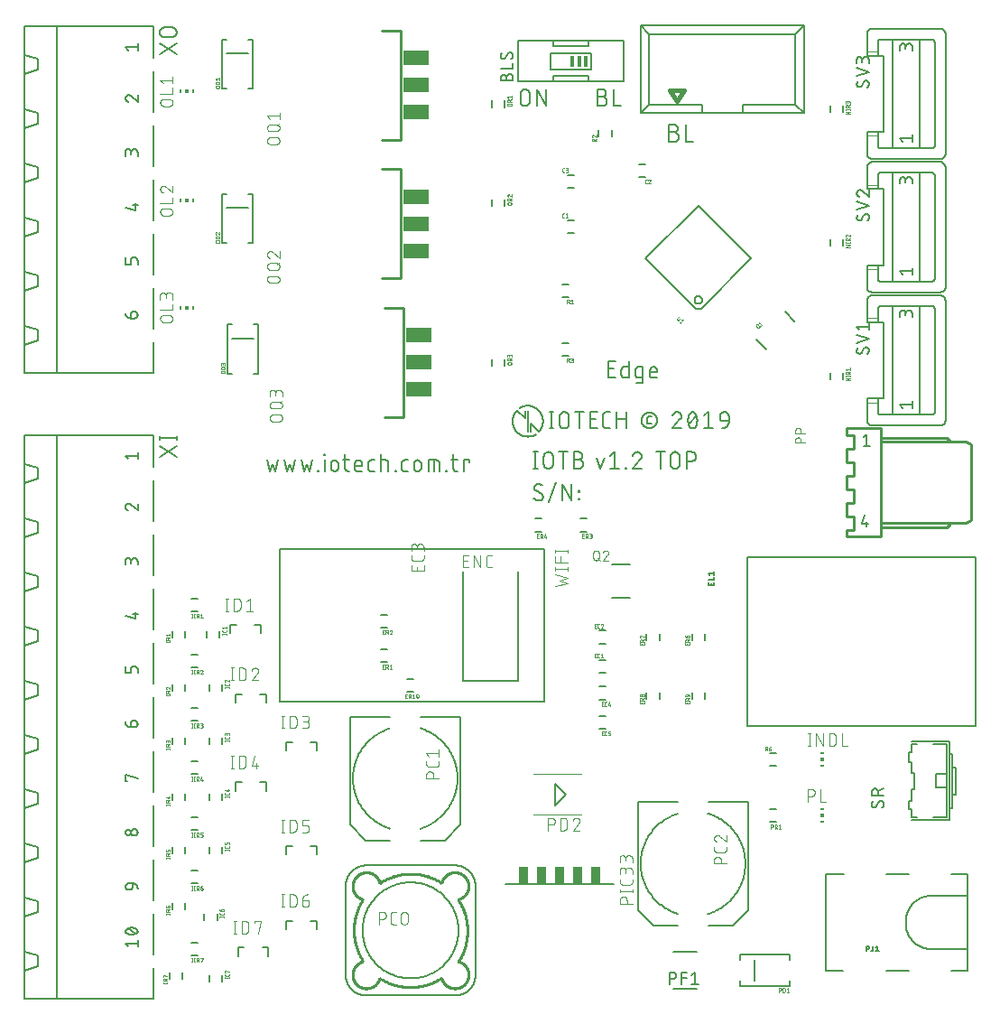
<source format=gbr>
G04 EAGLE Gerber RS-274X export*
G75*
%MOMM*%
%FSLAX34Y34*%
%LPD*%
%INSilkscreen Top*%
%IPPOS*%
%AMOC8*
5,1,8,0,0,1.08239X$1,22.5*%
G01*
%ADD10C,0.127000*%
%ADD11C,0.152400*%
%ADD12R,0.300000X0.150000*%
%ADD13R,0.300000X0.300000*%
%ADD14C,0.101600*%
%ADD15C,0.203200*%
%ADD16C,0.025400*%
%ADD17C,0.254000*%
%ADD18R,2.489200X1.422400*%
%ADD19C,0.177800*%
%ADD20C,0.076200*%
%ADD21C,0.020319*%
%ADD22R,0.965200X1.676400*%
%ADD23C,0.050800*%
%ADD24C,0.406400*%
%ADD25R,0.150000X0.300000*%
%ADD26R,0.381000X1.016000*%


D10*
X449857Y541129D02*
X449857Y525635D01*
X451578Y525635D02*
X448135Y525635D01*
X448135Y541129D02*
X451578Y541129D01*
X457445Y536825D02*
X457445Y529939D01*
X457445Y536825D02*
X457447Y536955D01*
X457453Y537085D01*
X457463Y537215D01*
X457476Y537344D01*
X457494Y537473D01*
X457515Y537601D01*
X457541Y537728D01*
X457570Y537855D01*
X457603Y537981D01*
X457640Y538105D01*
X457680Y538229D01*
X457725Y538351D01*
X457773Y538472D01*
X457824Y538591D01*
X457879Y538709D01*
X457938Y538825D01*
X458000Y538939D01*
X458066Y539052D01*
X458135Y539162D01*
X458207Y539270D01*
X458282Y539376D01*
X458361Y539479D01*
X458443Y539580D01*
X458527Y539679D01*
X458615Y539775D01*
X458706Y539868D01*
X458799Y539959D01*
X458895Y540047D01*
X458994Y540131D01*
X459095Y540213D01*
X459198Y540292D01*
X459304Y540367D01*
X459412Y540439D01*
X459522Y540508D01*
X459635Y540574D01*
X459749Y540636D01*
X459865Y540695D01*
X459983Y540750D01*
X460102Y540801D01*
X460223Y540849D01*
X460345Y540894D01*
X460469Y540934D01*
X460593Y540971D01*
X460719Y541004D01*
X460846Y541033D01*
X460973Y541059D01*
X461101Y541080D01*
X461230Y541098D01*
X461359Y541111D01*
X461489Y541121D01*
X461619Y541127D01*
X461749Y541129D01*
X461879Y541127D01*
X462009Y541121D01*
X462139Y541111D01*
X462268Y541098D01*
X462397Y541080D01*
X462525Y541059D01*
X462652Y541033D01*
X462779Y541004D01*
X462905Y540971D01*
X463029Y540934D01*
X463153Y540894D01*
X463275Y540849D01*
X463396Y540801D01*
X463515Y540750D01*
X463633Y540695D01*
X463749Y540636D01*
X463863Y540574D01*
X463976Y540508D01*
X464086Y540439D01*
X464194Y540367D01*
X464300Y540292D01*
X464403Y540213D01*
X464504Y540131D01*
X464603Y540047D01*
X464699Y539959D01*
X464792Y539868D01*
X464883Y539775D01*
X464971Y539679D01*
X465055Y539580D01*
X465137Y539479D01*
X465216Y539376D01*
X465291Y539270D01*
X465363Y539162D01*
X465432Y539052D01*
X465498Y538939D01*
X465560Y538825D01*
X465619Y538709D01*
X465674Y538591D01*
X465725Y538472D01*
X465773Y538351D01*
X465818Y538229D01*
X465858Y538105D01*
X465895Y537981D01*
X465928Y537855D01*
X465957Y537728D01*
X465983Y537601D01*
X466004Y537473D01*
X466022Y537344D01*
X466035Y537215D01*
X466045Y537085D01*
X466051Y536955D01*
X466053Y536825D01*
X466053Y529939D01*
X466051Y529809D01*
X466045Y529679D01*
X466035Y529549D01*
X466022Y529420D01*
X466004Y529291D01*
X465983Y529163D01*
X465957Y529036D01*
X465928Y528909D01*
X465895Y528783D01*
X465858Y528659D01*
X465818Y528535D01*
X465773Y528413D01*
X465725Y528292D01*
X465674Y528173D01*
X465619Y528055D01*
X465560Y527939D01*
X465498Y527825D01*
X465432Y527712D01*
X465363Y527602D01*
X465291Y527494D01*
X465216Y527388D01*
X465137Y527285D01*
X465055Y527184D01*
X464971Y527085D01*
X464883Y526989D01*
X464792Y526896D01*
X464699Y526805D01*
X464603Y526717D01*
X464504Y526633D01*
X464403Y526551D01*
X464300Y526472D01*
X464194Y526397D01*
X464086Y526325D01*
X463976Y526256D01*
X463863Y526190D01*
X463749Y526128D01*
X463633Y526069D01*
X463515Y526014D01*
X463396Y525963D01*
X463275Y525915D01*
X463153Y525870D01*
X463029Y525830D01*
X462905Y525793D01*
X462779Y525760D01*
X462652Y525731D01*
X462525Y525705D01*
X462397Y525684D01*
X462268Y525666D01*
X462139Y525653D01*
X462009Y525643D01*
X461879Y525637D01*
X461749Y525635D01*
X461619Y525637D01*
X461489Y525643D01*
X461359Y525653D01*
X461230Y525666D01*
X461101Y525684D01*
X460973Y525705D01*
X460846Y525731D01*
X460719Y525760D01*
X460593Y525793D01*
X460469Y525830D01*
X460345Y525870D01*
X460223Y525915D01*
X460102Y525963D01*
X459983Y526014D01*
X459865Y526069D01*
X459749Y526128D01*
X459635Y526190D01*
X459522Y526256D01*
X459412Y526325D01*
X459304Y526397D01*
X459198Y526472D01*
X459095Y526551D01*
X458994Y526633D01*
X458895Y526717D01*
X458799Y526805D01*
X458706Y526896D01*
X458615Y526989D01*
X458527Y527085D01*
X458443Y527184D01*
X458361Y527285D01*
X458282Y527388D01*
X458207Y527494D01*
X458135Y527602D01*
X458066Y527712D01*
X458000Y527825D01*
X457938Y527939D01*
X457879Y528055D01*
X457824Y528173D01*
X457773Y528292D01*
X457725Y528413D01*
X457680Y528535D01*
X457640Y528659D01*
X457603Y528783D01*
X457570Y528909D01*
X457541Y529036D01*
X457515Y529163D01*
X457494Y529291D01*
X457476Y529420D01*
X457463Y529549D01*
X457453Y529679D01*
X457447Y529809D01*
X457445Y529939D01*
X475624Y525635D02*
X475624Y541129D01*
X471320Y541129D02*
X479928Y541129D01*
X485887Y534243D02*
X490191Y534243D01*
X490321Y534241D01*
X490451Y534235D01*
X490581Y534225D01*
X490710Y534212D01*
X490839Y534194D01*
X490967Y534173D01*
X491094Y534147D01*
X491221Y534118D01*
X491347Y534085D01*
X491471Y534048D01*
X491595Y534008D01*
X491717Y533963D01*
X491838Y533915D01*
X491957Y533864D01*
X492075Y533809D01*
X492191Y533750D01*
X492305Y533688D01*
X492418Y533622D01*
X492528Y533553D01*
X492636Y533481D01*
X492742Y533406D01*
X492845Y533327D01*
X492946Y533245D01*
X493045Y533161D01*
X493141Y533073D01*
X493234Y532982D01*
X493325Y532889D01*
X493413Y532793D01*
X493497Y532694D01*
X493579Y532593D01*
X493658Y532490D01*
X493733Y532384D01*
X493805Y532276D01*
X493874Y532166D01*
X493940Y532053D01*
X494002Y531939D01*
X494061Y531823D01*
X494116Y531705D01*
X494167Y531586D01*
X494215Y531465D01*
X494260Y531343D01*
X494300Y531219D01*
X494337Y531095D01*
X494370Y530969D01*
X494399Y530842D01*
X494425Y530715D01*
X494446Y530587D01*
X494464Y530458D01*
X494477Y530329D01*
X494487Y530199D01*
X494493Y530069D01*
X494495Y529939D01*
X494493Y529809D01*
X494487Y529679D01*
X494477Y529549D01*
X494464Y529420D01*
X494446Y529291D01*
X494425Y529163D01*
X494399Y529036D01*
X494370Y528909D01*
X494337Y528783D01*
X494300Y528659D01*
X494260Y528535D01*
X494215Y528413D01*
X494167Y528292D01*
X494116Y528173D01*
X494061Y528055D01*
X494002Y527939D01*
X493940Y527825D01*
X493874Y527712D01*
X493805Y527602D01*
X493733Y527494D01*
X493658Y527388D01*
X493579Y527285D01*
X493497Y527184D01*
X493413Y527085D01*
X493325Y526989D01*
X493234Y526896D01*
X493141Y526805D01*
X493045Y526717D01*
X492946Y526633D01*
X492845Y526551D01*
X492742Y526472D01*
X492636Y526397D01*
X492528Y526325D01*
X492418Y526256D01*
X492305Y526190D01*
X492191Y526128D01*
X492075Y526069D01*
X491957Y526014D01*
X491838Y525963D01*
X491717Y525915D01*
X491595Y525870D01*
X491471Y525830D01*
X491347Y525793D01*
X491221Y525760D01*
X491094Y525731D01*
X490967Y525705D01*
X490839Y525684D01*
X490710Y525666D01*
X490581Y525653D01*
X490451Y525643D01*
X490321Y525637D01*
X490191Y525635D01*
X485887Y525635D01*
X485887Y541129D01*
X490191Y541129D01*
X490307Y541127D01*
X490423Y541121D01*
X490539Y541111D01*
X490655Y541098D01*
X490770Y541080D01*
X490884Y541059D01*
X490998Y541033D01*
X491110Y541004D01*
X491222Y540971D01*
X491332Y540934D01*
X491441Y540894D01*
X491549Y540850D01*
X491655Y540802D01*
X491759Y540751D01*
X491862Y540696D01*
X491963Y540638D01*
X492061Y540577D01*
X492158Y540512D01*
X492252Y540444D01*
X492344Y540373D01*
X492434Y540298D01*
X492521Y540221D01*
X492605Y540141D01*
X492686Y540058D01*
X492765Y539972D01*
X492841Y539884D01*
X492914Y539793D01*
X492983Y539700D01*
X493050Y539605D01*
X493113Y539507D01*
X493173Y539408D01*
X493229Y539306D01*
X493282Y539202D01*
X493332Y539097D01*
X493377Y538990D01*
X493420Y538882D01*
X493458Y538772D01*
X493493Y538661D01*
X493524Y538549D01*
X493551Y538436D01*
X493575Y538322D01*
X493594Y538207D01*
X493610Y538092D01*
X493622Y537976D01*
X493630Y537860D01*
X493634Y537744D01*
X493634Y537628D01*
X493630Y537512D01*
X493622Y537396D01*
X493610Y537280D01*
X493594Y537165D01*
X493575Y537050D01*
X493551Y536936D01*
X493524Y536823D01*
X493493Y536711D01*
X493458Y536600D01*
X493420Y536490D01*
X493377Y536382D01*
X493332Y536275D01*
X493282Y536170D01*
X493229Y536066D01*
X493173Y535965D01*
X493113Y535865D01*
X493050Y535767D01*
X492983Y535672D01*
X492914Y535579D01*
X492841Y535488D01*
X492765Y535400D01*
X492686Y535314D01*
X492605Y535231D01*
X492521Y535151D01*
X492434Y535074D01*
X492344Y534999D01*
X492252Y534928D01*
X492158Y534860D01*
X492061Y534795D01*
X491963Y534734D01*
X491862Y534676D01*
X491759Y534621D01*
X491655Y534570D01*
X491549Y534522D01*
X491441Y534478D01*
X491332Y534438D01*
X491222Y534401D01*
X491110Y534368D01*
X490998Y534339D01*
X490884Y534313D01*
X490770Y534292D01*
X490655Y534274D01*
X490539Y534261D01*
X490423Y534251D01*
X490307Y534245D01*
X490191Y534243D01*
X507363Y535964D02*
X510806Y525635D01*
X514249Y535964D01*
X519882Y537686D02*
X524185Y541129D01*
X524185Y525635D01*
X519882Y525635D02*
X528489Y525635D01*
X534161Y525635D02*
X534161Y526496D01*
X535022Y526496D01*
X535022Y525635D01*
X534161Y525635D01*
X549302Y537256D02*
X549300Y537378D01*
X549294Y537499D01*
X549285Y537621D01*
X549271Y537742D01*
X549254Y537862D01*
X549233Y537982D01*
X549209Y538101D01*
X549180Y538219D01*
X549148Y538337D01*
X549112Y538453D01*
X549073Y538568D01*
X549030Y538682D01*
X548983Y538795D01*
X548933Y538905D01*
X548880Y539015D01*
X548823Y539122D01*
X548763Y539228D01*
X548699Y539332D01*
X548632Y539434D01*
X548562Y539533D01*
X548489Y539630D01*
X548413Y539725D01*
X548334Y539818D01*
X548252Y539908D01*
X548167Y539995D01*
X548080Y540080D01*
X547990Y540162D01*
X547897Y540241D01*
X547802Y540317D01*
X547705Y540390D01*
X547606Y540460D01*
X547504Y540527D01*
X547400Y540591D01*
X547294Y540651D01*
X547187Y540708D01*
X547077Y540761D01*
X546967Y540811D01*
X546854Y540858D01*
X546740Y540901D01*
X546625Y540940D01*
X546509Y540976D01*
X546391Y541008D01*
X546273Y541037D01*
X546154Y541061D01*
X546034Y541082D01*
X545914Y541099D01*
X545793Y541113D01*
X545671Y541122D01*
X545550Y541128D01*
X545428Y541130D01*
X545428Y541129D02*
X545289Y541127D01*
X545150Y541121D01*
X545011Y541112D01*
X544873Y541098D01*
X544735Y541080D01*
X544598Y541059D01*
X544461Y541034D01*
X544325Y541005D01*
X544190Y540972D01*
X544055Y540936D01*
X543922Y540896D01*
X543790Y540852D01*
X543660Y540804D01*
X543530Y540753D01*
X543403Y540698D01*
X543276Y540640D01*
X543152Y540578D01*
X543029Y540513D01*
X542908Y540444D01*
X542789Y540372D01*
X542672Y540296D01*
X542558Y540218D01*
X542445Y540136D01*
X542335Y540051D01*
X542227Y539963D01*
X542122Y539872D01*
X542020Y539778D01*
X541920Y539682D01*
X541822Y539582D01*
X541728Y539480D01*
X541636Y539376D01*
X541548Y539268D01*
X541462Y539159D01*
X541380Y539047D01*
X541301Y538932D01*
X541225Y538816D01*
X541152Y538698D01*
X541082Y538577D01*
X541016Y538455D01*
X540954Y538330D01*
X540895Y538205D01*
X540839Y538077D01*
X540787Y537948D01*
X540739Y537818D01*
X540694Y537686D01*
X548011Y534243D02*
X548100Y534330D01*
X548186Y534420D01*
X548270Y534513D01*
X548351Y534608D01*
X548429Y534705D01*
X548504Y534805D01*
X548576Y534907D01*
X548645Y535011D01*
X548710Y535117D01*
X548773Y535225D01*
X548832Y535335D01*
X548888Y535447D01*
X548941Y535560D01*
X548990Y535674D01*
X549035Y535791D01*
X549078Y535908D01*
X549116Y536027D01*
X549151Y536146D01*
X549183Y536267D01*
X549211Y536389D01*
X549235Y536511D01*
X549255Y536634D01*
X549272Y536758D01*
X549285Y536882D01*
X549295Y537007D01*
X549300Y537131D01*
X549302Y537256D01*
X548010Y534243D02*
X540694Y525635D01*
X549301Y525635D01*
X566801Y525635D02*
X566801Y541129D01*
X571104Y541129D02*
X562497Y541129D01*
X576371Y536825D02*
X576371Y529939D01*
X576371Y536825D02*
X576373Y536955D01*
X576379Y537085D01*
X576389Y537215D01*
X576402Y537344D01*
X576420Y537473D01*
X576441Y537601D01*
X576467Y537728D01*
X576496Y537855D01*
X576529Y537981D01*
X576566Y538105D01*
X576606Y538229D01*
X576651Y538351D01*
X576699Y538472D01*
X576750Y538591D01*
X576805Y538709D01*
X576864Y538825D01*
X576926Y538939D01*
X576992Y539052D01*
X577061Y539162D01*
X577133Y539270D01*
X577208Y539376D01*
X577287Y539479D01*
X577369Y539580D01*
X577453Y539679D01*
X577541Y539775D01*
X577632Y539868D01*
X577725Y539959D01*
X577821Y540047D01*
X577920Y540131D01*
X578021Y540213D01*
X578124Y540292D01*
X578230Y540367D01*
X578338Y540439D01*
X578448Y540508D01*
X578561Y540574D01*
X578675Y540636D01*
X578791Y540695D01*
X578909Y540750D01*
X579028Y540801D01*
X579149Y540849D01*
X579271Y540894D01*
X579395Y540934D01*
X579519Y540971D01*
X579645Y541004D01*
X579772Y541033D01*
X579899Y541059D01*
X580027Y541080D01*
X580156Y541098D01*
X580285Y541111D01*
X580415Y541121D01*
X580545Y541127D01*
X580675Y541129D01*
X580805Y541127D01*
X580935Y541121D01*
X581065Y541111D01*
X581194Y541098D01*
X581323Y541080D01*
X581451Y541059D01*
X581578Y541033D01*
X581705Y541004D01*
X581831Y540971D01*
X581955Y540934D01*
X582079Y540894D01*
X582201Y540849D01*
X582322Y540801D01*
X582441Y540750D01*
X582559Y540695D01*
X582675Y540636D01*
X582789Y540574D01*
X582902Y540508D01*
X583012Y540439D01*
X583120Y540367D01*
X583226Y540292D01*
X583329Y540213D01*
X583430Y540131D01*
X583529Y540047D01*
X583625Y539959D01*
X583718Y539868D01*
X583809Y539775D01*
X583897Y539679D01*
X583981Y539580D01*
X584063Y539479D01*
X584142Y539376D01*
X584217Y539270D01*
X584289Y539162D01*
X584358Y539052D01*
X584424Y538939D01*
X584486Y538825D01*
X584545Y538709D01*
X584600Y538591D01*
X584651Y538472D01*
X584699Y538351D01*
X584744Y538229D01*
X584784Y538105D01*
X584821Y537981D01*
X584854Y537855D01*
X584883Y537728D01*
X584909Y537601D01*
X584930Y537473D01*
X584948Y537344D01*
X584961Y537215D01*
X584971Y537085D01*
X584977Y536955D01*
X584979Y536825D01*
X584979Y529939D01*
X584977Y529809D01*
X584971Y529679D01*
X584961Y529549D01*
X584948Y529420D01*
X584930Y529291D01*
X584909Y529163D01*
X584883Y529036D01*
X584854Y528909D01*
X584821Y528783D01*
X584784Y528659D01*
X584744Y528535D01*
X584699Y528413D01*
X584651Y528292D01*
X584600Y528173D01*
X584545Y528055D01*
X584486Y527939D01*
X584424Y527825D01*
X584358Y527712D01*
X584289Y527602D01*
X584217Y527494D01*
X584142Y527388D01*
X584063Y527285D01*
X583981Y527184D01*
X583897Y527085D01*
X583809Y526989D01*
X583718Y526896D01*
X583625Y526805D01*
X583529Y526717D01*
X583430Y526633D01*
X583329Y526551D01*
X583226Y526472D01*
X583120Y526397D01*
X583012Y526325D01*
X582902Y526256D01*
X582789Y526190D01*
X582675Y526128D01*
X582559Y526069D01*
X582441Y526014D01*
X582322Y525963D01*
X582201Y525915D01*
X582079Y525870D01*
X581955Y525830D01*
X581831Y525793D01*
X581705Y525760D01*
X581578Y525731D01*
X581451Y525705D01*
X581323Y525684D01*
X581194Y525666D01*
X581065Y525653D01*
X580935Y525643D01*
X580805Y525637D01*
X580675Y525635D01*
X580545Y525637D01*
X580415Y525643D01*
X580285Y525653D01*
X580156Y525666D01*
X580027Y525684D01*
X579899Y525705D01*
X579772Y525731D01*
X579645Y525760D01*
X579519Y525793D01*
X579395Y525830D01*
X579271Y525870D01*
X579149Y525915D01*
X579028Y525963D01*
X578909Y526014D01*
X578791Y526069D01*
X578675Y526128D01*
X578561Y526190D01*
X578448Y526256D01*
X578338Y526325D01*
X578230Y526397D01*
X578124Y526472D01*
X578021Y526551D01*
X577920Y526633D01*
X577821Y526717D01*
X577725Y526805D01*
X577632Y526896D01*
X577541Y526989D01*
X577453Y527085D01*
X577369Y527184D01*
X577287Y527285D01*
X577208Y527388D01*
X577133Y527494D01*
X577061Y527602D01*
X576992Y527712D01*
X576926Y527825D01*
X576864Y527939D01*
X576805Y528055D01*
X576750Y528173D01*
X576699Y528292D01*
X576651Y528413D01*
X576606Y528535D01*
X576566Y528659D01*
X576529Y528783D01*
X576496Y528909D01*
X576467Y529036D01*
X576441Y529163D01*
X576420Y529291D01*
X576402Y529420D01*
X576389Y529549D01*
X576379Y529679D01*
X576373Y529809D01*
X576371Y529939D01*
X591930Y525635D02*
X591930Y541129D01*
X596233Y541129D01*
X596363Y541127D01*
X596493Y541121D01*
X596623Y541111D01*
X596752Y541098D01*
X596881Y541080D01*
X597009Y541059D01*
X597136Y541033D01*
X597263Y541004D01*
X597389Y540971D01*
X597513Y540934D01*
X597637Y540894D01*
X597759Y540849D01*
X597880Y540801D01*
X597999Y540750D01*
X598117Y540695D01*
X598233Y540636D01*
X598347Y540574D01*
X598460Y540508D01*
X598570Y540439D01*
X598678Y540367D01*
X598784Y540292D01*
X598887Y540213D01*
X598988Y540131D01*
X599087Y540047D01*
X599183Y539959D01*
X599276Y539868D01*
X599367Y539775D01*
X599455Y539679D01*
X599539Y539580D01*
X599621Y539479D01*
X599700Y539376D01*
X599775Y539270D01*
X599847Y539162D01*
X599916Y539052D01*
X599982Y538939D01*
X600044Y538825D01*
X600103Y538709D01*
X600158Y538591D01*
X600209Y538472D01*
X600257Y538351D01*
X600302Y538229D01*
X600342Y538105D01*
X600379Y537981D01*
X600412Y537855D01*
X600441Y537728D01*
X600467Y537601D01*
X600488Y537473D01*
X600506Y537344D01*
X600519Y537215D01*
X600529Y537085D01*
X600535Y536955D01*
X600537Y536825D01*
X600535Y536695D01*
X600529Y536565D01*
X600519Y536435D01*
X600506Y536306D01*
X600488Y536177D01*
X600467Y536049D01*
X600441Y535922D01*
X600412Y535795D01*
X600379Y535669D01*
X600342Y535545D01*
X600302Y535421D01*
X600257Y535299D01*
X600209Y535178D01*
X600158Y535059D01*
X600103Y534941D01*
X600044Y534825D01*
X599982Y534711D01*
X599916Y534598D01*
X599847Y534488D01*
X599775Y534380D01*
X599700Y534274D01*
X599621Y534171D01*
X599539Y534070D01*
X599455Y533971D01*
X599367Y533875D01*
X599276Y533782D01*
X599183Y533691D01*
X599087Y533603D01*
X598988Y533519D01*
X598887Y533437D01*
X598784Y533358D01*
X598678Y533283D01*
X598570Y533211D01*
X598460Y533142D01*
X598347Y533076D01*
X598233Y533014D01*
X598117Y532955D01*
X597999Y532900D01*
X597880Y532849D01*
X597759Y532801D01*
X597637Y532756D01*
X597513Y532716D01*
X597389Y532679D01*
X597263Y532646D01*
X597136Y532617D01*
X597009Y532591D01*
X596881Y532570D01*
X596752Y532552D01*
X596623Y532539D01*
X596493Y532529D01*
X596363Y532523D01*
X596233Y532521D01*
X591930Y532521D01*
X464857Y563135D02*
X464857Y578629D01*
X463135Y563135D02*
X466578Y563135D01*
X466578Y578629D02*
X463135Y578629D01*
X472445Y574325D02*
X472445Y567439D01*
X472445Y574325D02*
X472447Y574455D01*
X472453Y574585D01*
X472463Y574715D01*
X472476Y574844D01*
X472494Y574973D01*
X472515Y575101D01*
X472541Y575228D01*
X472570Y575355D01*
X472603Y575481D01*
X472640Y575605D01*
X472680Y575729D01*
X472725Y575851D01*
X472773Y575972D01*
X472824Y576091D01*
X472879Y576209D01*
X472938Y576325D01*
X473000Y576439D01*
X473066Y576552D01*
X473135Y576662D01*
X473207Y576770D01*
X473282Y576876D01*
X473361Y576979D01*
X473443Y577080D01*
X473527Y577179D01*
X473615Y577275D01*
X473706Y577368D01*
X473799Y577459D01*
X473895Y577547D01*
X473994Y577631D01*
X474095Y577713D01*
X474198Y577792D01*
X474304Y577867D01*
X474412Y577939D01*
X474522Y578008D01*
X474635Y578074D01*
X474749Y578136D01*
X474865Y578195D01*
X474983Y578250D01*
X475102Y578301D01*
X475223Y578349D01*
X475345Y578394D01*
X475469Y578434D01*
X475593Y578471D01*
X475719Y578504D01*
X475846Y578533D01*
X475973Y578559D01*
X476101Y578580D01*
X476230Y578598D01*
X476359Y578611D01*
X476489Y578621D01*
X476619Y578627D01*
X476749Y578629D01*
X476879Y578627D01*
X477009Y578621D01*
X477139Y578611D01*
X477268Y578598D01*
X477397Y578580D01*
X477525Y578559D01*
X477652Y578533D01*
X477779Y578504D01*
X477905Y578471D01*
X478029Y578434D01*
X478153Y578394D01*
X478275Y578349D01*
X478396Y578301D01*
X478515Y578250D01*
X478633Y578195D01*
X478749Y578136D01*
X478863Y578074D01*
X478976Y578008D01*
X479086Y577939D01*
X479194Y577867D01*
X479300Y577792D01*
X479403Y577713D01*
X479504Y577631D01*
X479603Y577547D01*
X479699Y577459D01*
X479792Y577368D01*
X479883Y577275D01*
X479971Y577179D01*
X480055Y577080D01*
X480137Y576979D01*
X480216Y576876D01*
X480291Y576770D01*
X480363Y576662D01*
X480432Y576552D01*
X480498Y576439D01*
X480560Y576325D01*
X480619Y576209D01*
X480674Y576091D01*
X480725Y575972D01*
X480773Y575851D01*
X480818Y575729D01*
X480858Y575605D01*
X480895Y575481D01*
X480928Y575355D01*
X480957Y575228D01*
X480983Y575101D01*
X481004Y574973D01*
X481022Y574844D01*
X481035Y574715D01*
X481045Y574585D01*
X481051Y574455D01*
X481053Y574325D01*
X481053Y567439D01*
X481051Y567309D01*
X481045Y567179D01*
X481035Y567049D01*
X481022Y566920D01*
X481004Y566791D01*
X480983Y566663D01*
X480957Y566536D01*
X480928Y566409D01*
X480895Y566283D01*
X480858Y566159D01*
X480818Y566035D01*
X480773Y565913D01*
X480725Y565792D01*
X480674Y565673D01*
X480619Y565555D01*
X480560Y565439D01*
X480498Y565325D01*
X480432Y565212D01*
X480363Y565102D01*
X480291Y564994D01*
X480216Y564888D01*
X480137Y564785D01*
X480055Y564684D01*
X479971Y564585D01*
X479883Y564489D01*
X479792Y564396D01*
X479699Y564305D01*
X479603Y564217D01*
X479504Y564133D01*
X479403Y564051D01*
X479300Y563972D01*
X479194Y563897D01*
X479086Y563825D01*
X478976Y563756D01*
X478863Y563690D01*
X478749Y563628D01*
X478633Y563569D01*
X478515Y563514D01*
X478396Y563463D01*
X478275Y563415D01*
X478153Y563370D01*
X478029Y563330D01*
X477905Y563293D01*
X477779Y563260D01*
X477652Y563231D01*
X477525Y563205D01*
X477397Y563184D01*
X477268Y563166D01*
X477139Y563153D01*
X477009Y563143D01*
X476879Y563137D01*
X476749Y563135D01*
X476619Y563137D01*
X476489Y563143D01*
X476359Y563153D01*
X476230Y563166D01*
X476101Y563184D01*
X475973Y563205D01*
X475846Y563231D01*
X475719Y563260D01*
X475593Y563293D01*
X475469Y563330D01*
X475345Y563370D01*
X475223Y563415D01*
X475102Y563463D01*
X474983Y563514D01*
X474865Y563569D01*
X474749Y563628D01*
X474635Y563690D01*
X474522Y563756D01*
X474412Y563825D01*
X474304Y563897D01*
X474198Y563972D01*
X474095Y564051D01*
X473994Y564133D01*
X473895Y564217D01*
X473799Y564305D01*
X473706Y564396D01*
X473615Y564489D01*
X473527Y564585D01*
X473443Y564684D01*
X473361Y564785D01*
X473282Y564888D01*
X473207Y564994D01*
X473135Y565102D01*
X473066Y565212D01*
X473000Y565325D01*
X472938Y565439D01*
X472879Y565555D01*
X472824Y565673D01*
X472773Y565792D01*
X472725Y565913D01*
X472680Y566035D01*
X472640Y566159D01*
X472603Y566283D01*
X472570Y566409D01*
X472541Y566536D01*
X472515Y566663D01*
X472494Y566791D01*
X472476Y566920D01*
X472463Y567049D01*
X472453Y567179D01*
X472447Y567309D01*
X472445Y567439D01*
X490624Y563135D02*
X490624Y578629D01*
X486320Y578629D02*
X494928Y578629D01*
X500718Y563135D02*
X507604Y563135D01*
X500718Y563135D02*
X500718Y578629D01*
X507604Y578629D01*
X505882Y571743D02*
X500718Y571743D01*
X516484Y563135D02*
X519927Y563135D01*
X516484Y563135D02*
X516369Y563137D01*
X516254Y563143D01*
X516139Y563152D01*
X516025Y563166D01*
X515911Y563183D01*
X515798Y563204D01*
X515686Y563229D01*
X515574Y563257D01*
X515464Y563290D01*
X515355Y563326D01*
X515247Y563365D01*
X515140Y563408D01*
X515035Y563455D01*
X514931Y563505D01*
X514829Y563559D01*
X514729Y563616D01*
X514631Y563676D01*
X514535Y563739D01*
X514442Y563806D01*
X514350Y563876D01*
X514261Y563949D01*
X514174Y564024D01*
X514090Y564103D01*
X514009Y564184D01*
X513930Y564268D01*
X513855Y564355D01*
X513782Y564444D01*
X513712Y564536D01*
X513645Y564629D01*
X513582Y564725D01*
X513522Y564823D01*
X513465Y564923D01*
X513411Y565025D01*
X513361Y565129D01*
X513314Y565234D01*
X513271Y565341D01*
X513232Y565449D01*
X513196Y565558D01*
X513163Y565668D01*
X513135Y565780D01*
X513110Y565892D01*
X513089Y566005D01*
X513072Y566119D01*
X513058Y566233D01*
X513049Y566348D01*
X513043Y566463D01*
X513041Y566578D01*
X513041Y575186D01*
X513043Y575301D01*
X513049Y575416D01*
X513058Y575531D01*
X513072Y575645D01*
X513089Y575759D01*
X513110Y575872D01*
X513135Y575984D01*
X513163Y576096D01*
X513196Y576206D01*
X513232Y576315D01*
X513271Y576423D01*
X513314Y576530D01*
X513361Y576635D01*
X513411Y576739D01*
X513465Y576841D01*
X513522Y576941D01*
X513582Y577039D01*
X513645Y577135D01*
X513712Y577228D01*
X513782Y577320D01*
X513855Y577409D01*
X513930Y577496D01*
X514009Y577580D01*
X514090Y577661D01*
X514174Y577739D01*
X514261Y577815D01*
X514350Y577888D01*
X514442Y577958D01*
X514535Y578025D01*
X514631Y578088D01*
X514729Y578148D01*
X514829Y578205D01*
X514931Y578259D01*
X515035Y578309D01*
X515140Y578356D01*
X515247Y578399D01*
X515355Y578438D01*
X515464Y578474D01*
X515574Y578507D01*
X515686Y578535D01*
X515798Y578560D01*
X515911Y578581D01*
X516025Y578598D01*
X516139Y578612D01*
X516254Y578621D01*
X516369Y578627D01*
X516484Y578629D01*
X519927Y578629D01*
X525962Y578629D02*
X525962Y563135D01*
X525962Y571743D02*
X534570Y571743D01*
X534570Y578629D02*
X534570Y563135D01*
X549212Y570882D02*
X549214Y571060D01*
X549221Y571238D01*
X549232Y571416D01*
X549247Y571594D01*
X549266Y571771D01*
X549290Y571947D01*
X549318Y572123D01*
X549350Y572299D01*
X549387Y572473D01*
X549428Y572646D01*
X549473Y572819D01*
X549522Y572990D01*
X549576Y573160D01*
X549633Y573329D01*
X549695Y573496D01*
X549760Y573662D01*
X549830Y573825D01*
X549904Y573988D01*
X549981Y574148D01*
X550063Y574307D01*
X550148Y574463D01*
X550237Y574617D01*
X550330Y574769D01*
X550427Y574919D01*
X550527Y575067D01*
X550630Y575212D01*
X550738Y575354D01*
X550848Y575494D01*
X550962Y575631D01*
X551080Y575765D01*
X551200Y575896D01*
X551324Y576024D01*
X551450Y576150D01*
X551580Y576272D01*
X551713Y576391D01*
X551849Y576506D01*
X551987Y576618D01*
X552128Y576727D01*
X552272Y576833D01*
X552418Y576935D01*
X552566Y577033D01*
X552717Y577128D01*
X552871Y577219D01*
X553026Y577306D01*
X553183Y577389D01*
X553343Y577469D01*
X553504Y577544D01*
X553667Y577616D01*
X553832Y577684D01*
X553999Y577748D01*
X554166Y577807D01*
X554336Y577863D01*
X554506Y577914D01*
X554678Y577961D01*
X554851Y578004D01*
X555025Y578043D01*
X555200Y578077D01*
X555376Y578108D01*
X555552Y578133D01*
X555729Y578155D01*
X555906Y578172D01*
X556084Y578185D01*
X556262Y578194D01*
X556440Y578198D01*
X556618Y578198D01*
X556796Y578194D01*
X556974Y578185D01*
X557152Y578172D01*
X557329Y578155D01*
X557506Y578133D01*
X557682Y578108D01*
X557858Y578077D01*
X558033Y578043D01*
X558207Y578004D01*
X558380Y577961D01*
X558552Y577914D01*
X558722Y577863D01*
X558892Y577807D01*
X559059Y577748D01*
X559226Y577684D01*
X559391Y577616D01*
X559554Y577544D01*
X559715Y577469D01*
X559875Y577389D01*
X560032Y577306D01*
X560188Y577219D01*
X560341Y577128D01*
X560492Y577033D01*
X560640Y576935D01*
X560786Y576833D01*
X560930Y576727D01*
X561071Y576618D01*
X561209Y576506D01*
X561345Y576391D01*
X561478Y576272D01*
X561608Y576150D01*
X561734Y576024D01*
X561858Y575896D01*
X561978Y575765D01*
X562096Y575631D01*
X562210Y575494D01*
X562320Y575354D01*
X562428Y575212D01*
X562531Y575067D01*
X562631Y574919D01*
X562728Y574769D01*
X562821Y574617D01*
X562910Y574463D01*
X562995Y574307D01*
X563077Y574148D01*
X563154Y573988D01*
X563228Y573825D01*
X563298Y573662D01*
X563363Y573496D01*
X563425Y573329D01*
X563482Y573160D01*
X563536Y572990D01*
X563585Y572819D01*
X563630Y572646D01*
X563671Y572473D01*
X563708Y572299D01*
X563740Y572123D01*
X563768Y571947D01*
X563792Y571771D01*
X563811Y571594D01*
X563826Y571416D01*
X563837Y571238D01*
X563844Y571060D01*
X563846Y570882D01*
X563844Y570704D01*
X563837Y570526D01*
X563826Y570348D01*
X563811Y570170D01*
X563792Y569993D01*
X563768Y569817D01*
X563740Y569641D01*
X563708Y569465D01*
X563671Y569291D01*
X563630Y569118D01*
X563585Y568945D01*
X563536Y568774D01*
X563482Y568604D01*
X563425Y568435D01*
X563363Y568268D01*
X563298Y568102D01*
X563228Y567939D01*
X563154Y567776D01*
X563077Y567616D01*
X562995Y567457D01*
X562910Y567301D01*
X562821Y567147D01*
X562728Y566995D01*
X562631Y566845D01*
X562531Y566697D01*
X562428Y566552D01*
X562320Y566410D01*
X562210Y566270D01*
X562096Y566133D01*
X561978Y565999D01*
X561858Y565868D01*
X561734Y565740D01*
X561608Y565614D01*
X561478Y565492D01*
X561345Y565373D01*
X561209Y565258D01*
X561071Y565146D01*
X560930Y565037D01*
X560786Y564931D01*
X560640Y564829D01*
X560492Y564731D01*
X560341Y564636D01*
X560188Y564545D01*
X560032Y564458D01*
X559875Y564375D01*
X559715Y564295D01*
X559554Y564220D01*
X559391Y564148D01*
X559226Y564080D01*
X559059Y564016D01*
X558892Y563957D01*
X558722Y563901D01*
X558552Y563850D01*
X558380Y563803D01*
X558207Y563760D01*
X558033Y563721D01*
X557858Y563687D01*
X557682Y563656D01*
X557506Y563631D01*
X557329Y563609D01*
X557152Y563592D01*
X556974Y563579D01*
X556796Y563570D01*
X556618Y563566D01*
X556440Y563566D01*
X556262Y563570D01*
X556084Y563579D01*
X555906Y563592D01*
X555729Y563609D01*
X555552Y563631D01*
X555376Y563656D01*
X555200Y563687D01*
X555025Y563721D01*
X554851Y563760D01*
X554678Y563803D01*
X554506Y563850D01*
X554336Y563901D01*
X554166Y563957D01*
X553999Y564016D01*
X553832Y564080D01*
X553667Y564148D01*
X553504Y564220D01*
X553343Y564295D01*
X553183Y564375D01*
X553026Y564458D01*
X552871Y564545D01*
X552717Y564636D01*
X552566Y564731D01*
X552418Y564829D01*
X552272Y564931D01*
X552128Y565037D01*
X551987Y565146D01*
X551849Y565258D01*
X551713Y565373D01*
X551580Y565492D01*
X551450Y565614D01*
X551324Y565740D01*
X551200Y565868D01*
X551080Y565999D01*
X550962Y566133D01*
X550848Y566270D01*
X550738Y566410D01*
X550630Y566552D01*
X550527Y566697D01*
X550427Y566845D01*
X550330Y566995D01*
X550237Y567147D01*
X550148Y567301D01*
X550063Y567457D01*
X549981Y567616D01*
X549904Y567776D01*
X549830Y567939D01*
X549760Y568102D01*
X549695Y568268D01*
X549633Y568435D01*
X549576Y568604D01*
X549522Y568774D01*
X549473Y568945D01*
X549428Y569118D01*
X549387Y569291D01*
X549350Y569465D01*
X549318Y569641D01*
X549290Y569817D01*
X549266Y569993D01*
X549247Y570170D01*
X549232Y570348D01*
X549221Y570526D01*
X549214Y570704D01*
X549212Y570882D01*
X556098Y567439D02*
X558250Y567439D01*
X556098Y567438D02*
X556016Y567440D01*
X555934Y567446D01*
X555853Y567456D01*
X555772Y567469D01*
X555692Y567487D01*
X555613Y567508D01*
X555535Y567533D01*
X555458Y567561D01*
X555383Y567594D01*
X555309Y567629D01*
X555237Y567669D01*
X555167Y567711D01*
X555099Y567757D01*
X555034Y567806D01*
X554970Y567859D01*
X554910Y567914D01*
X554852Y567972D01*
X554797Y568032D01*
X554744Y568096D01*
X554695Y568161D01*
X554649Y568229D01*
X554607Y568299D01*
X554567Y568371D01*
X554532Y568445D01*
X554499Y568520D01*
X554471Y568597D01*
X554446Y568675D01*
X554425Y568754D01*
X554407Y568834D01*
X554394Y568915D01*
X554384Y568996D01*
X554378Y569078D01*
X554376Y569160D01*
X554377Y569160D02*
X554377Y572604D01*
X554376Y572604D02*
X554378Y572686D01*
X554384Y572768D01*
X554394Y572849D01*
X554407Y572930D01*
X554425Y573010D01*
X554446Y573089D01*
X554471Y573167D01*
X554499Y573244D01*
X554532Y573319D01*
X554567Y573393D01*
X554607Y573465D01*
X554649Y573535D01*
X554695Y573603D01*
X554744Y573668D01*
X554797Y573732D01*
X554852Y573792D01*
X554910Y573850D01*
X554970Y573905D01*
X555034Y573958D01*
X555099Y574007D01*
X555167Y574053D01*
X555237Y574095D01*
X555309Y574135D01*
X555383Y574170D01*
X555458Y574203D01*
X555535Y574231D01*
X555613Y574256D01*
X555692Y574277D01*
X555772Y574295D01*
X555853Y574308D01*
X555934Y574318D01*
X556016Y574324D01*
X556098Y574326D01*
X556098Y574325D02*
X558250Y574325D01*
X582727Y578630D02*
X582849Y578628D01*
X582970Y578622D01*
X583092Y578613D01*
X583213Y578599D01*
X583333Y578582D01*
X583453Y578561D01*
X583572Y578537D01*
X583690Y578508D01*
X583808Y578476D01*
X583924Y578440D01*
X584039Y578401D01*
X584153Y578358D01*
X584266Y578311D01*
X584376Y578261D01*
X584486Y578208D01*
X584593Y578151D01*
X584699Y578091D01*
X584803Y578027D01*
X584905Y577960D01*
X585004Y577890D01*
X585101Y577817D01*
X585196Y577741D01*
X585289Y577662D01*
X585379Y577580D01*
X585466Y577495D01*
X585551Y577408D01*
X585633Y577318D01*
X585712Y577225D01*
X585788Y577130D01*
X585861Y577033D01*
X585931Y576934D01*
X585998Y576832D01*
X586062Y576728D01*
X586122Y576622D01*
X586179Y576515D01*
X586232Y576405D01*
X586282Y576295D01*
X586329Y576182D01*
X586372Y576068D01*
X586411Y575953D01*
X586447Y575837D01*
X586479Y575719D01*
X586508Y575601D01*
X586532Y575482D01*
X586553Y575362D01*
X586570Y575242D01*
X586584Y575121D01*
X586593Y574999D01*
X586599Y574878D01*
X586601Y574756D01*
X582727Y578629D02*
X582588Y578627D01*
X582449Y578621D01*
X582310Y578612D01*
X582172Y578598D01*
X582034Y578580D01*
X581897Y578559D01*
X581760Y578534D01*
X581624Y578505D01*
X581489Y578472D01*
X581354Y578436D01*
X581221Y578396D01*
X581089Y578352D01*
X580959Y578304D01*
X580829Y578253D01*
X580702Y578198D01*
X580575Y578140D01*
X580451Y578078D01*
X580328Y578013D01*
X580207Y577944D01*
X580088Y577872D01*
X579971Y577796D01*
X579857Y577718D01*
X579744Y577636D01*
X579634Y577551D01*
X579526Y577463D01*
X579421Y577372D01*
X579319Y577278D01*
X579219Y577182D01*
X579121Y577082D01*
X579027Y576980D01*
X578935Y576876D01*
X578847Y576768D01*
X578761Y576659D01*
X578679Y576547D01*
X578600Y576432D01*
X578524Y576316D01*
X578451Y576198D01*
X578381Y576077D01*
X578315Y575955D01*
X578253Y575830D01*
X578194Y575705D01*
X578138Y575577D01*
X578086Y575448D01*
X578038Y575318D01*
X577993Y575186D01*
X585310Y571743D02*
X585399Y571830D01*
X585485Y571920D01*
X585569Y572013D01*
X585650Y572108D01*
X585728Y572205D01*
X585803Y572305D01*
X585875Y572407D01*
X585944Y572511D01*
X586009Y572617D01*
X586072Y572725D01*
X586131Y572835D01*
X586187Y572947D01*
X586240Y573060D01*
X586289Y573174D01*
X586334Y573291D01*
X586377Y573408D01*
X586415Y573527D01*
X586450Y573646D01*
X586482Y573767D01*
X586510Y573889D01*
X586534Y574011D01*
X586554Y574134D01*
X586571Y574258D01*
X586584Y574382D01*
X586594Y574507D01*
X586599Y574631D01*
X586601Y574756D01*
X585309Y571743D02*
X577992Y563135D01*
X586600Y563135D01*
X592858Y570882D02*
X592862Y571187D01*
X592873Y571491D01*
X592891Y571796D01*
X592916Y572099D01*
X592949Y572402D01*
X592989Y572705D01*
X593036Y573006D01*
X593090Y573306D01*
X593152Y573604D01*
X593220Y573901D01*
X593296Y574197D01*
X593378Y574490D01*
X593468Y574781D01*
X593565Y575070D01*
X593668Y575357D01*
X593778Y575641D01*
X593895Y575923D01*
X594019Y576201D01*
X594149Y576477D01*
X594187Y576580D01*
X594227Y576682D01*
X594272Y576782D01*
X594320Y576881D01*
X594371Y576978D01*
X594425Y577073D01*
X594483Y577167D01*
X594544Y577258D01*
X594608Y577347D01*
X594675Y577434D01*
X594745Y577518D01*
X594818Y577601D01*
X594894Y577680D01*
X594972Y577757D01*
X595053Y577831D01*
X595137Y577902D01*
X595223Y577970D01*
X595311Y578036D01*
X595401Y578098D01*
X595494Y578157D01*
X595588Y578213D01*
X595684Y578266D01*
X595782Y578315D01*
X595882Y578361D01*
X595983Y578403D01*
X596086Y578442D01*
X596190Y578477D01*
X596295Y578509D01*
X596401Y578537D01*
X596508Y578561D01*
X596616Y578582D01*
X596724Y578599D01*
X596833Y578612D01*
X596943Y578621D01*
X597052Y578627D01*
X597162Y578629D01*
X597272Y578627D01*
X597381Y578621D01*
X597491Y578612D01*
X597600Y578599D01*
X597708Y578582D01*
X597816Y578561D01*
X597923Y578537D01*
X598029Y578509D01*
X598134Y578477D01*
X598238Y578442D01*
X598341Y578403D01*
X598442Y578361D01*
X598542Y578315D01*
X598640Y578266D01*
X598736Y578213D01*
X598830Y578157D01*
X598923Y578098D01*
X599013Y578036D01*
X599101Y577970D01*
X599187Y577902D01*
X599271Y577831D01*
X599352Y577757D01*
X599430Y577680D01*
X599506Y577600D01*
X599579Y577518D01*
X599649Y577434D01*
X599716Y577347D01*
X599780Y577258D01*
X599841Y577167D01*
X599899Y577073D01*
X599953Y576978D01*
X600004Y576881D01*
X600052Y576782D01*
X600097Y576682D01*
X600137Y576580D01*
X600175Y576477D01*
X600305Y576201D01*
X600429Y575923D01*
X600546Y575641D01*
X600656Y575357D01*
X600759Y575070D01*
X600856Y574781D01*
X600946Y574490D01*
X601028Y574197D01*
X601104Y573901D01*
X601172Y573604D01*
X601234Y573306D01*
X601288Y573006D01*
X601335Y572705D01*
X601375Y572402D01*
X601408Y572099D01*
X601433Y571796D01*
X601451Y571491D01*
X601462Y571187D01*
X601466Y570882D01*
X592858Y570882D02*
X592862Y570577D01*
X592873Y570273D01*
X592891Y569968D01*
X592916Y569665D01*
X592949Y569362D01*
X592989Y569059D01*
X593036Y568758D01*
X593090Y568458D01*
X593152Y568160D01*
X593220Y567863D01*
X593296Y567567D01*
X593378Y567274D01*
X593468Y566983D01*
X593565Y566694D01*
X593668Y566407D01*
X593778Y566123D01*
X593895Y565841D01*
X594019Y565563D01*
X594149Y565287D01*
X594187Y565184D01*
X594227Y565082D01*
X594272Y564982D01*
X594320Y564883D01*
X594371Y564786D01*
X594425Y564691D01*
X594483Y564597D01*
X594544Y564506D01*
X594608Y564417D01*
X594675Y564330D01*
X594745Y564245D01*
X594818Y564163D01*
X594894Y564084D01*
X594972Y564007D01*
X595053Y563933D01*
X595137Y563862D01*
X595223Y563794D01*
X595311Y563728D01*
X595401Y563666D01*
X595494Y563607D01*
X595588Y563551D01*
X595684Y563498D01*
X595783Y563449D01*
X595882Y563403D01*
X595983Y563361D01*
X596086Y563322D01*
X596190Y563287D01*
X596295Y563255D01*
X596401Y563227D01*
X596508Y563203D01*
X596616Y563182D01*
X596724Y563165D01*
X596833Y563152D01*
X596943Y563143D01*
X597052Y563137D01*
X597162Y563135D01*
X600175Y565287D02*
X600305Y565563D01*
X600429Y565841D01*
X600546Y566123D01*
X600656Y566407D01*
X600759Y566694D01*
X600856Y566983D01*
X600946Y567274D01*
X601028Y567567D01*
X601104Y567863D01*
X601172Y568160D01*
X601234Y568458D01*
X601288Y568758D01*
X601335Y569059D01*
X601375Y569362D01*
X601408Y569665D01*
X601433Y569968D01*
X601451Y570273D01*
X601462Y570577D01*
X601466Y570882D01*
X600175Y565287D02*
X600137Y565184D01*
X600097Y565082D01*
X600052Y564982D01*
X600004Y564883D01*
X599953Y564786D01*
X599899Y564691D01*
X599841Y564597D01*
X599780Y564506D01*
X599716Y564417D01*
X599649Y564330D01*
X599579Y564246D01*
X599506Y564163D01*
X599430Y564084D01*
X599352Y564007D01*
X599271Y563933D01*
X599187Y563862D01*
X599101Y563794D01*
X599013Y563728D01*
X598923Y563666D01*
X598830Y563607D01*
X598736Y563551D01*
X598640Y563498D01*
X598542Y563449D01*
X598442Y563403D01*
X598341Y563361D01*
X598238Y563322D01*
X598134Y563287D01*
X598029Y563255D01*
X597923Y563227D01*
X597816Y563203D01*
X597708Y563182D01*
X597600Y563165D01*
X597491Y563152D01*
X597381Y563143D01*
X597272Y563137D01*
X597162Y563135D01*
X593719Y566578D02*
X600605Y575186D01*
X607724Y575186D02*
X612028Y578629D01*
X612028Y563135D01*
X607724Y563135D02*
X616332Y563135D01*
X626033Y570021D02*
X631197Y570021D01*
X626033Y570021D02*
X625918Y570023D01*
X625803Y570029D01*
X625688Y570038D01*
X625574Y570052D01*
X625460Y570069D01*
X625347Y570090D01*
X625235Y570115D01*
X625123Y570143D01*
X625013Y570176D01*
X624904Y570212D01*
X624796Y570251D01*
X624689Y570294D01*
X624584Y570341D01*
X624480Y570391D01*
X624378Y570445D01*
X624278Y570502D01*
X624180Y570562D01*
X624084Y570625D01*
X623991Y570692D01*
X623899Y570762D01*
X623810Y570835D01*
X623723Y570910D01*
X623639Y570989D01*
X623558Y571070D01*
X623479Y571154D01*
X623404Y571241D01*
X623331Y571330D01*
X623261Y571422D01*
X623194Y571515D01*
X623131Y571611D01*
X623071Y571709D01*
X623014Y571809D01*
X622960Y571911D01*
X622910Y572015D01*
X622863Y572120D01*
X622820Y572227D01*
X622781Y572335D01*
X622745Y572444D01*
X622712Y572554D01*
X622684Y572666D01*
X622659Y572778D01*
X622638Y572891D01*
X622621Y573005D01*
X622607Y573119D01*
X622598Y573234D01*
X622592Y573349D01*
X622590Y573464D01*
X622590Y574325D01*
X622589Y574325D02*
X622591Y574455D01*
X622597Y574585D01*
X622607Y574715D01*
X622620Y574844D01*
X622638Y574973D01*
X622659Y575101D01*
X622685Y575228D01*
X622714Y575355D01*
X622747Y575481D01*
X622784Y575605D01*
X622824Y575729D01*
X622869Y575851D01*
X622917Y575972D01*
X622968Y576091D01*
X623023Y576209D01*
X623082Y576325D01*
X623144Y576439D01*
X623210Y576552D01*
X623279Y576662D01*
X623351Y576770D01*
X623426Y576876D01*
X623505Y576979D01*
X623587Y577080D01*
X623671Y577179D01*
X623759Y577275D01*
X623850Y577368D01*
X623943Y577459D01*
X624039Y577547D01*
X624138Y577631D01*
X624239Y577713D01*
X624342Y577792D01*
X624448Y577867D01*
X624556Y577939D01*
X624666Y578008D01*
X624779Y578074D01*
X624893Y578136D01*
X625009Y578195D01*
X625127Y578250D01*
X625246Y578301D01*
X625367Y578349D01*
X625489Y578394D01*
X625613Y578434D01*
X625737Y578471D01*
X625863Y578504D01*
X625990Y578533D01*
X626117Y578559D01*
X626245Y578580D01*
X626374Y578598D01*
X626503Y578611D01*
X626633Y578621D01*
X626763Y578627D01*
X626893Y578629D01*
X627023Y578627D01*
X627153Y578621D01*
X627283Y578611D01*
X627412Y578598D01*
X627541Y578580D01*
X627669Y578559D01*
X627796Y578533D01*
X627923Y578504D01*
X628049Y578471D01*
X628173Y578434D01*
X628297Y578394D01*
X628419Y578349D01*
X628540Y578301D01*
X628659Y578250D01*
X628777Y578195D01*
X628893Y578136D01*
X629007Y578074D01*
X629120Y578008D01*
X629230Y577939D01*
X629338Y577867D01*
X629444Y577792D01*
X629547Y577713D01*
X629648Y577631D01*
X629747Y577547D01*
X629843Y577459D01*
X629936Y577368D01*
X630027Y577275D01*
X630115Y577179D01*
X630199Y577080D01*
X630281Y576979D01*
X630360Y576876D01*
X630435Y576770D01*
X630507Y576662D01*
X630576Y576552D01*
X630642Y576439D01*
X630704Y576325D01*
X630763Y576209D01*
X630818Y576091D01*
X630869Y575972D01*
X630917Y575851D01*
X630962Y575729D01*
X631002Y575605D01*
X631039Y575481D01*
X631072Y575355D01*
X631101Y575228D01*
X631127Y575101D01*
X631148Y574973D01*
X631166Y574844D01*
X631179Y574715D01*
X631189Y574585D01*
X631195Y574455D01*
X631197Y574325D01*
X631197Y570021D01*
X631195Y569852D01*
X631189Y569683D01*
X631178Y569514D01*
X631164Y569346D01*
X631145Y569178D01*
X631122Y569011D01*
X631096Y568844D01*
X631065Y568678D01*
X631030Y568512D01*
X630991Y568348D01*
X630948Y568184D01*
X630900Y568022D01*
X630849Y567861D01*
X630794Y567701D01*
X630736Y567543D01*
X630673Y567386D01*
X630606Y567231D01*
X630536Y567077D01*
X630462Y566925D01*
X630384Y566775D01*
X630302Y566627D01*
X630217Y566481D01*
X630129Y566337D01*
X630037Y566195D01*
X629941Y566056D01*
X629842Y565919D01*
X629740Y565785D01*
X629634Y565653D01*
X629525Y565523D01*
X629413Y565397D01*
X629298Y565273D01*
X629180Y565152D01*
X629059Y565034D01*
X628935Y564919D01*
X628809Y564807D01*
X628679Y564698D01*
X628547Y564592D01*
X628413Y564490D01*
X628276Y564391D01*
X628137Y564296D01*
X627995Y564203D01*
X627851Y564115D01*
X627705Y564030D01*
X627557Y563948D01*
X627407Y563870D01*
X627255Y563796D01*
X627102Y563726D01*
X626946Y563659D01*
X626789Y563596D01*
X626631Y563538D01*
X626471Y563483D01*
X626310Y563432D01*
X626148Y563384D01*
X625984Y563341D01*
X625820Y563302D01*
X625654Y563267D01*
X625488Y563236D01*
X625321Y563210D01*
X625154Y563187D01*
X624986Y563168D01*
X624818Y563154D01*
X624649Y563143D01*
X624480Y563137D01*
X624311Y563135D01*
D11*
X440000Y572500D02*
X432500Y580000D01*
X445000Y567500D02*
X452500Y560000D01*
X440000Y572500D02*
X440000Y580000D01*
X445000Y567500D02*
X445000Y560000D01*
X442500Y560000D02*
X442500Y580000D01*
X435000Y582500D02*
X435302Y582676D01*
X435608Y582844D01*
X435919Y583005D01*
X436233Y583158D01*
X436551Y583303D01*
X436872Y583441D01*
X437197Y583571D01*
X437524Y583693D01*
X437855Y583806D01*
X438188Y583912D01*
X438524Y584010D01*
X438862Y584099D01*
X439202Y584180D01*
X439543Y584253D01*
X439887Y584318D01*
X440232Y584374D01*
X440578Y584421D01*
X440926Y584461D01*
X441274Y584491D01*
X441623Y584514D01*
X441972Y584528D01*
X442321Y584533D01*
X442671Y584530D01*
X443020Y584518D01*
X443369Y584498D01*
X443717Y584469D01*
X444065Y584432D01*
X444412Y584386D01*
X444757Y584332D01*
X445101Y584270D01*
X445443Y584199D01*
X445784Y584120D01*
X446122Y584033D01*
X446458Y583937D01*
X446792Y583834D01*
X447123Y583722D01*
X447452Y583602D01*
X447777Y583474D01*
X448099Y583339D01*
X448418Y583195D01*
X448733Y583044D01*
X449044Y582885D01*
X449352Y582719D01*
X449655Y582545D01*
X449954Y582364D01*
X450248Y582176D01*
X450538Y581980D01*
X450823Y581778D01*
X451103Y581568D01*
X451378Y581352D01*
X451647Y581130D01*
X451911Y580901D01*
X452169Y580665D01*
X452422Y580423D01*
X452668Y580175D01*
X452909Y579922D01*
X453143Y579662D01*
X453371Y579397D01*
X453592Y579126D01*
X453807Y578851D01*
X454014Y578570D01*
X454215Y578284D01*
X454409Y577993D01*
X454596Y577697D01*
X454775Y577397D01*
X454948Y577093D01*
X455112Y576785D01*
X455269Y576473D01*
X455419Y576157D01*
X455561Y575837D01*
X455695Y575514D01*
X455821Y575188D01*
X455939Y574859D01*
X456049Y574528D01*
X456151Y574193D01*
X456245Y573857D01*
X456330Y573518D01*
X456407Y573177D01*
X456476Y572834D01*
X456537Y572490D01*
X456589Y572144D01*
X456633Y571797D01*
X456668Y571450D01*
X456695Y571101D01*
X456713Y570752D01*
X456723Y570403D01*
X456725Y570053D01*
X456717Y569704D01*
X456702Y569355D01*
X456677Y569006D01*
X456645Y568658D01*
X456604Y568311D01*
X456554Y567965D01*
X456496Y567620D01*
X456430Y567277D01*
X456355Y566935D01*
X456272Y566596D01*
X456181Y566258D01*
X456082Y565923D01*
X455974Y565591D01*
X455859Y565261D01*
X455735Y564934D01*
X455604Y564610D01*
X455464Y564289D01*
X455317Y563972D01*
X455163Y563659D01*
X455000Y563349D01*
X454830Y563044D01*
X454653Y562743D01*
X454469Y562446D01*
X454277Y562153D01*
X454078Y561866D01*
X453873Y561583D01*
X453660Y561306D01*
X453441Y561033D01*
X453215Y560767D01*
X452983Y560505D01*
X452745Y560250D01*
X452500Y560000D01*
X450000Y557500D02*
X449698Y557324D01*
X449392Y557156D01*
X449081Y556995D01*
X448767Y556842D01*
X448449Y556697D01*
X448128Y556559D01*
X447803Y556429D01*
X447476Y556307D01*
X447145Y556194D01*
X446812Y556088D01*
X446476Y555990D01*
X446138Y555901D01*
X445798Y555820D01*
X445457Y555747D01*
X445113Y555682D01*
X444768Y555626D01*
X444422Y555579D01*
X444074Y555539D01*
X443726Y555509D01*
X443377Y555486D01*
X443028Y555472D01*
X442679Y555467D01*
X442329Y555470D01*
X441980Y555482D01*
X441631Y555502D01*
X441283Y555531D01*
X440935Y555568D01*
X440588Y555614D01*
X440243Y555668D01*
X439899Y555730D01*
X439557Y555801D01*
X439216Y555880D01*
X438878Y555967D01*
X438542Y556063D01*
X438208Y556166D01*
X437877Y556278D01*
X437548Y556398D01*
X437223Y556526D01*
X436901Y556661D01*
X436582Y556805D01*
X436267Y556956D01*
X435956Y557115D01*
X435648Y557281D01*
X435345Y557455D01*
X435046Y557636D01*
X434752Y557824D01*
X434462Y558020D01*
X434177Y558222D01*
X433897Y558432D01*
X433622Y558648D01*
X433353Y558870D01*
X433089Y559099D01*
X432831Y559335D01*
X432578Y559577D01*
X432332Y559825D01*
X432091Y560078D01*
X431857Y560338D01*
X431629Y560603D01*
X431408Y560874D01*
X431193Y561149D01*
X430986Y561430D01*
X430785Y561716D01*
X430591Y562007D01*
X430404Y562303D01*
X430225Y562603D01*
X430052Y562907D01*
X429888Y563215D01*
X429731Y563527D01*
X429581Y563843D01*
X429439Y564163D01*
X429305Y564486D01*
X429179Y564812D01*
X429061Y565141D01*
X428951Y565472D01*
X428849Y565807D01*
X428755Y566143D01*
X428670Y566482D01*
X428593Y566823D01*
X428524Y567166D01*
X428463Y567510D01*
X428411Y567856D01*
X428367Y568203D01*
X428332Y568550D01*
X428305Y568899D01*
X428287Y569248D01*
X428277Y569597D01*
X428275Y569947D01*
X428283Y570296D01*
X428298Y570645D01*
X428323Y570994D01*
X428355Y571342D01*
X428396Y571689D01*
X428446Y572035D01*
X428504Y572380D01*
X428570Y572723D01*
X428645Y573065D01*
X428728Y573404D01*
X428819Y573742D01*
X428918Y574077D01*
X429026Y574409D01*
X429141Y574739D01*
X429265Y575066D01*
X429396Y575390D01*
X429536Y575711D01*
X429683Y576028D01*
X429837Y576341D01*
X430000Y576651D01*
X430170Y576956D01*
X430347Y577257D01*
X430531Y577554D01*
X430723Y577847D01*
X430922Y578134D01*
X431127Y578417D01*
X431340Y578694D01*
X431559Y578967D01*
X431785Y579233D01*
X432017Y579495D01*
X432255Y579750D01*
X432500Y580000D01*
D10*
X200717Y523135D02*
X198135Y533464D01*
X203300Y530021D02*
X200717Y523135D01*
X205882Y523135D02*
X203300Y530021D01*
X208464Y533464D02*
X205882Y523135D01*
X216574Y523135D02*
X213992Y533464D01*
X219157Y530021D02*
X216574Y523135D01*
X221739Y523135D02*
X219157Y530021D01*
X224321Y533464D02*
X221739Y523135D01*
X232431Y523135D02*
X229849Y533464D01*
X235013Y530021D02*
X232431Y523135D01*
X237596Y523135D02*
X235013Y530021D01*
X240178Y533464D02*
X237596Y523135D01*
X245485Y523135D02*
X245485Y523996D01*
X246345Y523996D01*
X246345Y523135D01*
X245485Y523135D01*
X251861Y523135D02*
X251861Y533464D01*
X251431Y537768D02*
X251431Y538629D01*
X252292Y538629D01*
X252292Y537768D01*
X251431Y537768D01*
X257833Y530021D02*
X257833Y526578D01*
X257833Y530021D02*
X257835Y530137D01*
X257841Y530253D01*
X257851Y530369D01*
X257864Y530485D01*
X257882Y530600D01*
X257903Y530714D01*
X257929Y530828D01*
X257958Y530940D01*
X257991Y531052D01*
X258028Y531162D01*
X258068Y531271D01*
X258112Y531379D01*
X258160Y531485D01*
X258211Y531589D01*
X258266Y531692D01*
X258324Y531793D01*
X258385Y531891D01*
X258450Y531988D01*
X258518Y532082D01*
X258589Y532174D01*
X258664Y532264D01*
X258741Y532351D01*
X258821Y532435D01*
X258904Y532516D01*
X258990Y532595D01*
X259078Y532671D01*
X259169Y532744D01*
X259262Y532813D01*
X259357Y532880D01*
X259455Y532943D01*
X259555Y533003D01*
X259656Y533059D01*
X259760Y533112D01*
X259865Y533162D01*
X259972Y533207D01*
X260080Y533250D01*
X260190Y533288D01*
X260301Y533323D01*
X260413Y533354D01*
X260526Y533381D01*
X260640Y533405D01*
X260755Y533424D01*
X260870Y533440D01*
X260986Y533452D01*
X261102Y533460D01*
X261218Y533464D01*
X261334Y533464D01*
X261450Y533460D01*
X261566Y533452D01*
X261682Y533440D01*
X261797Y533424D01*
X261912Y533405D01*
X262026Y533381D01*
X262139Y533354D01*
X262251Y533323D01*
X262362Y533288D01*
X262472Y533250D01*
X262580Y533207D01*
X262687Y533162D01*
X262792Y533112D01*
X262896Y533059D01*
X262998Y533003D01*
X263097Y532943D01*
X263195Y532880D01*
X263290Y532813D01*
X263383Y532744D01*
X263474Y532671D01*
X263562Y532595D01*
X263648Y532516D01*
X263731Y532435D01*
X263811Y532351D01*
X263888Y532264D01*
X263963Y532174D01*
X264034Y532082D01*
X264102Y531988D01*
X264167Y531891D01*
X264228Y531793D01*
X264286Y531692D01*
X264341Y531589D01*
X264392Y531485D01*
X264440Y531379D01*
X264484Y531271D01*
X264524Y531162D01*
X264561Y531052D01*
X264594Y530940D01*
X264623Y530828D01*
X264649Y530714D01*
X264670Y530600D01*
X264688Y530485D01*
X264701Y530369D01*
X264711Y530253D01*
X264717Y530137D01*
X264719Y530021D01*
X264719Y526578D01*
X264717Y526462D01*
X264711Y526346D01*
X264701Y526230D01*
X264688Y526114D01*
X264670Y525999D01*
X264649Y525885D01*
X264623Y525771D01*
X264594Y525659D01*
X264561Y525547D01*
X264524Y525437D01*
X264484Y525328D01*
X264440Y525220D01*
X264392Y525114D01*
X264341Y525010D01*
X264286Y524907D01*
X264228Y524806D01*
X264167Y524708D01*
X264102Y524611D01*
X264034Y524517D01*
X263963Y524425D01*
X263888Y524335D01*
X263811Y524248D01*
X263731Y524164D01*
X263648Y524083D01*
X263562Y524004D01*
X263474Y523928D01*
X263383Y523855D01*
X263290Y523786D01*
X263195Y523719D01*
X263097Y523656D01*
X262998Y523596D01*
X262896Y523540D01*
X262792Y523487D01*
X262687Y523437D01*
X262580Y523392D01*
X262472Y523349D01*
X262362Y523311D01*
X262251Y523276D01*
X262139Y523245D01*
X262026Y523218D01*
X261912Y523194D01*
X261797Y523175D01*
X261682Y523159D01*
X261566Y523147D01*
X261450Y523139D01*
X261334Y523135D01*
X261218Y523135D01*
X261102Y523139D01*
X260986Y523147D01*
X260870Y523159D01*
X260755Y523175D01*
X260640Y523194D01*
X260526Y523218D01*
X260413Y523245D01*
X260301Y523276D01*
X260190Y523311D01*
X260080Y523349D01*
X259972Y523392D01*
X259865Y523437D01*
X259760Y523487D01*
X259656Y523540D01*
X259555Y523596D01*
X259455Y523656D01*
X259357Y523719D01*
X259262Y523786D01*
X259169Y523855D01*
X259078Y523928D01*
X258990Y524004D01*
X258904Y524083D01*
X258821Y524164D01*
X258741Y524248D01*
X258664Y524335D01*
X258589Y524425D01*
X258518Y524517D01*
X258450Y524611D01*
X258385Y524708D01*
X258324Y524806D01*
X258266Y524907D01*
X258211Y525010D01*
X258160Y525114D01*
X258112Y525220D01*
X258068Y525328D01*
X258028Y525437D01*
X257991Y525547D01*
X257958Y525659D01*
X257929Y525771D01*
X257903Y525885D01*
X257882Y525999D01*
X257864Y526114D01*
X257851Y526230D01*
X257841Y526346D01*
X257835Y526462D01*
X257833Y526578D01*
X269487Y533464D02*
X274652Y533464D01*
X271209Y538629D02*
X271209Y525717D01*
X271211Y525618D01*
X271217Y525519D01*
X271226Y525421D01*
X271239Y525323D01*
X271256Y525225D01*
X271277Y525129D01*
X271301Y525033D01*
X271329Y524938D01*
X271361Y524844D01*
X271396Y524752D01*
X271435Y524661D01*
X271477Y524571D01*
X271523Y524484D01*
X271572Y524398D01*
X271624Y524313D01*
X271679Y524232D01*
X271738Y524152D01*
X271799Y524074D01*
X271863Y523999D01*
X271931Y523927D01*
X272001Y523857D01*
X272073Y523789D01*
X272148Y523725D01*
X272226Y523664D01*
X272306Y523605D01*
X272388Y523550D01*
X272472Y523498D01*
X272558Y523449D01*
X272645Y523403D01*
X272735Y523361D01*
X272826Y523322D01*
X272918Y523287D01*
X273012Y523255D01*
X273107Y523227D01*
X273203Y523203D01*
X273299Y523182D01*
X273397Y523165D01*
X273495Y523152D01*
X273593Y523143D01*
X273692Y523137D01*
X273791Y523135D01*
X274652Y523135D01*
X282714Y523135D02*
X287018Y523135D01*
X282714Y523135D02*
X282615Y523137D01*
X282516Y523143D01*
X282418Y523152D01*
X282320Y523165D01*
X282222Y523182D01*
X282126Y523203D01*
X282030Y523227D01*
X281935Y523255D01*
X281841Y523287D01*
X281749Y523322D01*
X281658Y523361D01*
X281568Y523403D01*
X281481Y523449D01*
X281395Y523498D01*
X281311Y523550D01*
X281229Y523605D01*
X281149Y523664D01*
X281071Y523725D01*
X280996Y523789D01*
X280924Y523857D01*
X280854Y523927D01*
X280786Y523999D01*
X280722Y524074D01*
X280661Y524152D01*
X280602Y524232D01*
X280547Y524314D01*
X280495Y524398D01*
X280446Y524484D01*
X280400Y524571D01*
X280358Y524661D01*
X280319Y524752D01*
X280284Y524844D01*
X280252Y524938D01*
X280224Y525033D01*
X280200Y525129D01*
X280179Y525225D01*
X280162Y525323D01*
X280149Y525421D01*
X280140Y525519D01*
X280134Y525618D01*
X280132Y525717D01*
X280132Y530021D01*
X280134Y530137D01*
X280140Y530253D01*
X280150Y530369D01*
X280163Y530485D01*
X280181Y530600D01*
X280202Y530714D01*
X280228Y530828D01*
X280257Y530940D01*
X280290Y531052D01*
X280327Y531162D01*
X280367Y531271D01*
X280411Y531379D01*
X280459Y531485D01*
X280510Y531589D01*
X280565Y531692D01*
X280623Y531793D01*
X280684Y531891D01*
X280749Y531988D01*
X280817Y532082D01*
X280888Y532174D01*
X280963Y532264D01*
X281040Y532351D01*
X281120Y532435D01*
X281203Y532516D01*
X281289Y532595D01*
X281377Y532671D01*
X281468Y532744D01*
X281561Y532813D01*
X281656Y532880D01*
X281754Y532943D01*
X281854Y533003D01*
X281955Y533059D01*
X282059Y533112D01*
X282164Y533162D01*
X282271Y533207D01*
X282379Y533250D01*
X282489Y533288D01*
X282600Y533323D01*
X282712Y533354D01*
X282825Y533381D01*
X282939Y533405D01*
X283054Y533424D01*
X283169Y533440D01*
X283285Y533452D01*
X283401Y533460D01*
X283517Y533464D01*
X283633Y533464D01*
X283749Y533460D01*
X283865Y533452D01*
X283981Y533440D01*
X284096Y533424D01*
X284211Y533405D01*
X284325Y533381D01*
X284438Y533354D01*
X284550Y533323D01*
X284661Y533288D01*
X284771Y533250D01*
X284879Y533207D01*
X284986Y533162D01*
X285091Y533112D01*
X285195Y533059D01*
X285297Y533003D01*
X285396Y532943D01*
X285494Y532880D01*
X285589Y532813D01*
X285682Y532744D01*
X285773Y532671D01*
X285861Y532595D01*
X285947Y532516D01*
X286030Y532435D01*
X286110Y532351D01*
X286187Y532264D01*
X286262Y532174D01*
X286333Y532082D01*
X286401Y531988D01*
X286466Y531891D01*
X286527Y531793D01*
X286585Y531692D01*
X286640Y531589D01*
X286691Y531485D01*
X286739Y531379D01*
X286783Y531271D01*
X286823Y531162D01*
X286860Y531052D01*
X286893Y530940D01*
X286922Y530828D01*
X286948Y530714D01*
X286969Y530600D01*
X286987Y530485D01*
X287000Y530369D01*
X287010Y530253D01*
X287016Y530137D01*
X287018Y530021D01*
X287018Y528300D01*
X280132Y528300D01*
X295614Y523135D02*
X299057Y523135D01*
X295614Y523135D02*
X295515Y523137D01*
X295416Y523143D01*
X295318Y523152D01*
X295220Y523165D01*
X295122Y523182D01*
X295026Y523203D01*
X294930Y523227D01*
X294835Y523255D01*
X294741Y523287D01*
X294649Y523322D01*
X294558Y523361D01*
X294468Y523403D01*
X294381Y523449D01*
X294295Y523498D01*
X294211Y523550D01*
X294129Y523605D01*
X294049Y523664D01*
X293971Y523725D01*
X293896Y523789D01*
X293824Y523857D01*
X293754Y523927D01*
X293686Y523999D01*
X293622Y524074D01*
X293561Y524152D01*
X293502Y524232D01*
X293447Y524314D01*
X293395Y524398D01*
X293346Y524484D01*
X293300Y524571D01*
X293258Y524661D01*
X293219Y524752D01*
X293184Y524844D01*
X293152Y524938D01*
X293124Y525033D01*
X293100Y525129D01*
X293079Y525225D01*
X293062Y525323D01*
X293049Y525421D01*
X293040Y525519D01*
X293034Y525618D01*
X293032Y525717D01*
X293031Y525717D02*
X293031Y530882D01*
X293032Y530882D02*
X293034Y530981D01*
X293040Y531080D01*
X293049Y531178D01*
X293062Y531276D01*
X293079Y531374D01*
X293100Y531470D01*
X293124Y531566D01*
X293152Y531661D01*
X293184Y531755D01*
X293219Y531847D01*
X293258Y531938D01*
X293300Y532028D01*
X293346Y532115D01*
X293395Y532201D01*
X293447Y532285D01*
X293502Y532367D01*
X293561Y532447D01*
X293622Y532525D01*
X293686Y532600D01*
X293754Y532672D01*
X293824Y532742D01*
X293896Y532810D01*
X293971Y532874D01*
X294049Y532935D01*
X294129Y532994D01*
X294211Y533049D01*
X294295Y533101D01*
X294381Y533150D01*
X294468Y533196D01*
X294558Y533238D01*
X294649Y533277D01*
X294741Y533312D01*
X294835Y533344D01*
X294930Y533372D01*
X295026Y533396D01*
X295122Y533417D01*
X295220Y533434D01*
X295318Y533447D01*
X295416Y533456D01*
X295515Y533462D01*
X295614Y533464D01*
X299057Y533464D01*
X304908Y538629D02*
X304908Y523135D01*
X304908Y533464D02*
X309212Y533464D01*
X309313Y533462D01*
X309415Y533456D01*
X309515Y533446D01*
X309616Y533432D01*
X309716Y533414D01*
X309815Y533393D01*
X309913Y533367D01*
X310010Y533338D01*
X310106Y533304D01*
X310200Y533267D01*
X310293Y533227D01*
X310384Y533183D01*
X310474Y533135D01*
X310561Y533084D01*
X310646Y533029D01*
X310730Y532971D01*
X310810Y532910D01*
X310889Y532845D01*
X310965Y532778D01*
X311038Y532708D01*
X311108Y532635D01*
X311175Y532559D01*
X311240Y532481D01*
X311301Y532400D01*
X311359Y532316D01*
X311414Y532231D01*
X311465Y532144D01*
X311513Y532054D01*
X311557Y531963D01*
X311597Y531870D01*
X311634Y531776D01*
X311668Y531680D01*
X311697Y531583D01*
X311723Y531485D01*
X311744Y531386D01*
X311762Y531286D01*
X311776Y531186D01*
X311786Y531085D01*
X311792Y530983D01*
X311794Y530882D01*
X311794Y523135D01*
X317831Y523135D02*
X317831Y523996D01*
X318692Y523996D01*
X318692Y523135D01*
X317831Y523135D01*
X326832Y523135D02*
X330275Y523135D01*
X326832Y523135D02*
X326733Y523137D01*
X326634Y523143D01*
X326536Y523152D01*
X326438Y523165D01*
X326340Y523182D01*
X326244Y523203D01*
X326148Y523227D01*
X326053Y523255D01*
X325959Y523287D01*
X325867Y523322D01*
X325776Y523361D01*
X325686Y523403D01*
X325599Y523449D01*
X325513Y523498D01*
X325429Y523550D01*
X325347Y523605D01*
X325267Y523664D01*
X325189Y523725D01*
X325114Y523789D01*
X325042Y523857D01*
X324972Y523927D01*
X324904Y523999D01*
X324840Y524074D01*
X324779Y524152D01*
X324720Y524232D01*
X324665Y524314D01*
X324613Y524398D01*
X324564Y524484D01*
X324518Y524571D01*
X324476Y524661D01*
X324437Y524752D01*
X324402Y524844D01*
X324370Y524938D01*
X324342Y525033D01*
X324318Y525129D01*
X324297Y525225D01*
X324280Y525323D01*
X324267Y525421D01*
X324258Y525519D01*
X324252Y525618D01*
X324250Y525717D01*
X324249Y525717D02*
X324249Y530882D01*
X324250Y530882D02*
X324252Y530981D01*
X324258Y531080D01*
X324267Y531178D01*
X324280Y531276D01*
X324297Y531374D01*
X324318Y531470D01*
X324342Y531566D01*
X324370Y531661D01*
X324402Y531755D01*
X324437Y531847D01*
X324476Y531938D01*
X324518Y532028D01*
X324564Y532115D01*
X324613Y532201D01*
X324665Y532285D01*
X324720Y532367D01*
X324779Y532447D01*
X324840Y532525D01*
X324904Y532600D01*
X324972Y532672D01*
X325042Y532742D01*
X325114Y532810D01*
X325189Y532874D01*
X325267Y532935D01*
X325347Y532994D01*
X325429Y533049D01*
X325513Y533101D01*
X325599Y533150D01*
X325686Y533196D01*
X325776Y533238D01*
X325867Y533277D01*
X325959Y533312D01*
X326053Y533344D01*
X326148Y533372D01*
X326244Y533396D01*
X326340Y533417D01*
X326438Y533434D01*
X326536Y533447D01*
X326634Y533456D01*
X326733Y533462D01*
X326832Y533464D01*
X330275Y533464D01*
X335631Y530021D02*
X335631Y526578D01*
X335631Y530021D02*
X335633Y530137D01*
X335639Y530253D01*
X335649Y530369D01*
X335662Y530485D01*
X335680Y530600D01*
X335701Y530714D01*
X335727Y530828D01*
X335756Y530940D01*
X335789Y531052D01*
X335826Y531162D01*
X335866Y531271D01*
X335910Y531379D01*
X335958Y531485D01*
X336009Y531589D01*
X336064Y531692D01*
X336122Y531793D01*
X336183Y531891D01*
X336248Y531988D01*
X336316Y532082D01*
X336387Y532174D01*
X336462Y532264D01*
X336539Y532351D01*
X336619Y532435D01*
X336702Y532516D01*
X336788Y532595D01*
X336876Y532671D01*
X336967Y532744D01*
X337060Y532813D01*
X337155Y532880D01*
X337253Y532943D01*
X337353Y533003D01*
X337454Y533059D01*
X337558Y533112D01*
X337663Y533162D01*
X337770Y533207D01*
X337878Y533250D01*
X337988Y533288D01*
X338099Y533323D01*
X338211Y533354D01*
X338324Y533381D01*
X338438Y533405D01*
X338553Y533424D01*
X338668Y533440D01*
X338784Y533452D01*
X338900Y533460D01*
X339016Y533464D01*
X339132Y533464D01*
X339248Y533460D01*
X339364Y533452D01*
X339480Y533440D01*
X339595Y533424D01*
X339710Y533405D01*
X339824Y533381D01*
X339937Y533354D01*
X340049Y533323D01*
X340160Y533288D01*
X340270Y533250D01*
X340378Y533207D01*
X340485Y533162D01*
X340590Y533112D01*
X340694Y533059D01*
X340796Y533003D01*
X340895Y532943D01*
X340993Y532880D01*
X341088Y532813D01*
X341181Y532744D01*
X341272Y532671D01*
X341360Y532595D01*
X341446Y532516D01*
X341529Y532435D01*
X341609Y532351D01*
X341686Y532264D01*
X341761Y532174D01*
X341832Y532082D01*
X341900Y531988D01*
X341965Y531891D01*
X342026Y531793D01*
X342084Y531692D01*
X342139Y531589D01*
X342190Y531485D01*
X342238Y531379D01*
X342282Y531271D01*
X342322Y531162D01*
X342359Y531052D01*
X342392Y530940D01*
X342421Y530828D01*
X342447Y530714D01*
X342468Y530600D01*
X342486Y530485D01*
X342499Y530369D01*
X342509Y530253D01*
X342515Y530137D01*
X342517Y530021D01*
X342517Y526578D01*
X342515Y526462D01*
X342509Y526346D01*
X342499Y526230D01*
X342486Y526114D01*
X342468Y525999D01*
X342447Y525885D01*
X342421Y525771D01*
X342392Y525659D01*
X342359Y525547D01*
X342322Y525437D01*
X342282Y525328D01*
X342238Y525220D01*
X342190Y525114D01*
X342139Y525010D01*
X342084Y524907D01*
X342026Y524806D01*
X341965Y524708D01*
X341900Y524611D01*
X341832Y524517D01*
X341761Y524425D01*
X341686Y524335D01*
X341609Y524248D01*
X341529Y524164D01*
X341446Y524083D01*
X341360Y524004D01*
X341272Y523928D01*
X341181Y523855D01*
X341088Y523786D01*
X340993Y523719D01*
X340895Y523656D01*
X340796Y523596D01*
X340694Y523540D01*
X340590Y523487D01*
X340485Y523437D01*
X340378Y523392D01*
X340270Y523349D01*
X340160Y523311D01*
X340049Y523276D01*
X339937Y523245D01*
X339824Y523218D01*
X339710Y523194D01*
X339595Y523175D01*
X339480Y523159D01*
X339364Y523147D01*
X339248Y523139D01*
X339132Y523135D01*
X339016Y523135D01*
X338900Y523139D01*
X338784Y523147D01*
X338668Y523159D01*
X338553Y523175D01*
X338438Y523194D01*
X338324Y523218D01*
X338211Y523245D01*
X338099Y523276D01*
X337988Y523311D01*
X337878Y523349D01*
X337770Y523392D01*
X337663Y523437D01*
X337558Y523487D01*
X337454Y523540D01*
X337353Y523596D01*
X337253Y523656D01*
X337155Y523719D01*
X337060Y523786D01*
X336967Y523855D01*
X336876Y523928D01*
X336788Y524004D01*
X336702Y524083D01*
X336619Y524164D01*
X336539Y524248D01*
X336462Y524335D01*
X336387Y524425D01*
X336316Y524517D01*
X336248Y524611D01*
X336183Y524708D01*
X336122Y524806D01*
X336064Y524907D01*
X336009Y525010D01*
X335958Y525114D01*
X335910Y525220D01*
X335866Y525328D01*
X335826Y525437D01*
X335789Y525547D01*
X335756Y525659D01*
X335727Y525771D01*
X335701Y525885D01*
X335680Y525999D01*
X335662Y526114D01*
X335649Y526230D01*
X335639Y526346D01*
X335633Y526462D01*
X335631Y526578D01*
X349270Y523135D02*
X349270Y533464D01*
X357017Y533464D01*
X357116Y533462D01*
X357215Y533456D01*
X357313Y533447D01*
X357411Y533434D01*
X357509Y533417D01*
X357605Y533396D01*
X357701Y533372D01*
X357796Y533344D01*
X357890Y533312D01*
X357982Y533277D01*
X358073Y533238D01*
X358163Y533196D01*
X358250Y533150D01*
X358336Y533101D01*
X358420Y533049D01*
X358502Y532994D01*
X358582Y532935D01*
X358660Y532874D01*
X358735Y532810D01*
X358807Y532742D01*
X358877Y532672D01*
X358945Y532600D01*
X359009Y532525D01*
X359070Y532447D01*
X359129Y532367D01*
X359184Y532285D01*
X359236Y532201D01*
X359285Y532115D01*
X359331Y532028D01*
X359373Y531938D01*
X359412Y531847D01*
X359447Y531755D01*
X359479Y531661D01*
X359507Y531566D01*
X359531Y531470D01*
X359552Y531374D01*
X359569Y531276D01*
X359582Y531178D01*
X359591Y531080D01*
X359597Y530981D01*
X359599Y530882D01*
X359600Y530882D02*
X359600Y523135D01*
X354435Y523135D02*
X354435Y533464D01*
X365897Y523996D02*
X365897Y523135D01*
X365897Y523996D02*
X366758Y523996D01*
X366758Y523135D01*
X365897Y523135D01*
X371070Y533464D02*
X376235Y533464D01*
X372792Y538629D02*
X372792Y525717D01*
X372794Y525618D01*
X372800Y525519D01*
X372809Y525421D01*
X372822Y525323D01*
X372839Y525225D01*
X372860Y525129D01*
X372884Y525033D01*
X372912Y524938D01*
X372944Y524844D01*
X372979Y524752D01*
X373018Y524661D01*
X373060Y524571D01*
X373106Y524484D01*
X373155Y524398D01*
X373207Y524313D01*
X373262Y524232D01*
X373321Y524152D01*
X373382Y524074D01*
X373446Y523999D01*
X373514Y523927D01*
X373584Y523857D01*
X373656Y523789D01*
X373731Y523725D01*
X373809Y523664D01*
X373889Y523605D01*
X373971Y523550D01*
X374055Y523498D01*
X374141Y523449D01*
X374228Y523403D01*
X374318Y523361D01*
X374409Y523322D01*
X374501Y523287D01*
X374595Y523255D01*
X374690Y523227D01*
X374786Y523203D01*
X374882Y523182D01*
X374980Y523165D01*
X375078Y523152D01*
X375176Y523143D01*
X375275Y523137D01*
X375374Y523135D01*
X376235Y523135D01*
X382288Y523135D02*
X382288Y533464D01*
X387453Y533464D01*
X387453Y531743D01*
X453300Y495635D02*
X453415Y495637D01*
X453530Y495643D01*
X453645Y495652D01*
X453759Y495666D01*
X453873Y495683D01*
X453986Y495704D01*
X454098Y495729D01*
X454210Y495757D01*
X454320Y495790D01*
X454429Y495826D01*
X454537Y495865D01*
X454644Y495908D01*
X454749Y495955D01*
X454853Y496005D01*
X454955Y496059D01*
X455055Y496116D01*
X455153Y496176D01*
X455249Y496239D01*
X455342Y496306D01*
X455434Y496376D01*
X455523Y496449D01*
X455610Y496525D01*
X455694Y496603D01*
X455775Y496684D01*
X455854Y496768D01*
X455929Y496855D01*
X456002Y496944D01*
X456072Y497036D01*
X456139Y497129D01*
X456202Y497225D01*
X456262Y497323D01*
X456319Y497423D01*
X456373Y497525D01*
X456423Y497629D01*
X456470Y497734D01*
X456513Y497841D01*
X456552Y497949D01*
X456588Y498058D01*
X456621Y498168D01*
X456649Y498280D01*
X456674Y498392D01*
X456695Y498505D01*
X456712Y498619D01*
X456726Y498733D01*
X456735Y498848D01*
X456741Y498963D01*
X456743Y499078D01*
X453300Y495635D02*
X453126Y495637D01*
X452952Y495643D01*
X452778Y495654D01*
X452605Y495668D01*
X452432Y495687D01*
X452260Y495710D01*
X452088Y495737D01*
X451916Y495768D01*
X451746Y495803D01*
X451576Y495842D01*
X451408Y495885D01*
X451240Y495933D01*
X451074Y495984D01*
X450909Y496039D01*
X450745Y496098D01*
X450583Y496161D01*
X450423Y496228D01*
X450264Y496299D01*
X450106Y496374D01*
X449951Y496452D01*
X449797Y496534D01*
X449646Y496620D01*
X449497Y496709D01*
X449349Y496802D01*
X449204Y496898D01*
X449062Y496998D01*
X448922Y497101D01*
X448784Y497207D01*
X448649Y497317D01*
X448516Y497430D01*
X448387Y497546D01*
X448260Y497665D01*
X448136Y497787D01*
X448566Y507686D02*
X448568Y507801D01*
X448574Y507916D01*
X448583Y508031D01*
X448597Y508145D01*
X448614Y508259D01*
X448635Y508372D01*
X448660Y508484D01*
X448688Y508596D01*
X448721Y508706D01*
X448757Y508815D01*
X448796Y508923D01*
X448839Y509030D01*
X448886Y509135D01*
X448936Y509239D01*
X448990Y509341D01*
X449047Y509441D01*
X449107Y509539D01*
X449170Y509635D01*
X449237Y509728D01*
X449307Y509820D01*
X449380Y509909D01*
X449455Y509996D01*
X449534Y510080D01*
X449615Y510161D01*
X449699Y510240D01*
X449786Y510315D01*
X449875Y510388D01*
X449967Y510458D01*
X450060Y510525D01*
X450156Y510588D01*
X450254Y510648D01*
X450354Y510705D01*
X450456Y510759D01*
X450560Y510809D01*
X450665Y510856D01*
X450772Y510899D01*
X450880Y510938D01*
X450989Y510974D01*
X451099Y511007D01*
X451211Y511035D01*
X451323Y511060D01*
X451436Y511081D01*
X451550Y511098D01*
X451664Y511112D01*
X451779Y511121D01*
X451894Y511127D01*
X452009Y511129D01*
X452169Y511127D01*
X452328Y511121D01*
X452488Y511111D01*
X452647Y511097D01*
X452806Y511080D01*
X452964Y511058D01*
X453122Y511032D01*
X453279Y511003D01*
X453435Y510969D01*
X453591Y510932D01*
X453745Y510891D01*
X453898Y510846D01*
X454051Y510798D01*
X454202Y510745D01*
X454351Y510689D01*
X454499Y510629D01*
X454646Y510566D01*
X454791Y510499D01*
X454934Y510428D01*
X455076Y510354D01*
X455216Y510276D01*
X455353Y510195D01*
X455489Y510111D01*
X455622Y510023D01*
X455754Y509932D01*
X455883Y509838D01*
X450287Y504673D02*
X450187Y504734D01*
X450089Y504799D01*
X449993Y504866D01*
X449900Y504937D01*
X449809Y505011D01*
X449721Y505088D01*
X449635Y505168D01*
X449552Y505251D01*
X449472Y505336D01*
X449395Y505424D01*
X449321Y505515D01*
X449250Y505608D01*
X449181Y505703D01*
X449117Y505801D01*
X449055Y505900D01*
X448997Y506002D01*
X448942Y506106D01*
X448891Y506211D01*
X448844Y506318D01*
X448800Y506427D01*
X448759Y506537D01*
X448723Y506648D01*
X448690Y506760D01*
X448661Y506874D01*
X448635Y506988D01*
X448614Y507103D01*
X448596Y507219D01*
X448583Y507335D01*
X448573Y507452D01*
X448567Y507569D01*
X448565Y507686D01*
X455021Y502091D02*
X455121Y502030D01*
X455219Y501965D01*
X455315Y501898D01*
X455408Y501827D01*
X455499Y501753D01*
X455587Y501676D01*
X455673Y501596D01*
X455756Y501513D01*
X455836Y501428D01*
X455913Y501340D01*
X455987Y501249D01*
X456058Y501156D01*
X456127Y501061D01*
X456191Y500963D01*
X456253Y500864D01*
X456311Y500762D01*
X456366Y500658D01*
X456417Y500553D01*
X456464Y500446D01*
X456508Y500337D01*
X456549Y500227D01*
X456585Y500116D01*
X456618Y500004D01*
X456647Y499890D01*
X456673Y499776D01*
X456694Y499661D01*
X456712Y499545D01*
X456725Y499429D01*
X456735Y499312D01*
X456741Y499195D01*
X456743Y499078D01*
X455021Y502091D02*
X450287Y504673D01*
X461879Y493913D02*
X468766Y512851D01*
X474893Y511129D02*
X474893Y495635D01*
X483501Y495635D02*
X474893Y511129D01*
X483501Y511129D02*
X483501Y495635D01*
X490164Y496926D02*
X490164Y497787D01*
X491025Y497787D01*
X491025Y496926D01*
X490164Y496926D01*
X490164Y503812D02*
X490164Y504673D01*
X491025Y504673D01*
X491025Y503812D01*
X490164Y503812D01*
X518135Y610635D02*
X525021Y610635D01*
X518135Y610635D02*
X518135Y626129D01*
X525021Y626129D01*
X523300Y619243D02*
X518135Y619243D01*
X537183Y626129D02*
X537183Y610635D01*
X532880Y610635D01*
X532781Y610637D01*
X532682Y610643D01*
X532584Y610652D01*
X532486Y610665D01*
X532388Y610682D01*
X532292Y610703D01*
X532196Y610727D01*
X532101Y610755D01*
X532007Y610787D01*
X531915Y610822D01*
X531824Y610861D01*
X531734Y610903D01*
X531647Y610949D01*
X531561Y610998D01*
X531477Y611050D01*
X531395Y611105D01*
X531315Y611164D01*
X531237Y611225D01*
X531162Y611289D01*
X531090Y611357D01*
X531020Y611427D01*
X530952Y611499D01*
X530888Y611574D01*
X530827Y611652D01*
X530768Y611732D01*
X530713Y611814D01*
X530661Y611898D01*
X530612Y611984D01*
X530566Y612071D01*
X530524Y612161D01*
X530485Y612252D01*
X530450Y612344D01*
X530418Y612438D01*
X530390Y612533D01*
X530366Y612629D01*
X530345Y612725D01*
X530328Y612823D01*
X530315Y612921D01*
X530306Y613019D01*
X530300Y613118D01*
X530298Y613217D01*
X530297Y613217D02*
X530297Y618382D01*
X530298Y618382D02*
X530300Y618481D01*
X530306Y618580D01*
X530315Y618678D01*
X530328Y618776D01*
X530345Y618874D01*
X530366Y618970D01*
X530390Y619066D01*
X530418Y619161D01*
X530450Y619255D01*
X530485Y619347D01*
X530524Y619438D01*
X530566Y619528D01*
X530612Y619615D01*
X530661Y619701D01*
X530713Y619785D01*
X530768Y619867D01*
X530827Y619947D01*
X530888Y620025D01*
X530952Y620100D01*
X531020Y620172D01*
X531090Y620242D01*
X531162Y620310D01*
X531237Y620374D01*
X531315Y620435D01*
X531395Y620494D01*
X531477Y620549D01*
X531561Y620601D01*
X531647Y620650D01*
X531734Y620696D01*
X531824Y620738D01*
X531915Y620777D01*
X532007Y620812D01*
X532101Y620844D01*
X532196Y620872D01*
X532292Y620896D01*
X532388Y620917D01*
X532486Y620934D01*
X532584Y620947D01*
X532682Y620956D01*
X532781Y620962D01*
X532880Y620964D01*
X537183Y620964D01*
X546259Y610635D02*
X550563Y610635D01*
X546259Y610635D02*
X546160Y610637D01*
X546061Y610643D01*
X545963Y610652D01*
X545865Y610665D01*
X545767Y610682D01*
X545671Y610703D01*
X545575Y610727D01*
X545480Y610755D01*
X545386Y610787D01*
X545294Y610822D01*
X545203Y610861D01*
X545113Y610903D01*
X545026Y610949D01*
X544940Y610998D01*
X544856Y611050D01*
X544774Y611105D01*
X544694Y611164D01*
X544616Y611225D01*
X544541Y611289D01*
X544469Y611357D01*
X544399Y611427D01*
X544331Y611499D01*
X544267Y611574D01*
X544206Y611652D01*
X544147Y611732D01*
X544092Y611814D01*
X544040Y611898D01*
X543991Y611984D01*
X543945Y612071D01*
X543903Y612161D01*
X543864Y612252D01*
X543829Y612344D01*
X543797Y612438D01*
X543769Y612533D01*
X543745Y612629D01*
X543724Y612725D01*
X543707Y612823D01*
X543694Y612921D01*
X543685Y613019D01*
X543679Y613118D01*
X543677Y613217D01*
X543676Y613217D02*
X543676Y618382D01*
X543677Y618382D02*
X543679Y618481D01*
X543685Y618580D01*
X543694Y618678D01*
X543707Y618776D01*
X543724Y618874D01*
X543745Y618970D01*
X543769Y619066D01*
X543797Y619161D01*
X543829Y619255D01*
X543864Y619347D01*
X543903Y619438D01*
X543945Y619528D01*
X543991Y619615D01*
X544040Y619701D01*
X544092Y619785D01*
X544147Y619867D01*
X544206Y619947D01*
X544267Y620025D01*
X544331Y620100D01*
X544399Y620172D01*
X544469Y620242D01*
X544541Y620310D01*
X544616Y620374D01*
X544694Y620435D01*
X544774Y620494D01*
X544856Y620549D01*
X544940Y620601D01*
X545026Y620650D01*
X545113Y620696D01*
X545203Y620738D01*
X545294Y620777D01*
X545386Y620812D01*
X545480Y620844D01*
X545575Y620872D01*
X545671Y620896D01*
X545767Y620917D01*
X545865Y620934D01*
X545963Y620947D01*
X546061Y620956D01*
X546160Y620962D01*
X546259Y620964D01*
X550563Y620964D01*
X550563Y608053D01*
X550562Y608053D02*
X550560Y607952D01*
X550554Y607850D01*
X550544Y607750D01*
X550530Y607649D01*
X550512Y607549D01*
X550491Y607450D01*
X550465Y607352D01*
X550436Y607255D01*
X550402Y607159D01*
X550365Y607065D01*
X550325Y606972D01*
X550281Y606881D01*
X550233Y606791D01*
X550182Y606704D01*
X550127Y606619D01*
X550069Y606535D01*
X550008Y606455D01*
X549943Y606376D01*
X549876Y606300D01*
X549806Y606227D01*
X549733Y606157D01*
X549657Y606090D01*
X549579Y606025D01*
X549498Y605964D01*
X549414Y605906D01*
X549329Y605851D01*
X549242Y605800D01*
X549152Y605752D01*
X549061Y605708D01*
X548968Y605668D01*
X548874Y605631D01*
X548778Y605597D01*
X548681Y605568D01*
X548583Y605542D01*
X548484Y605521D01*
X548384Y605503D01*
X548284Y605489D01*
X548183Y605479D01*
X548081Y605473D01*
X547980Y605471D01*
X547980Y605470D02*
X544537Y605470D01*
X559706Y610635D02*
X564010Y610635D01*
X559706Y610635D02*
X559607Y610637D01*
X559508Y610643D01*
X559410Y610652D01*
X559312Y610665D01*
X559214Y610682D01*
X559118Y610703D01*
X559022Y610727D01*
X558927Y610755D01*
X558833Y610787D01*
X558741Y610822D01*
X558650Y610861D01*
X558560Y610903D01*
X558473Y610949D01*
X558387Y610998D01*
X558303Y611050D01*
X558221Y611105D01*
X558141Y611164D01*
X558063Y611225D01*
X557988Y611289D01*
X557916Y611357D01*
X557846Y611427D01*
X557778Y611499D01*
X557714Y611574D01*
X557653Y611652D01*
X557594Y611732D01*
X557539Y611814D01*
X557487Y611898D01*
X557438Y611984D01*
X557392Y612071D01*
X557350Y612161D01*
X557311Y612252D01*
X557276Y612344D01*
X557244Y612438D01*
X557216Y612533D01*
X557192Y612629D01*
X557171Y612725D01*
X557154Y612823D01*
X557141Y612921D01*
X557132Y613019D01*
X557126Y613118D01*
X557124Y613217D01*
X557124Y617521D01*
X557126Y617637D01*
X557132Y617753D01*
X557142Y617869D01*
X557155Y617985D01*
X557173Y618100D01*
X557194Y618214D01*
X557220Y618328D01*
X557249Y618440D01*
X557282Y618552D01*
X557319Y618662D01*
X557359Y618771D01*
X557403Y618879D01*
X557451Y618985D01*
X557502Y619089D01*
X557557Y619192D01*
X557615Y619293D01*
X557676Y619391D01*
X557741Y619488D01*
X557809Y619582D01*
X557880Y619674D01*
X557955Y619764D01*
X558032Y619851D01*
X558112Y619935D01*
X558195Y620016D01*
X558281Y620095D01*
X558369Y620171D01*
X558460Y620244D01*
X558553Y620313D01*
X558648Y620380D01*
X558746Y620443D01*
X558846Y620503D01*
X558947Y620559D01*
X559051Y620612D01*
X559156Y620662D01*
X559263Y620707D01*
X559371Y620750D01*
X559481Y620788D01*
X559592Y620823D01*
X559704Y620854D01*
X559817Y620881D01*
X559931Y620905D01*
X560046Y620924D01*
X560161Y620940D01*
X560277Y620952D01*
X560393Y620960D01*
X560509Y620964D01*
X560625Y620964D01*
X560741Y620960D01*
X560857Y620952D01*
X560973Y620940D01*
X561088Y620924D01*
X561203Y620905D01*
X561317Y620881D01*
X561430Y620854D01*
X561542Y620823D01*
X561653Y620788D01*
X561763Y620750D01*
X561871Y620707D01*
X561978Y620662D01*
X562083Y620612D01*
X562187Y620559D01*
X562289Y620503D01*
X562388Y620443D01*
X562486Y620380D01*
X562581Y620313D01*
X562674Y620244D01*
X562765Y620171D01*
X562853Y620095D01*
X562939Y620016D01*
X563022Y619935D01*
X563102Y619851D01*
X563179Y619764D01*
X563254Y619674D01*
X563325Y619582D01*
X563393Y619488D01*
X563458Y619391D01*
X563519Y619293D01*
X563577Y619192D01*
X563632Y619089D01*
X563683Y618985D01*
X563731Y618879D01*
X563775Y618771D01*
X563815Y618662D01*
X563852Y618552D01*
X563885Y618440D01*
X563914Y618328D01*
X563940Y618214D01*
X563961Y618100D01*
X563979Y617985D01*
X563992Y617869D01*
X564002Y617753D01*
X564008Y617637D01*
X564010Y617521D01*
X564010Y615800D01*
X557124Y615800D01*
X435635Y869939D02*
X435635Y876825D01*
X435637Y876955D01*
X435643Y877085D01*
X435653Y877215D01*
X435666Y877344D01*
X435684Y877473D01*
X435705Y877601D01*
X435731Y877728D01*
X435760Y877855D01*
X435793Y877981D01*
X435830Y878105D01*
X435870Y878229D01*
X435915Y878351D01*
X435963Y878472D01*
X436014Y878591D01*
X436069Y878709D01*
X436128Y878825D01*
X436190Y878939D01*
X436256Y879052D01*
X436325Y879162D01*
X436397Y879270D01*
X436472Y879376D01*
X436551Y879479D01*
X436633Y879580D01*
X436717Y879679D01*
X436805Y879775D01*
X436896Y879868D01*
X436989Y879959D01*
X437085Y880047D01*
X437184Y880131D01*
X437285Y880213D01*
X437388Y880292D01*
X437494Y880367D01*
X437602Y880439D01*
X437712Y880508D01*
X437825Y880574D01*
X437939Y880636D01*
X438055Y880695D01*
X438173Y880750D01*
X438292Y880801D01*
X438413Y880849D01*
X438535Y880894D01*
X438659Y880934D01*
X438783Y880971D01*
X438909Y881004D01*
X439036Y881033D01*
X439163Y881059D01*
X439291Y881080D01*
X439420Y881098D01*
X439549Y881111D01*
X439679Y881121D01*
X439809Y881127D01*
X439939Y881129D01*
X440069Y881127D01*
X440199Y881121D01*
X440329Y881111D01*
X440458Y881098D01*
X440587Y881080D01*
X440715Y881059D01*
X440842Y881033D01*
X440969Y881004D01*
X441095Y880971D01*
X441219Y880934D01*
X441343Y880894D01*
X441465Y880849D01*
X441586Y880801D01*
X441705Y880750D01*
X441823Y880695D01*
X441939Y880636D01*
X442053Y880574D01*
X442166Y880508D01*
X442276Y880439D01*
X442384Y880367D01*
X442490Y880292D01*
X442593Y880213D01*
X442694Y880131D01*
X442793Y880047D01*
X442889Y879959D01*
X442982Y879868D01*
X443073Y879775D01*
X443161Y879679D01*
X443245Y879580D01*
X443327Y879479D01*
X443406Y879376D01*
X443481Y879270D01*
X443553Y879162D01*
X443622Y879052D01*
X443688Y878939D01*
X443750Y878825D01*
X443809Y878709D01*
X443864Y878591D01*
X443915Y878472D01*
X443963Y878351D01*
X444008Y878229D01*
X444048Y878105D01*
X444085Y877981D01*
X444118Y877855D01*
X444147Y877728D01*
X444173Y877601D01*
X444194Y877473D01*
X444212Y877344D01*
X444225Y877215D01*
X444235Y877085D01*
X444241Y876955D01*
X444243Y876825D01*
X444243Y869939D01*
X444241Y869809D01*
X444235Y869679D01*
X444225Y869549D01*
X444212Y869420D01*
X444194Y869291D01*
X444173Y869163D01*
X444147Y869036D01*
X444118Y868909D01*
X444085Y868783D01*
X444048Y868659D01*
X444008Y868535D01*
X443963Y868413D01*
X443915Y868292D01*
X443864Y868173D01*
X443809Y868055D01*
X443750Y867939D01*
X443688Y867825D01*
X443622Y867712D01*
X443553Y867602D01*
X443481Y867494D01*
X443406Y867388D01*
X443327Y867285D01*
X443245Y867184D01*
X443161Y867085D01*
X443073Y866989D01*
X442982Y866896D01*
X442889Y866805D01*
X442793Y866717D01*
X442694Y866633D01*
X442593Y866551D01*
X442490Y866472D01*
X442384Y866397D01*
X442276Y866325D01*
X442166Y866256D01*
X442053Y866190D01*
X441939Y866128D01*
X441823Y866069D01*
X441705Y866014D01*
X441586Y865963D01*
X441465Y865915D01*
X441343Y865870D01*
X441219Y865830D01*
X441095Y865793D01*
X440969Y865760D01*
X440842Y865731D01*
X440715Y865705D01*
X440587Y865684D01*
X440458Y865666D01*
X440329Y865653D01*
X440199Y865643D01*
X440069Y865637D01*
X439939Y865635D01*
X439809Y865637D01*
X439679Y865643D01*
X439549Y865653D01*
X439420Y865666D01*
X439291Y865684D01*
X439163Y865705D01*
X439036Y865731D01*
X438909Y865760D01*
X438783Y865793D01*
X438659Y865830D01*
X438535Y865870D01*
X438413Y865915D01*
X438292Y865963D01*
X438173Y866014D01*
X438055Y866069D01*
X437939Y866128D01*
X437825Y866190D01*
X437712Y866256D01*
X437602Y866325D01*
X437494Y866397D01*
X437388Y866472D01*
X437285Y866551D01*
X437184Y866633D01*
X437085Y866717D01*
X436989Y866805D01*
X436896Y866896D01*
X436805Y866989D01*
X436717Y867085D01*
X436633Y867184D01*
X436551Y867285D01*
X436472Y867388D01*
X436397Y867494D01*
X436325Y867602D01*
X436256Y867712D01*
X436190Y867825D01*
X436128Y867939D01*
X436069Y868055D01*
X436014Y868173D01*
X435963Y868292D01*
X435915Y868413D01*
X435870Y868535D01*
X435830Y868659D01*
X435793Y868783D01*
X435760Y868909D01*
X435731Y869036D01*
X435705Y869163D01*
X435684Y869291D01*
X435666Y869420D01*
X435653Y869549D01*
X435643Y869679D01*
X435637Y869809D01*
X435635Y869939D01*
X450996Y865635D02*
X450996Y881129D01*
X459604Y865635D01*
X459604Y881129D01*
X508135Y874243D02*
X512439Y874243D01*
X512569Y874241D01*
X512699Y874235D01*
X512829Y874225D01*
X512958Y874212D01*
X513087Y874194D01*
X513215Y874173D01*
X513342Y874147D01*
X513469Y874118D01*
X513595Y874085D01*
X513719Y874048D01*
X513843Y874008D01*
X513965Y873963D01*
X514086Y873915D01*
X514205Y873864D01*
X514323Y873809D01*
X514439Y873750D01*
X514553Y873688D01*
X514666Y873622D01*
X514776Y873553D01*
X514884Y873481D01*
X514990Y873406D01*
X515093Y873327D01*
X515194Y873245D01*
X515293Y873161D01*
X515389Y873073D01*
X515482Y872982D01*
X515573Y872889D01*
X515661Y872793D01*
X515745Y872694D01*
X515827Y872593D01*
X515906Y872490D01*
X515981Y872384D01*
X516053Y872276D01*
X516122Y872166D01*
X516188Y872053D01*
X516250Y871939D01*
X516309Y871823D01*
X516364Y871705D01*
X516415Y871586D01*
X516463Y871465D01*
X516508Y871343D01*
X516548Y871219D01*
X516585Y871095D01*
X516618Y870969D01*
X516647Y870842D01*
X516673Y870715D01*
X516694Y870587D01*
X516712Y870458D01*
X516725Y870329D01*
X516735Y870199D01*
X516741Y870069D01*
X516743Y869939D01*
X516741Y869809D01*
X516735Y869679D01*
X516725Y869549D01*
X516712Y869420D01*
X516694Y869291D01*
X516673Y869163D01*
X516647Y869036D01*
X516618Y868909D01*
X516585Y868783D01*
X516548Y868659D01*
X516508Y868535D01*
X516463Y868413D01*
X516415Y868292D01*
X516364Y868173D01*
X516309Y868055D01*
X516250Y867939D01*
X516188Y867825D01*
X516122Y867712D01*
X516053Y867602D01*
X515981Y867494D01*
X515906Y867388D01*
X515827Y867285D01*
X515745Y867184D01*
X515661Y867085D01*
X515573Y866989D01*
X515482Y866896D01*
X515389Y866805D01*
X515293Y866717D01*
X515194Y866633D01*
X515093Y866551D01*
X514990Y866472D01*
X514884Y866397D01*
X514776Y866325D01*
X514666Y866256D01*
X514553Y866190D01*
X514439Y866128D01*
X514323Y866069D01*
X514205Y866014D01*
X514086Y865963D01*
X513965Y865915D01*
X513843Y865870D01*
X513719Y865830D01*
X513595Y865793D01*
X513469Y865760D01*
X513342Y865731D01*
X513215Y865705D01*
X513087Y865684D01*
X512958Y865666D01*
X512829Y865653D01*
X512699Y865643D01*
X512569Y865637D01*
X512439Y865635D01*
X508135Y865635D01*
X508135Y881129D01*
X512439Y881129D01*
X512555Y881127D01*
X512671Y881121D01*
X512787Y881111D01*
X512903Y881098D01*
X513018Y881080D01*
X513132Y881059D01*
X513246Y881033D01*
X513358Y881004D01*
X513470Y880971D01*
X513580Y880934D01*
X513689Y880894D01*
X513797Y880850D01*
X513903Y880802D01*
X514007Y880751D01*
X514110Y880696D01*
X514211Y880638D01*
X514309Y880577D01*
X514406Y880512D01*
X514500Y880444D01*
X514592Y880373D01*
X514682Y880298D01*
X514769Y880221D01*
X514853Y880141D01*
X514934Y880058D01*
X515013Y879972D01*
X515089Y879884D01*
X515162Y879793D01*
X515231Y879700D01*
X515298Y879605D01*
X515361Y879507D01*
X515421Y879408D01*
X515477Y879306D01*
X515530Y879202D01*
X515580Y879097D01*
X515625Y878990D01*
X515668Y878882D01*
X515706Y878772D01*
X515741Y878661D01*
X515772Y878549D01*
X515799Y878436D01*
X515823Y878322D01*
X515842Y878207D01*
X515858Y878092D01*
X515870Y877976D01*
X515878Y877860D01*
X515882Y877744D01*
X515882Y877628D01*
X515878Y877512D01*
X515870Y877396D01*
X515858Y877280D01*
X515842Y877165D01*
X515823Y877050D01*
X515799Y876936D01*
X515772Y876823D01*
X515741Y876711D01*
X515706Y876600D01*
X515668Y876490D01*
X515625Y876382D01*
X515580Y876275D01*
X515530Y876170D01*
X515477Y876066D01*
X515421Y875965D01*
X515361Y875865D01*
X515298Y875767D01*
X515231Y875672D01*
X515162Y875579D01*
X515089Y875488D01*
X515013Y875400D01*
X514934Y875314D01*
X514853Y875231D01*
X514769Y875151D01*
X514682Y875074D01*
X514592Y874999D01*
X514500Y874928D01*
X514406Y874860D01*
X514309Y874795D01*
X514211Y874734D01*
X514110Y874676D01*
X514007Y874621D01*
X513903Y874570D01*
X513797Y874522D01*
X513689Y874478D01*
X513580Y874438D01*
X513470Y874401D01*
X513358Y874368D01*
X513246Y874339D01*
X513132Y874313D01*
X513018Y874292D01*
X512903Y874274D01*
X512787Y874261D01*
X512671Y874251D01*
X512555Y874245D01*
X512439Y874243D01*
X522831Y881129D02*
X522831Y865635D01*
X529717Y865635D01*
D12*
X719000Y206000D03*
X719000Y194000D03*
D13*
X719000Y200000D03*
D14*
X705308Y213208D02*
X705308Y224892D01*
X708554Y224892D01*
X708667Y224890D01*
X708780Y224884D01*
X708893Y224874D01*
X709006Y224860D01*
X709118Y224843D01*
X709229Y224821D01*
X709339Y224796D01*
X709449Y224766D01*
X709557Y224733D01*
X709664Y224696D01*
X709770Y224656D01*
X709874Y224611D01*
X709977Y224563D01*
X710078Y224512D01*
X710177Y224457D01*
X710274Y224399D01*
X710369Y224337D01*
X710462Y224272D01*
X710552Y224204D01*
X710640Y224133D01*
X710726Y224058D01*
X710809Y223981D01*
X710889Y223901D01*
X710966Y223818D01*
X711041Y223732D01*
X711112Y223644D01*
X711180Y223554D01*
X711245Y223461D01*
X711307Y223366D01*
X711365Y223269D01*
X711420Y223170D01*
X711471Y223069D01*
X711519Y222966D01*
X711564Y222862D01*
X711604Y222756D01*
X711641Y222649D01*
X711674Y222541D01*
X711704Y222431D01*
X711729Y222321D01*
X711751Y222210D01*
X711768Y222098D01*
X711782Y221985D01*
X711792Y221872D01*
X711798Y221759D01*
X711800Y221646D01*
X711798Y221533D01*
X711792Y221420D01*
X711782Y221307D01*
X711768Y221194D01*
X711751Y221082D01*
X711729Y220971D01*
X711704Y220861D01*
X711674Y220751D01*
X711641Y220643D01*
X711604Y220536D01*
X711564Y220430D01*
X711519Y220326D01*
X711471Y220223D01*
X711420Y220122D01*
X711365Y220023D01*
X711307Y219926D01*
X711245Y219831D01*
X711180Y219738D01*
X711112Y219648D01*
X711041Y219560D01*
X710966Y219474D01*
X710889Y219391D01*
X710809Y219311D01*
X710726Y219234D01*
X710640Y219159D01*
X710552Y219088D01*
X710462Y219020D01*
X710369Y218955D01*
X710274Y218893D01*
X710177Y218835D01*
X710078Y218780D01*
X709977Y218729D01*
X709874Y218681D01*
X709770Y218636D01*
X709664Y218596D01*
X709557Y218559D01*
X709449Y218526D01*
X709339Y218496D01*
X709229Y218471D01*
X709118Y218449D01*
X709006Y218432D01*
X708893Y218418D01*
X708780Y218408D01*
X708667Y218402D01*
X708554Y218400D01*
X708554Y218401D02*
X705308Y218401D01*
X716591Y213208D02*
X716591Y224892D01*
X716591Y213208D02*
X721784Y213208D01*
D15*
X688000Y45000D02*
X688000Y40500D01*
X642000Y40500D01*
X642000Y45000D01*
X642000Y65000D02*
X642000Y69500D01*
X688000Y69500D01*
X688000Y65000D01*
X655000Y65000D02*
X655000Y45000D01*
D16*
X678228Y38363D02*
X678228Y34553D01*
X678228Y38363D02*
X679286Y38363D01*
X679350Y38361D01*
X679414Y38355D01*
X679477Y38346D01*
X679539Y38332D01*
X679601Y38315D01*
X679661Y38294D01*
X679720Y38270D01*
X679778Y38242D01*
X679833Y38210D01*
X679887Y38176D01*
X679938Y38138D01*
X679988Y38097D01*
X680034Y38053D01*
X680078Y38007D01*
X680119Y37957D01*
X680157Y37906D01*
X680191Y37852D01*
X680223Y37797D01*
X680251Y37739D01*
X680275Y37680D01*
X680296Y37620D01*
X680313Y37558D01*
X680327Y37496D01*
X680336Y37433D01*
X680342Y37369D01*
X680344Y37305D01*
X680342Y37241D01*
X680336Y37177D01*
X680327Y37114D01*
X680313Y37052D01*
X680296Y36990D01*
X680275Y36930D01*
X680251Y36871D01*
X680223Y36813D01*
X680191Y36758D01*
X680157Y36704D01*
X680119Y36653D01*
X680078Y36603D01*
X680034Y36557D01*
X679988Y36513D01*
X679938Y36472D01*
X679887Y36434D01*
X679833Y36400D01*
X679778Y36368D01*
X679720Y36340D01*
X679661Y36316D01*
X679601Y36295D01*
X679539Y36278D01*
X679477Y36264D01*
X679414Y36255D01*
X679350Y36249D01*
X679286Y36247D01*
X679286Y36246D02*
X678228Y36246D01*
X681837Y34553D02*
X681837Y38363D01*
X682895Y38363D01*
X682959Y38361D01*
X683023Y38355D01*
X683086Y38346D01*
X683148Y38332D01*
X683210Y38315D01*
X683270Y38294D01*
X683329Y38270D01*
X683387Y38242D01*
X683442Y38210D01*
X683496Y38176D01*
X683547Y38138D01*
X683597Y38097D01*
X683643Y38053D01*
X683687Y38007D01*
X683728Y37957D01*
X683766Y37906D01*
X683800Y37852D01*
X683832Y37797D01*
X683860Y37739D01*
X683884Y37680D01*
X683905Y37620D01*
X683922Y37558D01*
X683936Y37496D01*
X683945Y37433D01*
X683951Y37369D01*
X683953Y37305D01*
X683954Y37305D02*
X683954Y35611D01*
X683953Y35611D02*
X683951Y35547D01*
X683945Y35483D01*
X683936Y35420D01*
X683922Y35358D01*
X683905Y35296D01*
X683884Y35236D01*
X683860Y35177D01*
X683832Y35119D01*
X683800Y35064D01*
X683766Y35010D01*
X683728Y34959D01*
X683687Y34909D01*
X683643Y34863D01*
X683597Y34819D01*
X683547Y34778D01*
X683496Y34740D01*
X683442Y34706D01*
X683387Y34674D01*
X683329Y34646D01*
X683270Y34622D01*
X683210Y34601D01*
X683148Y34584D01*
X683086Y34570D01*
X683023Y34561D01*
X682959Y34555D01*
X682895Y34553D01*
X681837Y34553D01*
X685616Y37516D02*
X686675Y38363D01*
X686675Y34553D01*
X687733Y34553D02*
X685616Y34553D01*
D11*
X675500Y194000D02*
X669500Y194000D01*
X669500Y206000D02*
X675500Y206000D01*
D16*
X670609Y191618D02*
X670609Y187808D01*
X670609Y191618D02*
X671668Y191618D01*
X671732Y191616D01*
X671796Y191610D01*
X671859Y191601D01*
X671921Y191587D01*
X671983Y191570D01*
X672043Y191549D01*
X672102Y191525D01*
X672160Y191497D01*
X672215Y191465D01*
X672269Y191431D01*
X672320Y191393D01*
X672370Y191352D01*
X672416Y191308D01*
X672460Y191262D01*
X672501Y191212D01*
X672539Y191161D01*
X672573Y191107D01*
X672605Y191052D01*
X672633Y190994D01*
X672657Y190935D01*
X672678Y190875D01*
X672695Y190813D01*
X672709Y190751D01*
X672718Y190688D01*
X672724Y190624D01*
X672726Y190560D01*
X672724Y190496D01*
X672718Y190432D01*
X672709Y190369D01*
X672695Y190307D01*
X672678Y190245D01*
X672657Y190185D01*
X672633Y190126D01*
X672605Y190068D01*
X672573Y190013D01*
X672539Y189959D01*
X672501Y189908D01*
X672460Y189858D01*
X672416Y189812D01*
X672370Y189768D01*
X672320Y189727D01*
X672269Y189689D01*
X672215Y189655D01*
X672160Y189623D01*
X672102Y189595D01*
X672043Y189571D01*
X671983Y189550D01*
X671921Y189533D01*
X671859Y189519D01*
X671796Y189510D01*
X671732Y189504D01*
X671668Y189502D01*
X671668Y189501D02*
X670609Y189501D01*
X674240Y187808D02*
X674240Y191618D01*
X675298Y191618D01*
X675362Y191616D01*
X675426Y191610D01*
X675489Y191601D01*
X675551Y191587D01*
X675613Y191570D01*
X675673Y191549D01*
X675732Y191525D01*
X675790Y191497D01*
X675845Y191465D01*
X675899Y191431D01*
X675950Y191393D01*
X676000Y191352D01*
X676046Y191308D01*
X676090Y191262D01*
X676131Y191212D01*
X676169Y191161D01*
X676203Y191107D01*
X676235Y191052D01*
X676263Y190994D01*
X676287Y190935D01*
X676308Y190875D01*
X676325Y190813D01*
X676339Y190751D01*
X676348Y190688D01*
X676354Y190624D01*
X676356Y190560D01*
X676354Y190496D01*
X676348Y190432D01*
X676339Y190369D01*
X676325Y190307D01*
X676308Y190245D01*
X676287Y190185D01*
X676263Y190126D01*
X676235Y190068D01*
X676203Y190013D01*
X676169Y189959D01*
X676131Y189908D01*
X676090Y189858D01*
X676046Y189812D01*
X676000Y189768D01*
X675950Y189727D01*
X675899Y189689D01*
X675845Y189655D01*
X675790Y189623D01*
X675732Y189595D01*
X675673Y189571D01*
X675613Y189550D01*
X675551Y189533D01*
X675489Y189519D01*
X675426Y189510D01*
X675362Y189504D01*
X675298Y189502D01*
X675298Y189501D02*
X674240Y189501D01*
X675510Y189501D02*
X676356Y187808D01*
X677876Y190771D02*
X678935Y191618D01*
X678935Y187808D01*
X679993Y187808D02*
X677876Y187808D01*
D11*
X601150Y37950D02*
X578850Y37950D01*
X578850Y72050D02*
X601150Y72050D01*
D10*
X575251Y53365D02*
X575251Y41935D01*
X575251Y53365D02*
X578426Y53365D01*
X578537Y53363D01*
X578647Y53357D01*
X578758Y53348D01*
X578868Y53334D01*
X578977Y53317D01*
X579086Y53296D01*
X579194Y53271D01*
X579301Y53242D01*
X579407Y53210D01*
X579512Y53174D01*
X579615Y53134D01*
X579717Y53091D01*
X579818Y53044D01*
X579917Y52993D01*
X580014Y52940D01*
X580108Y52883D01*
X580201Y52822D01*
X580292Y52759D01*
X580381Y52692D01*
X580467Y52622D01*
X580550Y52549D01*
X580632Y52474D01*
X580710Y52396D01*
X580785Y52314D01*
X580858Y52231D01*
X580928Y52145D01*
X580995Y52056D01*
X581058Y51965D01*
X581119Y51872D01*
X581176Y51777D01*
X581229Y51681D01*
X581280Y51582D01*
X581327Y51481D01*
X581370Y51379D01*
X581410Y51276D01*
X581446Y51171D01*
X581478Y51065D01*
X581507Y50958D01*
X581532Y50850D01*
X581553Y50741D01*
X581570Y50632D01*
X581584Y50522D01*
X581593Y50411D01*
X581599Y50301D01*
X581601Y50190D01*
X581599Y50079D01*
X581593Y49969D01*
X581584Y49858D01*
X581570Y49748D01*
X581553Y49639D01*
X581532Y49530D01*
X581507Y49422D01*
X581478Y49315D01*
X581446Y49209D01*
X581410Y49104D01*
X581370Y49001D01*
X581327Y48899D01*
X581280Y48798D01*
X581229Y48699D01*
X581176Y48602D01*
X581119Y48508D01*
X581058Y48415D01*
X580995Y48324D01*
X580928Y48235D01*
X580858Y48149D01*
X580785Y48066D01*
X580710Y47984D01*
X580632Y47906D01*
X580550Y47831D01*
X580467Y47758D01*
X580381Y47688D01*
X580292Y47621D01*
X580201Y47558D01*
X580108Y47497D01*
X580014Y47440D01*
X579917Y47387D01*
X579818Y47336D01*
X579717Y47289D01*
X579615Y47246D01*
X579512Y47206D01*
X579407Y47170D01*
X579301Y47138D01*
X579194Y47109D01*
X579086Y47084D01*
X578977Y47063D01*
X578868Y47046D01*
X578758Y47032D01*
X578647Y47023D01*
X578537Y47017D01*
X578426Y47015D01*
X575251Y47015D01*
X586515Y41935D02*
X586515Y53365D01*
X591595Y53365D01*
X591595Y48285D02*
X586515Y48285D01*
X596015Y50825D02*
X599190Y53365D01*
X599190Y41935D01*
X596015Y41935D02*
X602365Y41935D01*
D15*
X722000Y55000D02*
X722000Y145000D01*
X855000Y75000D02*
X855000Y55000D01*
X855000Y75000D02*
X855000Y125000D01*
X855000Y145000D01*
X855000Y75000D02*
X820000Y75000D01*
X819422Y75033D01*
X818845Y75080D01*
X818269Y75140D01*
X817695Y75215D01*
X817123Y75303D01*
X816554Y75406D01*
X815986Y75522D01*
X815422Y75651D01*
X814861Y75795D01*
X814304Y75951D01*
X813751Y76122D01*
X813202Y76305D01*
X812658Y76502D01*
X812118Y76712D01*
X811584Y76934D01*
X811055Y77170D01*
X810532Y77418D01*
X810015Y77679D01*
X809505Y77953D01*
X809002Y78238D01*
X808505Y78536D01*
X808016Y78845D01*
X807535Y79167D01*
X807061Y79500D01*
X806596Y79844D01*
X806139Y80199D01*
X805690Y80565D01*
X805251Y80942D01*
X804821Y81330D01*
X804401Y81728D01*
X803990Y82135D01*
X803589Y82553D01*
X803198Y82980D01*
X802818Y83417D01*
X802449Y83862D01*
X802090Y84317D01*
X801742Y84780D01*
X801406Y85251D01*
X801081Y85730D01*
X800768Y86217D01*
X800467Y86711D01*
X800178Y87212D01*
X799901Y87721D01*
X799636Y88236D01*
X799384Y88757D01*
X799144Y89284D01*
X798918Y89816D01*
X798704Y90354D01*
X798503Y90897D01*
X798316Y91445D01*
X798141Y91997D01*
X797980Y92553D01*
X797833Y93113D01*
X797699Y93676D01*
X797579Y94242D01*
X797473Y94811D01*
X797380Y95382D01*
X797301Y95956D01*
X797236Y96531D01*
X797185Y97108D01*
X797148Y97685D01*
X797125Y98264D01*
X797116Y98843D01*
X797121Y99421D01*
X797140Y100000D01*
X797121Y100579D01*
X797116Y101157D01*
X797125Y101736D01*
X797148Y102315D01*
X797185Y102892D01*
X797236Y103469D01*
X797301Y104044D01*
X797380Y104618D01*
X797473Y105189D01*
X797579Y105758D01*
X797699Y106324D01*
X797833Y106887D01*
X797980Y107447D01*
X798141Y108003D01*
X798316Y108555D01*
X798503Y109103D01*
X798704Y109646D01*
X798918Y110184D01*
X799144Y110716D01*
X799384Y111243D01*
X799636Y111764D01*
X799901Y112279D01*
X800178Y112788D01*
X800467Y113289D01*
X800768Y113783D01*
X801081Y114270D01*
X801406Y114749D01*
X801742Y115220D01*
X802090Y115683D01*
X802449Y116138D01*
X802818Y116583D01*
X803198Y117020D01*
X803589Y117447D01*
X803990Y117865D01*
X804401Y118272D01*
X804821Y118670D01*
X805251Y119058D01*
X805690Y119435D01*
X806139Y119801D01*
X806596Y120156D01*
X807061Y120500D01*
X807535Y120833D01*
X808016Y121155D01*
X808505Y121464D01*
X809002Y121762D01*
X809505Y122047D01*
X810015Y122321D01*
X810532Y122582D01*
X811055Y122830D01*
X811584Y123066D01*
X812118Y123288D01*
X812658Y123498D01*
X813202Y123695D01*
X813751Y123878D01*
X814304Y124049D01*
X814861Y124205D01*
X815422Y124349D01*
X815986Y124478D01*
X816554Y124594D01*
X817123Y124697D01*
X817695Y124785D01*
X818269Y124860D01*
X818845Y124920D01*
X819422Y124967D01*
X820000Y125000D01*
X855000Y125000D01*
X855000Y55000D02*
X840000Y55000D01*
X800000Y55000D02*
X779000Y55000D01*
X738000Y55000D02*
X722000Y55000D01*
X722000Y145000D02*
X739000Y145000D01*
X779000Y145000D02*
X800000Y145000D01*
X840000Y145000D02*
X855000Y145000D01*
D10*
X759934Y77775D02*
X759934Y72949D01*
X759934Y77775D02*
X761275Y77775D01*
X761346Y77773D01*
X761418Y77767D01*
X761488Y77758D01*
X761558Y77745D01*
X761628Y77728D01*
X761696Y77707D01*
X761763Y77683D01*
X761829Y77655D01*
X761893Y77624D01*
X761956Y77589D01*
X762016Y77551D01*
X762075Y77510D01*
X762131Y77466D01*
X762185Y77419D01*
X762236Y77370D01*
X762284Y77317D01*
X762330Y77262D01*
X762372Y77205D01*
X762412Y77145D01*
X762448Y77084D01*
X762481Y77020D01*
X762510Y76955D01*
X762536Y76889D01*
X762559Y76821D01*
X762578Y76752D01*
X762593Y76682D01*
X762604Y76612D01*
X762612Y76541D01*
X762616Y76470D01*
X762616Y76398D01*
X762612Y76327D01*
X762604Y76256D01*
X762593Y76186D01*
X762578Y76116D01*
X762559Y76047D01*
X762536Y75979D01*
X762510Y75913D01*
X762481Y75848D01*
X762448Y75784D01*
X762412Y75723D01*
X762372Y75663D01*
X762330Y75606D01*
X762284Y75551D01*
X762236Y75498D01*
X762185Y75449D01*
X762131Y75402D01*
X762075Y75358D01*
X762016Y75317D01*
X761956Y75279D01*
X761893Y75244D01*
X761829Y75213D01*
X761763Y75185D01*
X761696Y75161D01*
X761628Y75140D01*
X761558Y75123D01*
X761488Y75110D01*
X761418Y75101D01*
X761346Y75095D01*
X761275Y75093D01*
X761275Y75094D02*
X759934Y75094D01*
X765984Y74021D02*
X765984Y77775D01*
X765984Y74021D02*
X765982Y73956D01*
X765976Y73892D01*
X765966Y73828D01*
X765953Y73764D01*
X765935Y73702D01*
X765914Y73641D01*
X765890Y73581D01*
X765861Y73523D01*
X765829Y73466D01*
X765794Y73412D01*
X765756Y73360D01*
X765714Y73310D01*
X765670Y73263D01*
X765623Y73219D01*
X765573Y73177D01*
X765521Y73139D01*
X765467Y73104D01*
X765410Y73072D01*
X765352Y73043D01*
X765292Y73019D01*
X765231Y72998D01*
X765169Y72980D01*
X765105Y72967D01*
X765041Y72957D01*
X764977Y72951D01*
X764912Y72949D01*
X764375Y72949D01*
X768932Y76703D02*
X770272Y77775D01*
X770272Y72949D01*
X768932Y72949D02*
X771613Y72949D01*
D11*
X421000Y864500D02*
X421000Y870500D01*
X409000Y870500D02*
X409000Y864500D01*
D16*
X424440Y865439D02*
X426134Y865439D01*
X424440Y865440D02*
X424376Y865442D01*
X424312Y865448D01*
X424249Y865457D01*
X424187Y865471D01*
X424125Y865488D01*
X424065Y865509D01*
X424006Y865533D01*
X423948Y865561D01*
X423893Y865593D01*
X423839Y865627D01*
X423788Y865665D01*
X423738Y865706D01*
X423692Y865750D01*
X423648Y865796D01*
X423607Y865846D01*
X423569Y865897D01*
X423535Y865951D01*
X423503Y866006D01*
X423475Y866064D01*
X423451Y866123D01*
X423430Y866183D01*
X423413Y866245D01*
X423399Y866307D01*
X423390Y866370D01*
X423384Y866434D01*
X423382Y866498D01*
X423384Y866562D01*
X423390Y866626D01*
X423399Y866689D01*
X423413Y866751D01*
X423430Y866813D01*
X423451Y866873D01*
X423475Y866932D01*
X423503Y866990D01*
X423535Y867045D01*
X423569Y867099D01*
X423607Y867150D01*
X423648Y867200D01*
X423692Y867246D01*
X423738Y867290D01*
X423788Y867331D01*
X423839Y867369D01*
X423893Y867403D01*
X423948Y867435D01*
X424006Y867463D01*
X424065Y867487D01*
X424125Y867508D01*
X424187Y867525D01*
X424249Y867539D01*
X424312Y867548D01*
X424376Y867554D01*
X424440Y867556D01*
X426134Y867556D01*
X426198Y867554D01*
X426262Y867548D01*
X426325Y867539D01*
X426387Y867525D01*
X426449Y867508D01*
X426509Y867487D01*
X426568Y867463D01*
X426626Y867435D01*
X426681Y867403D01*
X426735Y867369D01*
X426786Y867331D01*
X426836Y867290D01*
X426882Y867246D01*
X426926Y867200D01*
X426967Y867150D01*
X427005Y867099D01*
X427039Y867045D01*
X427071Y866990D01*
X427099Y866932D01*
X427123Y866873D01*
X427144Y866813D01*
X427161Y866751D01*
X427175Y866689D01*
X427184Y866626D01*
X427190Y866562D01*
X427192Y866498D01*
X427190Y866434D01*
X427184Y866370D01*
X427175Y866307D01*
X427161Y866245D01*
X427144Y866183D01*
X427123Y866123D01*
X427099Y866064D01*
X427071Y866006D01*
X427039Y865951D01*
X427005Y865897D01*
X426967Y865846D01*
X426926Y865796D01*
X426882Y865750D01*
X426836Y865706D01*
X426786Y865665D01*
X426735Y865627D01*
X426681Y865593D01*
X426626Y865561D01*
X426568Y865533D01*
X426509Y865509D01*
X426449Y865488D01*
X426387Y865471D01*
X426325Y865457D01*
X426262Y865448D01*
X426198Y865442D01*
X426134Y865440D01*
X427192Y869240D02*
X423382Y869240D01*
X423382Y870298D01*
X423384Y870362D01*
X423390Y870426D01*
X423399Y870489D01*
X423413Y870551D01*
X423430Y870613D01*
X423451Y870673D01*
X423475Y870732D01*
X423503Y870790D01*
X423535Y870845D01*
X423569Y870899D01*
X423607Y870950D01*
X423648Y871000D01*
X423692Y871046D01*
X423738Y871090D01*
X423788Y871131D01*
X423839Y871169D01*
X423893Y871203D01*
X423948Y871235D01*
X424006Y871263D01*
X424065Y871287D01*
X424125Y871308D01*
X424187Y871325D01*
X424249Y871339D01*
X424312Y871348D01*
X424376Y871354D01*
X424440Y871356D01*
X424504Y871354D01*
X424568Y871348D01*
X424631Y871339D01*
X424693Y871325D01*
X424755Y871308D01*
X424815Y871287D01*
X424874Y871263D01*
X424932Y871235D01*
X424987Y871203D01*
X425041Y871169D01*
X425092Y871131D01*
X425142Y871090D01*
X425188Y871046D01*
X425232Y871000D01*
X425273Y870950D01*
X425311Y870899D01*
X425345Y870845D01*
X425377Y870790D01*
X425405Y870732D01*
X425429Y870673D01*
X425450Y870613D01*
X425467Y870551D01*
X425481Y870489D01*
X425490Y870426D01*
X425496Y870362D01*
X425498Y870298D01*
X425499Y870298D02*
X425499Y869240D01*
X425499Y870510D02*
X427192Y871356D01*
X424229Y872876D02*
X423382Y873935D01*
X427192Y873935D01*
X427192Y874993D02*
X427192Y872876D01*
D15*
X160000Y882000D02*
X155500Y882000D01*
X155500Y928000D01*
X160000Y928000D01*
X180000Y928000D02*
X184500Y928000D01*
X184500Y882000D01*
X180000Y882000D01*
X180000Y915000D02*
X160000Y915000D01*
D16*
X152305Y882267D02*
X150611Y882267D01*
X150547Y882269D01*
X150483Y882275D01*
X150420Y882284D01*
X150358Y882298D01*
X150296Y882315D01*
X150236Y882336D01*
X150177Y882360D01*
X150119Y882388D01*
X150064Y882420D01*
X150010Y882454D01*
X149959Y882492D01*
X149909Y882533D01*
X149863Y882577D01*
X149819Y882623D01*
X149778Y882673D01*
X149740Y882724D01*
X149706Y882778D01*
X149674Y882833D01*
X149646Y882891D01*
X149622Y882950D01*
X149601Y883010D01*
X149584Y883072D01*
X149570Y883134D01*
X149561Y883197D01*
X149555Y883261D01*
X149553Y883325D01*
X149555Y883389D01*
X149561Y883453D01*
X149570Y883516D01*
X149584Y883578D01*
X149601Y883640D01*
X149622Y883700D01*
X149646Y883759D01*
X149674Y883817D01*
X149706Y883872D01*
X149740Y883926D01*
X149778Y883977D01*
X149819Y884027D01*
X149863Y884073D01*
X149909Y884117D01*
X149959Y884158D01*
X150010Y884196D01*
X150064Y884230D01*
X150119Y884262D01*
X150177Y884290D01*
X150236Y884314D01*
X150296Y884335D01*
X150358Y884352D01*
X150420Y884366D01*
X150483Y884375D01*
X150547Y884381D01*
X150611Y884383D01*
X150611Y884384D02*
X152305Y884384D01*
X152305Y884383D02*
X152369Y884381D01*
X152433Y884375D01*
X152496Y884366D01*
X152558Y884352D01*
X152620Y884335D01*
X152680Y884314D01*
X152739Y884290D01*
X152797Y884262D01*
X152852Y884230D01*
X152906Y884196D01*
X152957Y884158D01*
X153007Y884117D01*
X153053Y884073D01*
X153097Y884027D01*
X153138Y883977D01*
X153176Y883926D01*
X153210Y883872D01*
X153242Y883817D01*
X153270Y883759D01*
X153294Y883700D01*
X153315Y883640D01*
X153332Y883578D01*
X153346Y883516D01*
X153355Y883453D01*
X153361Y883389D01*
X153363Y883325D01*
X153361Y883261D01*
X153355Y883197D01*
X153346Y883134D01*
X153332Y883072D01*
X153315Y883010D01*
X153294Y882950D01*
X153270Y882891D01*
X153242Y882833D01*
X153210Y882778D01*
X153176Y882724D01*
X153138Y882673D01*
X153097Y882623D01*
X153053Y882577D01*
X153007Y882533D01*
X152957Y882492D01*
X152906Y882454D01*
X152852Y882420D01*
X152797Y882388D01*
X152739Y882360D01*
X152680Y882336D01*
X152620Y882315D01*
X152558Y882298D01*
X152496Y882284D01*
X152433Y882275D01*
X152369Y882269D01*
X152305Y882267D01*
X153363Y886047D02*
X149553Y886047D01*
X149553Y887105D01*
X149555Y887169D01*
X149561Y887233D01*
X149570Y887296D01*
X149584Y887358D01*
X149601Y887420D01*
X149622Y887480D01*
X149646Y887539D01*
X149674Y887597D01*
X149706Y887652D01*
X149740Y887706D01*
X149778Y887757D01*
X149819Y887807D01*
X149863Y887853D01*
X149909Y887897D01*
X149959Y887938D01*
X150010Y887976D01*
X150064Y888010D01*
X150119Y888042D01*
X150177Y888070D01*
X150236Y888094D01*
X150296Y888115D01*
X150358Y888132D01*
X150420Y888146D01*
X150484Y888155D01*
X150547Y888161D01*
X150611Y888163D01*
X152305Y888163D01*
X152369Y888161D01*
X152433Y888155D01*
X152496Y888146D01*
X152558Y888132D01*
X152620Y888115D01*
X152680Y888094D01*
X152739Y888070D01*
X152797Y888042D01*
X152852Y888010D01*
X152906Y887976D01*
X152957Y887938D01*
X153007Y887897D01*
X153053Y887853D01*
X153097Y887807D01*
X153138Y887757D01*
X153176Y887706D01*
X153210Y887652D01*
X153242Y887597D01*
X153270Y887539D01*
X153294Y887480D01*
X153315Y887420D01*
X153332Y887358D01*
X153346Y887296D01*
X153355Y887233D01*
X153361Y887169D01*
X153363Y887105D01*
X153363Y886047D01*
X150400Y889826D02*
X149553Y890884D01*
X153363Y890884D01*
X153363Y889826D02*
X153363Y891943D01*
D17*
X323394Y936308D02*
X323394Y833692D01*
X305614Y833692D01*
X305614Y936308D02*
X323394Y936308D01*
D18*
X337364Y859600D03*
X337364Y910400D03*
X337364Y885000D03*
D14*
X206356Y829628D02*
X201164Y829628D01*
X201051Y829630D01*
X200938Y829636D01*
X200825Y829646D01*
X200712Y829660D01*
X200600Y829677D01*
X200489Y829699D01*
X200379Y829724D01*
X200269Y829754D01*
X200161Y829787D01*
X200054Y829824D01*
X199948Y829864D01*
X199844Y829909D01*
X199741Y829957D01*
X199640Y830008D01*
X199541Y830063D01*
X199444Y830121D01*
X199349Y830183D01*
X199256Y830248D01*
X199166Y830316D01*
X199078Y830387D01*
X198992Y830462D01*
X198909Y830539D01*
X198829Y830619D01*
X198752Y830702D01*
X198677Y830788D01*
X198606Y830876D01*
X198538Y830966D01*
X198473Y831059D01*
X198411Y831154D01*
X198353Y831251D01*
X198298Y831350D01*
X198247Y831451D01*
X198199Y831554D01*
X198154Y831658D01*
X198114Y831764D01*
X198077Y831871D01*
X198044Y831979D01*
X198014Y832089D01*
X197989Y832199D01*
X197967Y832310D01*
X197950Y832422D01*
X197936Y832535D01*
X197926Y832648D01*
X197920Y832761D01*
X197918Y832874D01*
X197920Y832987D01*
X197926Y833100D01*
X197936Y833213D01*
X197950Y833326D01*
X197967Y833438D01*
X197989Y833549D01*
X198014Y833659D01*
X198044Y833769D01*
X198077Y833877D01*
X198114Y833984D01*
X198154Y834090D01*
X198199Y834194D01*
X198247Y834297D01*
X198298Y834398D01*
X198353Y834497D01*
X198411Y834594D01*
X198473Y834689D01*
X198538Y834782D01*
X198606Y834872D01*
X198677Y834960D01*
X198752Y835046D01*
X198829Y835129D01*
X198909Y835209D01*
X198992Y835286D01*
X199078Y835361D01*
X199166Y835432D01*
X199256Y835500D01*
X199349Y835565D01*
X199444Y835627D01*
X199541Y835685D01*
X199640Y835740D01*
X199741Y835791D01*
X199844Y835839D01*
X199948Y835884D01*
X200054Y835924D01*
X200161Y835961D01*
X200269Y835994D01*
X200379Y836024D01*
X200489Y836049D01*
X200600Y836071D01*
X200712Y836088D01*
X200825Y836102D01*
X200938Y836112D01*
X201051Y836118D01*
X201164Y836120D01*
X201164Y836119D02*
X206356Y836119D01*
X206356Y836120D02*
X206469Y836118D01*
X206582Y836112D01*
X206695Y836102D01*
X206808Y836088D01*
X206920Y836071D01*
X207031Y836049D01*
X207141Y836024D01*
X207251Y835994D01*
X207359Y835961D01*
X207466Y835924D01*
X207572Y835884D01*
X207676Y835839D01*
X207779Y835791D01*
X207880Y835740D01*
X207979Y835685D01*
X208076Y835627D01*
X208171Y835565D01*
X208264Y835500D01*
X208354Y835432D01*
X208442Y835361D01*
X208528Y835286D01*
X208611Y835209D01*
X208691Y835129D01*
X208768Y835046D01*
X208843Y834960D01*
X208914Y834872D01*
X208982Y834782D01*
X209047Y834689D01*
X209109Y834594D01*
X209167Y834497D01*
X209222Y834398D01*
X209273Y834297D01*
X209321Y834194D01*
X209366Y834090D01*
X209406Y833984D01*
X209443Y833877D01*
X209476Y833769D01*
X209506Y833659D01*
X209531Y833549D01*
X209553Y833438D01*
X209570Y833326D01*
X209584Y833213D01*
X209594Y833100D01*
X209600Y832987D01*
X209602Y832874D01*
X209600Y832761D01*
X209594Y832648D01*
X209584Y832535D01*
X209570Y832422D01*
X209553Y832310D01*
X209531Y832199D01*
X209506Y832089D01*
X209476Y831979D01*
X209443Y831871D01*
X209406Y831764D01*
X209366Y831658D01*
X209321Y831554D01*
X209273Y831451D01*
X209222Y831350D01*
X209167Y831251D01*
X209109Y831154D01*
X209047Y831059D01*
X208982Y830966D01*
X208914Y830876D01*
X208843Y830788D01*
X208768Y830702D01*
X208691Y830619D01*
X208611Y830539D01*
X208528Y830462D01*
X208442Y830387D01*
X208354Y830316D01*
X208264Y830248D01*
X208171Y830183D01*
X208076Y830121D01*
X207979Y830063D01*
X207880Y830008D01*
X207779Y829957D01*
X207676Y829909D01*
X207572Y829864D01*
X207466Y829824D01*
X207359Y829787D01*
X207251Y829754D01*
X207141Y829724D01*
X207031Y829699D01*
X206920Y829677D01*
X206808Y829660D01*
X206695Y829646D01*
X206582Y829636D01*
X206469Y829630D01*
X206356Y829628D01*
X206356Y841725D02*
X201164Y841725D01*
X201051Y841727D01*
X200938Y841733D01*
X200825Y841743D01*
X200712Y841757D01*
X200600Y841774D01*
X200489Y841796D01*
X200379Y841821D01*
X200269Y841851D01*
X200161Y841884D01*
X200054Y841921D01*
X199948Y841961D01*
X199844Y842006D01*
X199741Y842054D01*
X199640Y842105D01*
X199541Y842160D01*
X199444Y842218D01*
X199349Y842280D01*
X199256Y842345D01*
X199166Y842413D01*
X199078Y842484D01*
X198992Y842559D01*
X198909Y842636D01*
X198829Y842716D01*
X198752Y842799D01*
X198677Y842885D01*
X198606Y842973D01*
X198538Y843063D01*
X198473Y843156D01*
X198411Y843251D01*
X198353Y843348D01*
X198298Y843447D01*
X198247Y843548D01*
X198199Y843651D01*
X198154Y843755D01*
X198114Y843861D01*
X198077Y843968D01*
X198044Y844076D01*
X198014Y844186D01*
X197989Y844296D01*
X197967Y844407D01*
X197950Y844519D01*
X197936Y844632D01*
X197926Y844745D01*
X197920Y844858D01*
X197918Y844971D01*
X197920Y845084D01*
X197926Y845197D01*
X197936Y845310D01*
X197950Y845423D01*
X197967Y845535D01*
X197989Y845646D01*
X198014Y845756D01*
X198044Y845866D01*
X198077Y845974D01*
X198114Y846081D01*
X198154Y846187D01*
X198199Y846291D01*
X198247Y846394D01*
X198298Y846495D01*
X198353Y846594D01*
X198411Y846691D01*
X198473Y846786D01*
X198538Y846879D01*
X198606Y846969D01*
X198677Y847057D01*
X198752Y847143D01*
X198829Y847226D01*
X198909Y847306D01*
X198992Y847383D01*
X199078Y847458D01*
X199166Y847529D01*
X199256Y847597D01*
X199349Y847662D01*
X199444Y847724D01*
X199541Y847782D01*
X199640Y847837D01*
X199741Y847888D01*
X199844Y847936D01*
X199948Y847981D01*
X200054Y848021D01*
X200161Y848058D01*
X200269Y848091D01*
X200379Y848121D01*
X200489Y848146D01*
X200600Y848168D01*
X200712Y848185D01*
X200825Y848199D01*
X200938Y848209D01*
X201051Y848215D01*
X201164Y848217D01*
X201164Y848216D02*
X206356Y848216D01*
X206356Y848217D02*
X206469Y848215D01*
X206582Y848209D01*
X206695Y848199D01*
X206808Y848185D01*
X206920Y848168D01*
X207031Y848146D01*
X207141Y848121D01*
X207251Y848091D01*
X207359Y848058D01*
X207466Y848021D01*
X207572Y847981D01*
X207676Y847936D01*
X207779Y847888D01*
X207880Y847837D01*
X207979Y847782D01*
X208076Y847724D01*
X208171Y847662D01*
X208264Y847597D01*
X208354Y847529D01*
X208442Y847458D01*
X208528Y847383D01*
X208611Y847306D01*
X208691Y847226D01*
X208768Y847143D01*
X208843Y847057D01*
X208914Y846969D01*
X208982Y846879D01*
X209047Y846786D01*
X209109Y846691D01*
X209167Y846594D01*
X209222Y846495D01*
X209273Y846394D01*
X209321Y846291D01*
X209366Y846187D01*
X209406Y846081D01*
X209443Y845974D01*
X209476Y845866D01*
X209506Y845756D01*
X209531Y845646D01*
X209553Y845535D01*
X209570Y845423D01*
X209584Y845310D01*
X209594Y845197D01*
X209600Y845084D01*
X209602Y844971D01*
X209600Y844858D01*
X209594Y844745D01*
X209584Y844632D01*
X209570Y844519D01*
X209553Y844407D01*
X209531Y844296D01*
X209506Y844186D01*
X209476Y844076D01*
X209443Y843968D01*
X209406Y843861D01*
X209366Y843755D01*
X209321Y843651D01*
X209273Y843548D01*
X209222Y843447D01*
X209167Y843348D01*
X209109Y843251D01*
X209047Y843156D01*
X208982Y843063D01*
X208914Y842973D01*
X208843Y842885D01*
X208768Y842799D01*
X208691Y842716D01*
X208611Y842636D01*
X208528Y842559D01*
X208442Y842484D01*
X208354Y842413D01*
X208264Y842345D01*
X208171Y842280D01*
X208076Y842218D01*
X207979Y842160D01*
X207880Y842105D01*
X207779Y842054D01*
X207676Y842006D01*
X207572Y841961D01*
X207466Y841921D01*
X207359Y841884D01*
X207251Y841851D01*
X207141Y841821D01*
X207031Y841796D01*
X206920Y841774D01*
X206808Y841757D01*
X206695Y841743D01*
X206582Y841733D01*
X206469Y841727D01*
X206356Y841725D01*
X207006Y846918D02*
X209602Y849514D01*
X200514Y852869D02*
X197918Y856114D01*
X209602Y856114D01*
X209602Y852869D02*
X209602Y859360D01*
D11*
X738500Y615500D02*
X738500Y609500D01*
X726500Y609500D02*
X726500Y615500D01*
D16*
X740882Y608123D02*
X744692Y608123D01*
X744692Y610239D02*
X740882Y608123D01*
X740882Y610239D02*
X744692Y610239D01*
X744692Y612229D02*
X740882Y612229D01*
X744692Y611806D02*
X744692Y612652D01*
X740882Y612652D02*
X740882Y611806D01*
X740882Y614240D02*
X744692Y614240D01*
X740882Y614240D02*
X740882Y615298D01*
X740884Y615362D01*
X740890Y615426D01*
X740899Y615489D01*
X740913Y615551D01*
X740930Y615613D01*
X740951Y615673D01*
X740975Y615732D01*
X741003Y615790D01*
X741035Y615845D01*
X741069Y615899D01*
X741107Y615950D01*
X741148Y616000D01*
X741192Y616046D01*
X741238Y616090D01*
X741288Y616131D01*
X741339Y616169D01*
X741393Y616203D01*
X741448Y616235D01*
X741506Y616263D01*
X741565Y616287D01*
X741625Y616308D01*
X741687Y616325D01*
X741749Y616339D01*
X741812Y616348D01*
X741876Y616354D01*
X741940Y616356D01*
X742004Y616354D01*
X742068Y616348D01*
X742131Y616339D01*
X742193Y616325D01*
X742255Y616308D01*
X742315Y616287D01*
X742374Y616263D01*
X742432Y616235D01*
X742487Y616203D01*
X742541Y616169D01*
X742592Y616131D01*
X742642Y616090D01*
X742688Y616046D01*
X742732Y616000D01*
X742773Y615950D01*
X742811Y615899D01*
X742845Y615845D01*
X742877Y615790D01*
X742905Y615732D01*
X742929Y615673D01*
X742950Y615613D01*
X742967Y615551D01*
X742981Y615489D01*
X742990Y615426D01*
X742996Y615362D01*
X742998Y615298D01*
X742999Y615298D02*
X742999Y614240D01*
X742999Y615510D02*
X744692Y616356D01*
X741729Y617876D02*
X740882Y618935D01*
X744692Y618935D01*
X744692Y619993D02*
X744692Y617876D01*
D11*
X738500Y734500D02*
X738500Y740500D01*
X726500Y740500D02*
X726500Y734500D01*
D16*
X740882Y733123D02*
X744692Y733123D01*
X744692Y735239D02*
X740882Y733123D01*
X740882Y735239D02*
X744692Y735239D01*
X744692Y737229D02*
X740882Y737229D01*
X744692Y736806D02*
X744692Y737652D01*
X740882Y737652D02*
X740882Y736806D01*
X740882Y739240D02*
X744692Y739240D01*
X740882Y739240D02*
X740882Y740298D01*
X740884Y740362D01*
X740890Y740426D01*
X740899Y740489D01*
X740913Y740551D01*
X740930Y740613D01*
X740951Y740673D01*
X740975Y740732D01*
X741003Y740790D01*
X741035Y740845D01*
X741069Y740899D01*
X741107Y740950D01*
X741148Y741000D01*
X741192Y741046D01*
X741238Y741090D01*
X741288Y741131D01*
X741339Y741169D01*
X741393Y741203D01*
X741448Y741235D01*
X741506Y741263D01*
X741565Y741287D01*
X741625Y741308D01*
X741687Y741325D01*
X741749Y741339D01*
X741812Y741348D01*
X741876Y741354D01*
X741940Y741356D01*
X742004Y741354D01*
X742068Y741348D01*
X742131Y741339D01*
X742193Y741325D01*
X742255Y741308D01*
X742315Y741287D01*
X742374Y741263D01*
X742432Y741235D01*
X742487Y741203D01*
X742541Y741169D01*
X742592Y741131D01*
X742642Y741090D01*
X742688Y741046D01*
X742732Y741000D01*
X742773Y740950D01*
X742811Y740899D01*
X742845Y740845D01*
X742877Y740790D01*
X742905Y740732D01*
X742929Y740673D01*
X742950Y740613D01*
X742967Y740551D01*
X742981Y740489D01*
X742990Y740426D01*
X742996Y740362D01*
X742998Y740298D01*
X742999Y740298D02*
X742999Y739240D01*
X742999Y740510D02*
X744692Y741356D01*
X741835Y744994D02*
X741775Y744992D01*
X741716Y744986D01*
X741656Y744977D01*
X741598Y744964D01*
X741541Y744947D01*
X741484Y744927D01*
X741429Y744903D01*
X741376Y744876D01*
X741324Y744846D01*
X741275Y744812D01*
X741228Y744775D01*
X741183Y744736D01*
X741140Y744693D01*
X741101Y744648D01*
X741064Y744601D01*
X741030Y744552D01*
X741000Y744500D01*
X740973Y744447D01*
X740949Y744392D01*
X740929Y744335D01*
X740912Y744278D01*
X740899Y744220D01*
X740890Y744160D01*
X740884Y744101D01*
X740882Y744041D01*
X740884Y743974D01*
X740889Y743907D01*
X740898Y743841D01*
X740911Y743775D01*
X740927Y743711D01*
X740947Y743647D01*
X740971Y743584D01*
X740997Y743522D01*
X741027Y743463D01*
X741060Y743405D01*
X741097Y743348D01*
X741136Y743294D01*
X741178Y743242D01*
X741223Y743193D01*
X741271Y743146D01*
X741321Y743102D01*
X741374Y743060D01*
X741429Y743022D01*
X741485Y742986D01*
X741544Y742954D01*
X741604Y742925D01*
X741666Y742899D01*
X741729Y742877D01*
X742576Y744675D02*
X742534Y744717D01*
X742489Y744756D01*
X742443Y744793D01*
X742394Y744827D01*
X742344Y744857D01*
X742292Y744885D01*
X742238Y744910D01*
X742183Y744932D01*
X742127Y744951D01*
X742070Y744966D01*
X742012Y744978D01*
X741953Y744986D01*
X741894Y744991D01*
X741835Y744993D01*
X742575Y744676D02*
X744692Y742876D01*
X744692Y744993D01*
D11*
X421000Y772000D02*
X421000Y778000D01*
X409000Y778000D02*
X409000Y772000D01*
D16*
X424440Y772939D02*
X426134Y772939D01*
X424440Y772940D02*
X424376Y772942D01*
X424312Y772948D01*
X424249Y772957D01*
X424187Y772971D01*
X424125Y772988D01*
X424065Y773009D01*
X424006Y773033D01*
X423948Y773061D01*
X423893Y773093D01*
X423839Y773127D01*
X423788Y773165D01*
X423738Y773206D01*
X423692Y773250D01*
X423648Y773296D01*
X423607Y773346D01*
X423569Y773397D01*
X423535Y773451D01*
X423503Y773506D01*
X423475Y773564D01*
X423451Y773623D01*
X423430Y773683D01*
X423413Y773745D01*
X423399Y773807D01*
X423390Y773870D01*
X423384Y773934D01*
X423382Y773998D01*
X423384Y774062D01*
X423390Y774126D01*
X423399Y774189D01*
X423413Y774251D01*
X423430Y774313D01*
X423451Y774373D01*
X423475Y774432D01*
X423503Y774490D01*
X423535Y774545D01*
X423569Y774599D01*
X423607Y774650D01*
X423648Y774700D01*
X423692Y774746D01*
X423738Y774790D01*
X423788Y774831D01*
X423839Y774869D01*
X423893Y774903D01*
X423948Y774935D01*
X424006Y774963D01*
X424065Y774987D01*
X424125Y775008D01*
X424187Y775025D01*
X424249Y775039D01*
X424312Y775048D01*
X424376Y775054D01*
X424440Y775056D01*
X426134Y775056D01*
X426198Y775054D01*
X426262Y775048D01*
X426325Y775039D01*
X426387Y775025D01*
X426449Y775008D01*
X426509Y774987D01*
X426568Y774963D01*
X426626Y774935D01*
X426681Y774903D01*
X426735Y774869D01*
X426786Y774831D01*
X426836Y774790D01*
X426882Y774746D01*
X426926Y774700D01*
X426967Y774650D01*
X427005Y774599D01*
X427039Y774545D01*
X427071Y774490D01*
X427099Y774432D01*
X427123Y774373D01*
X427144Y774313D01*
X427161Y774251D01*
X427175Y774189D01*
X427184Y774126D01*
X427190Y774062D01*
X427192Y773998D01*
X427190Y773934D01*
X427184Y773870D01*
X427175Y773807D01*
X427161Y773745D01*
X427144Y773683D01*
X427123Y773623D01*
X427099Y773564D01*
X427071Y773506D01*
X427039Y773451D01*
X427005Y773397D01*
X426967Y773346D01*
X426926Y773296D01*
X426882Y773250D01*
X426836Y773206D01*
X426786Y773165D01*
X426735Y773127D01*
X426681Y773093D01*
X426626Y773061D01*
X426568Y773033D01*
X426509Y773009D01*
X426449Y772988D01*
X426387Y772971D01*
X426325Y772957D01*
X426262Y772948D01*
X426198Y772942D01*
X426134Y772940D01*
X427192Y776740D02*
X423382Y776740D01*
X423382Y777798D01*
X423384Y777862D01*
X423390Y777926D01*
X423399Y777989D01*
X423413Y778051D01*
X423430Y778113D01*
X423451Y778173D01*
X423475Y778232D01*
X423503Y778290D01*
X423535Y778345D01*
X423569Y778399D01*
X423607Y778450D01*
X423648Y778500D01*
X423692Y778546D01*
X423738Y778590D01*
X423788Y778631D01*
X423839Y778669D01*
X423893Y778703D01*
X423948Y778735D01*
X424006Y778763D01*
X424065Y778787D01*
X424125Y778808D01*
X424187Y778825D01*
X424249Y778839D01*
X424312Y778848D01*
X424376Y778854D01*
X424440Y778856D01*
X424504Y778854D01*
X424568Y778848D01*
X424631Y778839D01*
X424693Y778825D01*
X424755Y778808D01*
X424815Y778787D01*
X424874Y778763D01*
X424932Y778735D01*
X424987Y778703D01*
X425041Y778669D01*
X425092Y778631D01*
X425142Y778590D01*
X425188Y778546D01*
X425232Y778500D01*
X425273Y778450D01*
X425311Y778399D01*
X425345Y778345D01*
X425377Y778290D01*
X425405Y778232D01*
X425429Y778173D01*
X425450Y778113D01*
X425467Y778051D01*
X425481Y777989D01*
X425490Y777926D01*
X425496Y777862D01*
X425498Y777798D01*
X425499Y777798D02*
X425499Y776740D01*
X425499Y778010D02*
X427192Y778856D01*
X424335Y782494D02*
X424275Y782492D01*
X424216Y782486D01*
X424156Y782477D01*
X424098Y782464D01*
X424041Y782447D01*
X423984Y782427D01*
X423929Y782403D01*
X423876Y782376D01*
X423824Y782346D01*
X423775Y782312D01*
X423728Y782275D01*
X423683Y782236D01*
X423640Y782193D01*
X423601Y782148D01*
X423564Y782101D01*
X423530Y782052D01*
X423500Y782000D01*
X423473Y781947D01*
X423449Y781892D01*
X423429Y781835D01*
X423412Y781778D01*
X423399Y781720D01*
X423390Y781660D01*
X423384Y781601D01*
X423382Y781541D01*
X423384Y781474D01*
X423389Y781407D01*
X423398Y781341D01*
X423411Y781275D01*
X423427Y781211D01*
X423447Y781147D01*
X423471Y781084D01*
X423497Y781022D01*
X423527Y780963D01*
X423560Y780905D01*
X423597Y780848D01*
X423636Y780794D01*
X423678Y780742D01*
X423723Y780693D01*
X423771Y780646D01*
X423821Y780602D01*
X423874Y780560D01*
X423929Y780522D01*
X423985Y780486D01*
X424044Y780454D01*
X424104Y780425D01*
X424166Y780399D01*
X424229Y780377D01*
X425076Y782175D02*
X425034Y782217D01*
X424989Y782256D01*
X424943Y782293D01*
X424894Y782327D01*
X424844Y782357D01*
X424792Y782385D01*
X424738Y782410D01*
X424683Y782432D01*
X424627Y782451D01*
X424570Y782466D01*
X424512Y782478D01*
X424453Y782486D01*
X424394Y782491D01*
X424335Y782493D01*
X425075Y782176D02*
X427192Y780376D01*
X427192Y782493D01*
D15*
X160000Y737000D02*
X155500Y737000D01*
X155500Y783000D01*
X160000Y783000D01*
X180000Y783000D02*
X184500Y783000D01*
X184500Y737000D01*
X180000Y737000D01*
X180000Y770000D02*
X160000Y770000D01*
D16*
X152305Y737267D02*
X150611Y737267D01*
X150547Y737269D01*
X150483Y737275D01*
X150420Y737284D01*
X150358Y737298D01*
X150296Y737315D01*
X150236Y737336D01*
X150177Y737360D01*
X150119Y737388D01*
X150064Y737420D01*
X150010Y737454D01*
X149959Y737492D01*
X149909Y737533D01*
X149863Y737577D01*
X149819Y737623D01*
X149778Y737673D01*
X149740Y737724D01*
X149706Y737778D01*
X149674Y737833D01*
X149646Y737891D01*
X149622Y737950D01*
X149601Y738010D01*
X149584Y738072D01*
X149570Y738134D01*
X149561Y738197D01*
X149555Y738261D01*
X149553Y738325D01*
X149555Y738389D01*
X149561Y738453D01*
X149570Y738516D01*
X149584Y738578D01*
X149601Y738640D01*
X149622Y738700D01*
X149646Y738759D01*
X149674Y738817D01*
X149706Y738872D01*
X149740Y738926D01*
X149778Y738977D01*
X149819Y739027D01*
X149863Y739073D01*
X149909Y739117D01*
X149959Y739158D01*
X150010Y739196D01*
X150064Y739230D01*
X150119Y739262D01*
X150177Y739290D01*
X150236Y739314D01*
X150296Y739335D01*
X150358Y739352D01*
X150420Y739366D01*
X150483Y739375D01*
X150547Y739381D01*
X150611Y739383D01*
X150611Y739384D02*
X152305Y739384D01*
X152305Y739383D02*
X152369Y739381D01*
X152433Y739375D01*
X152496Y739366D01*
X152558Y739352D01*
X152620Y739335D01*
X152680Y739314D01*
X152739Y739290D01*
X152797Y739262D01*
X152852Y739230D01*
X152906Y739196D01*
X152957Y739158D01*
X153007Y739117D01*
X153053Y739073D01*
X153097Y739027D01*
X153138Y738977D01*
X153176Y738926D01*
X153210Y738872D01*
X153242Y738817D01*
X153270Y738759D01*
X153294Y738700D01*
X153315Y738640D01*
X153332Y738578D01*
X153346Y738516D01*
X153355Y738453D01*
X153361Y738389D01*
X153363Y738325D01*
X153361Y738261D01*
X153355Y738197D01*
X153346Y738134D01*
X153332Y738072D01*
X153315Y738010D01*
X153294Y737950D01*
X153270Y737891D01*
X153242Y737833D01*
X153210Y737778D01*
X153176Y737724D01*
X153138Y737673D01*
X153097Y737623D01*
X153053Y737577D01*
X153007Y737533D01*
X152957Y737492D01*
X152906Y737454D01*
X152852Y737420D01*
X152797Y737388D01*
X152739Y737360D01*
X152680Y737336D01*
X152620Y737315D01*
X152558Y737298D01*
X152496Y737284D01*
X152433Y737275D01*
X152369Y737269D01*
X152305Y737267D01*
X153363Y741047D02*
X149553Y741047D01*
X149553Y742105D01*
X149555Y742169D01*
X149561Y742233D01*
X149570Y742296D01*
X149584Y742358D01*
X149601Y742420D01*
X149622Y742480D01*
X149646Y742539D01*
X149674Y742597D01*
X149706Y742652D01*
X149740Y742706D01*
X149778Y742757D01*
X149819Y742807D01*
X149863Y742853D01*
X149909Y742897D01*
X149959Y742938D01*
X150010Y742976D01*
X150064Y743010D01*
X150119Y743042D01*
X150177Y743070D01*
X150236Y743094D01*
X150296Y743115D01*
X150358Y743132D01*
X150420Y743146D01*
X150484Y743155D01*
X150547Y743161D01*
X150611Y743163D01*
X152305Y743163D01*
X152369Y743161D01*
X152433Y743155D01*
X152496Y743146D01*
X152558Y743132D01*
X152620Y743115D01*
X152680Y743094D01*
X152739Y743070D01*
X152797Y743042D01*
X152852Y743010D01*
X152906Y742976D01*
X152957Y742938D01*
X153007Y742897D01*
X153053Y742853D01*
X153097Y742807D01*
X153138Y742757D01*
X153176Y742706D01*
X153210Y742652D01*
X153242Y742597D01*
X153270Y742539D01*
X153294Y742480D01*
X153315Y742420D01*
X153332Y742358D01*
X153346Y742296D01*
X153355Y742233D01*
X153361Y742169D01*
X153363Y742105D01*
X153363Y741047D01*
X149553Y745990D02*
X149555Y746050D01*
X149561Y746109D01*
X149570Y746169D01*
X149583Y746227D01*
X149600Y746284D01*
X149620Y746341D01*
X149644Y746396D01*
X149671Y746449D01*
X149701Y746501D01*
X149735Y746550D01*
X149772Y746597D01*
X149811Y746642D01*
X149854Y746685D01*
X149899Y746724D01*
X149946Y746761D01*
X149995Y746795D01*
X150047Y746825D01*
X150100Y746852D01*
X150155Y746876D01*
X150212Y746896D01*
X150269Y746913D01*
X150327Y746926D01*
X150387Y746935D01*
X150446Y746941D01*
X150506Y746943D01*
X149553Y745990D02*
X149555Y745923D01*
X149560Y745856D01*
X149569Y745790D01*
X149582Y745724D01*
X149598Y745660D01*
X149618Y745596D01*
X149642Y745533D01*
X149668Y745471D01*
X149698Y745412D01*
X149731Y745354D01*
X149768Y745297D01*
X149807Y745243D01*
X149849Y745191D01*
X149894Y745142D01*
X149942Y745095D01*
X149992Y745051D01*
X150045Y745009D01*
X150100Y744971D01*
X150156Y744935D01*
X150215Y744903D01*
X150275Y744874D01*
X150337Y744848D01*
X150400Y744826D01*
X151247Y746625D02*
X151205Y746667D01*
X151160Y746706D01*
X151114Y746743D01*
X151065Y746777D01*
X151015Y746807D01*
X150963Y746835D01*
X150909Y746860D01*
X150854Y746882D01*
X150798Y746901D01*
X150741Y746916D01*
X150683Y746928D01*
X150624Y746936D01*
X150565Y746941D01*
X150506Y746943D01*
X151246Y746625D02*
X153363Y744826D01*
X153363Y746943D01*
D17*
X323394Y703692D02*
X323394Y806308D01*
X323394Y703692D02*
X305614Y703692D01*
X305614Y806308D02*
X323394Y806308D01*
D18*
X337364Y729600D03*
X337364Y780400D03*
X337364Y755000D03*
D14*
X206356Y699628D02*
X201164Y699628D01*
X201051Y699630D01*
X200938Y699636D01*
X200825Y699646D01*
X200712Y699660D01*
X200600Y699677D01*
X200489Y699699D01*
X200379Y699724D01*
X200269Y699754D01*
X200161Y699787D01*
X200054Y699824D01*
X199948Y699864D01*
X199844Y699909D01*
X199741Y699957D01*
X199640Y700008D01*
X199541Y700063D01*
X199444Y700121D01*
X199349Y700183D01*
X199256Y700248D01*
X199166Y700316D01*
X199078Y700387D01*
X198992Y700462D01*
X198909Y700539D01*
X198829Y700619D01*
X198752Y700702D01*
X198677Y700788D01*
X198606Y700876D01*
X198538Y700966D01*
X198473Y701059D01*
X198411Y701154D01*
X198353Y701251D01*
X198298Y701350D01*
X198247Y701451D01*
X198199Y701554D01*
X198154Y701658D01*
X198114Y701764D01*
X198077Y701871D01*
X198044Y701979D01*
X198014Y702089D01*
X197989Y702199D01*
X197967Y702310D01*
X197950Y702422D01*
X197936Y702535D01*
X197926Y702648D01*
X197920Y702761D01*
X197918Y702874D01*
X197920Y702987D01*
X197926Y703100D01*
X197936Y703213D01*
X197950Y703326D01*
X197967Y703438D01*
X197989Y703549D01*
X198014Y703659D01*
X198044Y703769D01*
X198077Y703877D01*
X198114Y703984D01*
X198154Y704090D01*
X198199Y704194D01*
X198247Y704297D01*
X198298Y704398D01*
X198353Y704497D01*
X198411Y704594D01*
X198473Y704689D01*
X198538Y704782D01*
X198606Y704872D01*
X198677Y704960D01*
X198752Y705046D01*
X198829Y705129D01*
X198909Y705209D01*
X198992Y705286D01*
X199078Y705361D01*
X199166Y705432D01*
X199256Y705500D01*
X199349Y705565D01*
X199444Y705627D01*
X199541Y705685D01*
X199640Y705740D01*
X199741Y705791D01*
X199844Y705839D01*
X199948Y705884D01*
X200054Y705924D01*
X200161Y705961D01*
X200269Y705994D01*
X200379Y706024D01*
X200489Y706049D01*
X200600Y706071D01*
X200712Y706088D01*
X200825Y706102D01*
X200938Y706112D01*
X201051Y706118D01*
X201164Y706120D01*
X201164Y706119D02*
X206356Y706119D01*
X206356Y706120D02*
X206469Y706118D01*
X206582Y706112D01*
X206695Y706102D01*
X206808Y706088D01*
X206920Y706071D01*
X207031Y706049D01*
X207141Y706024D01*
X207251Y705994D01*
X207359Y705961D01*
X207466Y705924D01*
X207572Y705884D01*
X207676Y705839D01*
X207779Y705791D01*
X207880Y705740D01*
X207979Y705685D01*
X208076Y705627D01*
X208171Y705565D01*
X208264Y705500D01*
X208354Y705432D01*
X208442Y705361D01*
X208528Y705286D01*
X208611Y705209D01*
X208691Y705129D01*
X208768Y705046D01*
X208843Y704960D01*
X208914Y704872D01*
X208982Y704782D01*
X209047Y704689D01*
X209109Y704594D01*
X209167Y704497D01*
X209222Y704398D01*
X209273Y704297D01*
X209321Y704194D01*
X209366Y704090D01*
X209406Y703984D01*
X209443Y703877D01*
X209476Y703769D01*
X209506Y703659D01*
X209531Y703549D01*
X209553Y703438D01*
X209570Y703326D01*
X209584Y703213D01*
X209594Y703100D01*
X209600Y702987D01*
X209602Y702874D01*
X209600Y702761D01*
X209594Y702648D01*
X209584Y702535D01*
X209570Y702422D01*
X209553Y702310D01*
X209531Y702199D01*
X209506Y702089D01*
X209476Y701979D01*
X209443Y701871D01*
X209406Y701764D01*
X209366Y701658D01*
X209321Y701554D01*
X209273Y701451D01*
X209222Y701350D01*
X209167Y701251D01*
X209109Y701154D01*
X209047Y701059D01*
X208982Y700966D01*
X208914Y700876D01*
X208843Y700788D01*
X208768Y700702D01*
X208691Y700619D01*
X208611Y700539D01*
X208528Y700462D01*
X208442Y700387D01*
X208354Y700316D01*
X208264Y700248D01*
X208171Y700183D01*
X208076Y700121D01*
X207979Y700063D01*
X207880Y700008D01*
X207779Y699957D01*
X207676Y699909D01*
X207572Y699864D01*
X207466Y699824D01*
X207359Y699787D01*
X207251Y699754D01*
X207141Y699724D01*
X207031Y699699D01*
X206920Y699677D01*
X206808Y699660D01*
X206695Y699646D01*
X206582Y699636D01*
X206469Y699630D01*
X206356Y699628D01*
X206356Y711725D02*
X201164Y711725D01*
X201051Y711727D01*
X200938Y711733D01*
X200825Y711743D01*
X200712Y711757D01*
X200600Y711774D01*
X200489Y711796D01*
X200379Y711821D01*
X200269Y711851D01*
X200161Y711884D01*
X200054Y711921D01*
X199948Y711961D01*
X199844Y712006D01*
X199741Y712054D01*
X199640Y712105D01*
X199541Y712160D01*
X199444Y712218D01*
X199349Y712280D01*
X199256Y712345D01*
X199166Y712413D01*
X199078Y712484D01*
X198992Y712559D01*
X198909Y712636D01*
X198829Y712716D01*
X198752Y712799D01*
X198677Y712885D01*
X198606Y712973D01*
X198538Y713063D01*
X198473Y713156D01*
X198411Y713251D01*
X198353Y713348D01*
X198298Y713447D01*
X198247Y713548D01*
X198199Y713651D01*
X198154Y713755D01*
X198114Y713861D01*
X198077Y713968D01*
X198044Y714076D01*
X198014Y714186D01*
X197989Y714296D01*
X197967Y714407D01*
X197950Y714519D01*
X197936Y714632D01*
X197926Y714745D01*
X197920Y714858D01*
X197918Y714971D01*
X197920Y715084D01*
X197926Y715197D01*
X197936Y715310D01*
X197950Y715423D01*
X197967Y715535D01*
X197989Y715646D01*
X198014Y715756D01*
X198044Y715866D01*
X198077Y715974D01*
X198114Y716081D01*
X198154Y716187D01*
X198199Y716291D01*
X198247Y716394D01*
X198298Y716495D01*
X198353Y716594D01*
X198411Y716691D01*
X198473Y716786D01*
X198538Y716879D01*
X198606Y716969D01*
X198677Y717057D01*
X198752Y717143D01*
X198829Y717226D01*
X198909Y717306D01*
X198992Y717383D01*
X199078Y717458D01*
X199166Y717529D01*
X199256Y717597D01*
X199349Y717662D01*
X199444Y717724D01*
X199541Y717782D01*
X199640Y717837D01*
X199741Y717888D01*
X199844Y717936D01*
X199948Y717981D01*
X200054Y718021D01*
X200161Y718058D01*
X200269Y718091D01*
X200379Y718121D01*
X200489Y718146D01*
X200600Y718168D01*
X200712Y718185D01*
X200825Y718199D01*
X200938Y718209D01*
X201051Y718215D01*
X201164Y718217D01*
X201164Y718216D02*
X206356Y718216D01*
X206356Y718217D02*
X206469Y718215D01*
X206582Y718209D01*
X206695Y718199D01*
X206808Y718185D01*
X206920Y718168D01*
X207031Y718146D01*
X207141Y718121D01*
X207251Y718091D01*
X207359Y718058D01*
X207466Y718021D01*
X207572Y717981D01*
X207676Y717936D01*
X207779Y717888D01*
X207880Y717837D01*
X207979Y717782D01*
X208076Y717724D01*
X208171Y717662D01*
X208264Y717597D01*
X208354Y717529D01*
X208442Y717458D01*
X208528Y717383D01*
X208611Y717306D01*
X208691Y717226D01*
X208768Y717143D01*
X208843Y717057D01*
X208914Y716969D01*
X208982Y716879D01*
X209047Y716786D01*
X209109Y716691D01*
X209167Y716594D01*
X209222Y716495D01*
X209273Y716394D01*
X209321Y716291D01*
X209366Y716187D01*
X209406Y716081D01*
X209443Y715974D01*
X209476Y715866D01*
X209506Y715756D01*
X209531Y715646D01*
X209553Y715535D01*
X209570Y715423D01*
X209584Y715310D01*
X209594Y715197D01*
X209600Y715084D01*
X209602Y714971D01*
X209600Y714858D01*
X209594Y714745D01*
X209584Y714632D01*
X209570Y714519D01*
X209553Y714407D01*
X209531Y714296D01*
X209506Y714186D01*
X209476Y714076D01*
X209443Y713968D01*
X209406Y713861D01*
X209366Y713755D01*
X209321Y713651D01*
X209273Y713548D01*
X209222Y713447D01*
X209167Y713348D01*
X209109Y713251D01*
X209047Y713156D01*
X208982Y713063D01*
X208914Y712973D01*
X208843Y712885D01*
X208768Y712799D01*
X208691Y712716D01*
X208611Y712636D01*
X208528Y712559D01*
X208442Y712484D01*
X208354Y712413D01*
X208264Y712345D01*
X208171Y712280D01*
X208076Y712218D01*
X207979Y712160D01*
X207880Y712105D01*
X207779Y712054D01*
X207676Y712006D01*
X207572Y711961D01*
X207466Y711921D01*
X207359Y711884D01*
X207251Y711851D01*
X207141Y711821D01*
X207031Y711796D01*
X206920Y711774D01*
X206808Y711757D01*
X206695Y711743D01*
X206582Y711733D01*
X206469Y711727D01*
X206356Y711725D01*
X207006Y716918D02*
X209602Y719514D01*
X200839Y729360D02*
X200732Y729358D01*
X200626Y729352D01*
X200520Y729342D01*
X200414Y729329D01*
X200308Y729311D01*
X200204Y729290D01*
X200100Y729265D01*
X199997Y729236D01*
X199896Y729204D01*
X199796Y729167D01*
X199697Y729127D01*
X199599Y729084D01*
X199503Y729037D01*
X199409Y728986D01*
X199317Y728932D01*
X199227Y728875D01*
X199139Y728815D01*
X199054Y728751D01*
X198971Y728684D01*
X198890Y728614D01*
X198812Y728542D01*
X198736Y728466D01*
X198664Y728388D01*
X198594Y728307D01*
X198527Y728224D01*
X198463Y728139D01*
X198403Y728051D01*
X198346Y727961D01*
X198292Y727869D01*
X198241Y727775D01*
X198194Y727679D01*
X198151Y727581D01*
X198111Y727482D01*
X198074Y727382D01*
X198042Y727281D01*
X198013Y727178D01*
X197988Y727074D01*
X197967Y726970D01*
X197949Y726864D01*
X197936Y726758D01*
X197926Y726652D01*
X197920Y726546D01*
X197918Y726439D01*
X197920Y726318D01*
X197926Y726197D01*
X197936Y726077D01*
X197949Y725956D01*
X197967Y725837D01*
X197988Y725717D01*
X198013Y725599D01*
X198042Y725482D01*
X198075Y725365D01*
X198111Y725250D01*
X198152Y725136D01*
X198195Y725023D01*
X198243Y724911D01*
X198294Y724802D01*
X198349Y724694D01*
X198407Y724587D01*
X198468Y724483D01*
X198533Y724381D01*
X198601Y724281D01*
X198672Y724183D01*
X198746Y724087D01*
X198823Y723994D01*
X198904Y723904D01*
X198987Y723816D01*
X199073Y723731D01*
X199162Y723648D01*
X199253Y723569D01*
X199347Y723492D01*
X199443Y723419D01*
X199541Y723349D01*
X199642Y723282D01*
X199745Y723218D01*
X199850Y723158D01*
X199957Y723100D01*
X200065Y723047D01*
X200175Y722997D01*
X200287Y722951D01*
X200400Y722908D01*
X200515Y722869D01*
X203111Y728386D02*
X203033Y728465D01*
X202953Y728541D01*
X202870Y728614D01*
X202784Y728684D01*
X202697Y728751D01*
X202606Y728815D01*
X202514Y728875D01*
X202420Y728933D01*
X202323Y728987D01*
X202225Y729037D01*
X202125Y729084D01*
X202024Y729128D01*
X201921Y729168D01*
X201816Y729204D01*
X201711Y729236D01*
X201604Y729265D01*
X201497Y729290D01*
X201388Y729312D01*
X201279Y729329D01*
X201170Y729343D01*
X201060Y729352D01*
X200949Y729358D01*
X200839Y729360D01*
X203111Y728386D02*
X209602Y722869D01*
X209602Y729360D01*
D10*
X381300Y450000D02*
X457500Y450000D01*
X381300Y450000D02*
X209850Y450000D01*
X209850Y307125D01*
X381300Y307125D01*
X457500Y307125D01*
X457500Y450000D01*
D14*
X468008Y415569D02*
X479692Y418165D01*
X471903Y420762D01*
X479692Y423358D01*
X468008Y425955D01*
X468008Y431430D02*
X479692Y431430D01*
X479692Y430132D02*
X479692Y432728D01*
X468008Y432728D02*
X468008Y430132D01*
X468008Y437732D02*
X479692Y437732D01*
X468008Y437732D02*
X468008Y442925D01*
X473201Y442925D02*
X473201Y437732D01*
X468008Y448194D02*
X479692Y448194D01*
X479692Y446896D02*
X479692Y449492D01*
X468008Y449492D02*
X468008Y446896D01*
D11*
X91120Y940060D02*
X950Y940060D01*
X91120Y940060D02*
X91120Y910850D01*
X91120Y898150D02*
X91120Y860050D01*
X91120Y644150D02*
X91120Y614940D01*
X950Y614940D02*
X950Y940060D01*
X950Y614940D02*
X91120Y614940D01*
X-29530Y913390D02*
X-29530Y940060D01*
X950Y940060D01*
X950Y614940D02*
X-29530Y614940D01*
X-29530Y895610D02*
X-16830Y899420D01*
X-29530Y895610D02*
X-29530Y862590D01*
X-16830Y899420D02*
X-16830Y909580D01*
X-29530Y913390D01*
X-29530Y895610D01*
X-16830Y848620D02*
X-29530Y844810D01*
X-29530Y811790D01*
X-29530Y794010D01*
X-29530Y760990D01*
X-29530Y743210D01*
X-29530Y710190D01*
X-29530Y692410D01*
X-29530Y659390D01*
X-29530Y641610D01*
X-29530Y614940D01*
X-16830Y858780D02*
X-29530Y862590D01*
X-29530Y844810D01*
X-16830Y848620D02*
X-16830Y858780D01*
X-16830Y807980D02*
X-16830Y797820D01*
X-29530Y794010D01*
X-29530Y811790D02*
X-16830Y807980D01*
X91120Y809250D02*
X91120Y847350D01*
X91120Y796550D02*
X91120Y758450D01*
X-16830Y757180D02*
X-16830Y747020D01*
X-29530Y743210D01*
X-29530Y760990D02*
X-16830Y757180D01*
X91120Y745750D02*
X91120Y707650D01*
X-16830Y706380D02*
X-16830Y696220D01*
X-29530Y692410D01*
X-29530Y710190D02*
X-16830Y706380D01*
X-16830Y655580D02*
X-16830Y645420D01*
X-16830Y655580D02*
X-29530Y659390D01*
X-29530Y641610D02*
X-16830Y645420D01*
X91120Y656850D02*
X91120Y694950D01*
D10*
X67625Y917835D02*
X65085Y921010D01*
X76515Y921010D01*
X76515Y917835D02*
X76515Y924185D01*
X67943Y875926D02*
X67839Y875924D01*
X67734Y875918D01*
X67630Y875909D01*
X67527Y875896D01*
X67424Y875878D01*
X67322Y875858D01*
X67220Y875833D01*
X67120Y875805D01*
X67020Y875773D01*
X66922Y875737D01*
X66825Y875698D01*
X66730Y875656D01*
X66636Y875610D01*
X66544Y875560D01*
X66454Y875508D01*
X66366Y875452D01*
X66280Y875392D01*
X66196Y875330D01*
X66115Y875265D01*
X66036Y875197D01*
X65959Y875125D01*
X65886Y875052D01*
X65814Y874975D01*
X65746Y874896D01*
X65681Y874815D01*
X65619Y874731D01*
X65559Y874645D01*
X65503Y874557D01*
X65451Y874467D01*
X65401Y874375D01*
X65355Y874281D01*
X65313Y874186D01*
X65274Y874089D01*
X65238Y873991D01*
X65206Y873891D01*
X65178Y873791D01*
X65153Y873689D01*
X65133Y873587D01*
X65115Y873484D01*
X65102Y873381D01*
X65093Y873277D01*
X65087Y873172D01*
X65085Y873068D01*
X65087Y872950D01*
X65093Y872831D01*
X65102Y872713D01*
X65115Y872596D01*
X65133Y872479D01*
X65153Y872362D01*
X65178Y872246D01*
X65206Y872131D01*
X65239Y872018D01*
X65274Y871905D01*
X65314Y871793D01*
X65356Y871683D01*
X65403Y871574D01*
X65453Y871466D01*
X65506Y871361D01*
X65563Y871257D01*
X65623Y871155D01*
X65686Y871055D01*
X65753Y870957D01*
X65822Y870861D01*
X65895Y870768D01*
X65971Y870677D01*
X66049Y870588D01*
X66131Y870502D01*
X66215Y870419D01*
X66301Y870338D01*
X66391Y870261D01*
X66482Y870186D01*
X66576Y870114D01*
X66673Y870045D01*
X66771Y869980D01*
X66872Y869917D01*
X66975Y869858D01*
X67079Y869802D01*
X67185Y869750D01*
X67293Y869701D01*
X67402Y869656D01*
X67513Y869614D01*
X67625Y869576D01*
X70165Y874973D02*
X70090Y875049D01*
X70011Y875124D01*
X69930Y875195D01*
X69846Y875264D01*
X69760Y875329D01*
X69672Y875391D01*
X69582Y875451D01*
X69490Y875507D01*
X69395Y875560D01*
X69299Y875609D01*
X69201Y875655D01*
X69102Y875698D01*
X69001Y875737D01*
X68899Y875772D01*
X68796Y875804D01*
X68692Y875832D01*
X68587Y875857D01*
X68480Y875878D01*
X68374Y875895D01*
X68267Y875908D01*
X68159Y875917D01*
X68051Y875923D01*
X67943Y875925D01*
X70165Y874973D02*
X76515Y869575D01*
X76515Y875925D01*
X76515Y821950D02*
X76515Y818775D01*
X76515Y821950D02*
X76513Y822061D01*
X76507Y822171D01*
X76498Y822282D01*
X76484Y822392D01*
X76467Y822501D01*
X76446Y822610D01*
X76421Y822718D01*
X76392Y822825D01*
X76360Y822931D01*
X76324Y823036D01*
X76284Y823139D01*
X76241Y823241D01*
X76194Y823342D01*
X76143Y823441D01*
X76090Y823538D01*
X76033Y823632D01*
X75972Y823725D01*
X75909Y823816D01*
X75842Y823905D01*
X75772Y823991D01*
X75699Y824074D01*
X75624Y824156D01*
X75546Y824234D01*
X75464Y824309D01*
X75381Y824382D01*
X75295Y824452D01*
X75206Y824519D01*
X75115Y824582D01*
X75022Y824643D01*
X74928Y824700D01*
X74831Y824753D01*
X74732Y824804D01*
X74631Y824851D01*
X74529Y824894D01*
X74426Y824934D01*
X74321Y824970D01*
X74215Y825002D01*
X74108Y825031D01*
X74000Y825056D01*
X73891Y825077D01*
X73782Y825094D01*
X73672Y825108D01*
X73561Y825117D01*
X73451Y825123D01*
X73340Y825125D01*
X73229Y825123D01*
X73119Y825117D01*
X73008Y825108D01*
X72898Y825094D01*
X72789Y825077D01*
X72680Y825056D01*
X72572Y825031D01*
X72465Y825002D01*
X72359Y824970D01*
X72254Y824934D01*
X72151Y824894D01*
X72049Y824851D01*
X71948Y824804D01*
X71849Y824753D01*
X71753Y824700D01*
X71658Y824643D01*
X71565Y824582D01*
X71474Y824519D01*
X71385Y824452D01*
X71299Y824382D01*
X71216Y824309D01*
X71134Y824234D01*
X71056Y824156D01*
X70981Y824074D01*
X70908Y823991D01*
X70838Y823905D01*
X70771Y823816D01*
X70708Y823725D01*
X70647Y823632D01*
X70590Y823538D01*
X70537Y823441D01*
X70486Y823342D01*
X70439Y823241D01*
X70396Y823139D01*
X70356Y823036D01*
X70320Y822931D01*
X70288Y822825D01*
X70259Y822718D01*
X70234Y822610D01*
X70213Y822501D01*
X70196Y822392D01*
X70182Y822282D01*
X70173Y822171D01*
X70167Y822061D01*
X70165Y821950D01*
X65085Y822585D02*
X65085Y818775D01*
X65085Y822585D02*
X65087Y822685D01*
X65093Y822784D01*
X65103Y822884D01*
X65116Y822982D01*
X65134Y823081D01*
X65155Y823178D01*
X65180Y823274D01*
X65209Y823370D01*
X65242Y823464D01*
X65278Y823557D01*
X65318Y823648D01*
X65362Y823738D01*
X65409Y823826D01*
X65459Y823912D01*
X65513Y823996D01*
X65570Y824078D01*
X65630Y824157D01*
X65694Y824235D01*
X65760Y824309D01*
X65829Y824381D01*
X65901Y824450D01*
X65975Y824516D01*
X66053Y824580D01*
X66132Y824640D01*
X66214Y824697D01*
X66298Y824751D01*
X66384Y824801D01*
X66472Y824848D01*
X66562Y824892D01*
X66653Y824932D01*
X66746Y824968D01*
X66840Y825001D01*
X66936Y825030D01*
X67032Y825055D01*
X67129Y825076D01*
X67228Y825094D01*
X67326Y825107D01*
X67426Y825117D01*
X67525Y825123D01*
X67625Y825125D01*
X67725Y825123D01*
X67824Y825117D01*
X67924Y825107D01*
X68022Y825094D01*
X68121Y825076D01*
X68218Y825055D01*
X68314Y825030D01*
X68410Y825001D01*
X68504Y824968D01*
X68597Y824932D01*
X68688Y824892D01*
X68778Y824848D01*
X68866Y824801D01*
X68952Y824751D01*
X69036Y824697D01*
X69118Y824640D01*
X69197Y824580D01*
X69275Y824516D01*
X69349Y824450D01*
X69421Y824381D01*
X69490Y824309D01*
X69556Y824235D01*
X69620Y824157D01*
X69680Y824078D01*
X69737Y823996D01*
X69791Y823912D01*
X69841Y823826D01*
X69888Y823738D01*
X69932Y823648D01*
X69972Y823557D01*
X70008Y823464D01*
X70041Y823370D01*
X70070Y823274D01*
X70095Y823178D01*
X70116Y823081D01*
X70134Y822982D01*
X70147Y822884D01*
X70157Y822784D01*
X70163Y822685D01*
X70165Y822585D01*
X70165Y820045D01*
X65085Y770515D02*
X73975Y767975D01*
X73975Y774325D01*
X71435Y772420D02*
X76515Y772420D01*
X76515Y720985D02*
X76515Y717175D01*
X76515Y720985D02*
X76513Y721085D01*
X76507Y721184D01*
X76497Y721284D01*
X76484Y721382D01*
X76466Y721481D01*
X76445Y721578D01*
X76420Y721674D01*
X76391Y721770D01*
X76358Y721864D01*
X76322Y721957D01*
X76282Y722048D01*
X76238Y722138D01*
X76191Y722226D01*
X76141Y722312D01*
X76087Y722396D01*
X76030Y722478D01*
X75970Y722557D01*
X75906Y722635D01*
X75840Y722709D01*
X75771Y722781D01*
X75699Y722850D01*
X75625Y722916D01*
X75547Y722980D01*
X75468Y723040D01*
X75386Y723097D01*
X75302Y723151D01*
X75216Y723201D01*
X75128Y723248D01*
X75038Y723292D01*
X74947Y723332D01*
X74854Y723368D01*
X74760Y723401D01*
X74664Y723430D01*
X74568Y723455D01*
X74471Y723476D01*
X74372Y723494D01*
X74274Y723507D01*
X74174Y723517D01*
X74075Y723523D01*
X73975Y723525D01*
X72705Y723525D01*
X72605Y723523D01*
X72506Y723517D01*
X72406Y723507D01*
X72308Y723494D01*
X72209Y723476D01*
X72112Y723455D01*
X72016Y723430D01*
X71920Y723401D01*
X71826Y723368D01*
X71733Y723332D01*
X71642Y723292D01*
X71552Y723248D01*
X71464Y723201D01*
X71378Y723151D01*
X71294Y723097D01*
X71212Y723040D01*
X71133Y722980D01*
X71055Y722916D01*
X70981Y722850D01*
X70909Y722781D01*
X70840Y722709D01*
X70774Y722635D01*
X70710Y722557D01*
X70650Y722478D01*
X70593Y722396D01*
X70539Y722312D01*
X70489Y722226D01*
X70442Y722138D01*
X70398Y722048D01*
X70358Y721957D01*
X70322Y721864D01*
X70289Y721770D01*
X70260Y721674D01*
X70235Y721578D01*
X70214Y721481D01*
X70196Y721382D01*
X70183Y721284D01*
X70173Y721184D01*
X70167Y721085D01*
X70165Y720985D01*
X70165Y717175D01*
X65085Y717175D01*
X65085Y723525D01*
X70165Y670185D02*
X70165Y666375D01*
X70165Y670185D02*
X70167Y670285D01*
X70173Y670384D01*
X70183Y670484D01*
X70196Y670582D01*
X70214Y670681D01*
X70235Y670778D01*
X70260Y670874D01*
X70289Y670970D01*
X70322Y671064D01*
X70358Y671157D01*
X70398Y671248D01*
X70442Y671338D01*
X70489Y671426D01*
X70539Y671512D01*
X70593Y671596D01*
X70650Y671678D01*
X70710Y671757D01*
X70774Y671835D01*
X70840Y671909D01*
X70909Y671981D01*
X70981Y672050D01*
X71055Y672116D01*
X71133Y672180D01*
X71212Y672240D01*
X71294Y672297D01*
X71378Y672351D01*
X71464Y672401D01*
X71552Y672448D01*
X71642Y672492D01*
X71733Y672532D01*
X71826Y672568D01*
X71920Y672601D01*
X72016Y672630D01*
X72112Y672655D01*
X72209Y672676D01*
X72308Y672694D01*
X72406Y672707D01*
X72506Y672717D01*
X72605Y672723D01*
X72705Y672725D01*
X73340Y672725D01*
X73451Y672723D01*
X73561Y672717D01*
X73672Y672708D01*
X73782Y672694D01*
X73891Y672677D01*
X74000Y672656D01*
X74108Y672631D01*
X74215Y672602D01*
X74321Y672570D01*
X74426Y672534D01*
X74529Y672494D01*
X74631Y672451D01*
X74732Y672404D01*
X74831Y672353D01*
X74928Y672300D01*
X75022Y672243D01*
X75115Y672182D01*
X75206Y672119D01*
X75295Y672052D01*
X75381Y671982D01*
X75464Y671909D01*
X75546Y671834D01*
X75624Y671756D01*
X75699Y671674D01*
X75772Y671591D01*
X75842Y671505D01*
X75909Y671416D01*
X75972Y671325D01*
X76033Y671232D01*
X76090Y671137D01*
X76143Y671041D01*
X76194Y670942D01*
X76241Y670841D01*
X76284Y670739D01*
X76324Y670636D01*
X76360Y670531D01*
X76392Y670425D01*
X76421Y670318D01*
X76446Y670210D01*
X76467Y670101D01*
X76484Y669992D01*
X76498Y669882D01*
X76507Y669771D01*
X76513Y669661D01*
X76515Y669550D01*
X76513Y669439D01*
X76507Y669329D01*
X76498Y669218D01*
X76484Y669108D01*
X76467Y668999D01*
X76446Y668890D01*
X76421Y668782D01*
X76392Y668675D01*
X76360Y668569D01*
X76324Y668464D01*
X76284Y668361D01*
X76241Y668259D01*
X76194Y668158D01*
X76143Y668059D01*
X76090Y667963D01*
X76033Y667868D01*
X75972Y667775D01*
X75909Y667684D01*
X75842Y667595D01*
X75772Y667509D01*
X75699Y667426D01*
X75624Y667344D01*
X75546Y667266D01*
X75464Y667191D01*
X75381Y667118D01*
X75295Y667048D01*
X75206Y666981D01*
X75115Y666918D01*
X75022Y666857D01*
X74927Y666800D01*
X74831Y666747D01*
X74732Y666696D01*
X74631Y666649D01*
X74529Y666606D01*
X74426Y666566D01*
X74321Y666530D01*
X74215Y666498D01*
X74108Y666469D01*
X74000Y666444D01*
X73891Y666423D01*
X73782Y666406D01*
X73672Y666392D01*
X73561Y666383D01*
X73451Y666377D01*
X73340Y666375D01*
X70165Y666375D01*
X70025Y666377D01*
X69885Y666383D01*
X69745Y666392D01*
X69606Y666406D01*
X69467Y666423D01*
X69329Y666444D01*
X69191Y666469D01*
X69054Y666498D01*
X68918Y666530D01*
X68783Y666567D01*
X68649Y666607D01*
X68516Y666650D01*
X68384Y666698D01*
X68253Y666748D01*
X68124Y666803D01*
X67997Y666861D01*
X67871Y666922D01*
X67747Y666987D01*
X67625Y667056D01*
X67505Y667127D01*
X67387Y667202D01*
X67270Y667280D01*
X67156Y667362D01*
X67045Y667446D01*
X66936Y667534D01*
X66829Y667624D01*
X66724Y667718D01*
X66623Y667814D01*
X66524Y667913D01*
X66428Y668014D01*
X66334Y668119D01*
X66244Y668226D01*
X66156Y668335D01*
X66072Y668446D01*
X65990Y668560D01*
X65912Y668677D01*
X65837Y668795D01*
X65766Y668915D01*
X65697Y669037D01*
X65632Y669161D01*
X65571Y669287D01*
X65513Y669414D01*
X65458Y669543D01*
X65408Y669674D01*
X65360Y669806D01*
X65317Y669939D01*
X65277Y670073D01*
X65240Y670208D01*
X65208Y670344D01*
X65179Y670481D01*
X65154Y670619D01*
X65133Y670757D01*
X65116Y670896D01*
X65102Y671035D01*
X65093Y671175D01*
X65087Y671315D01*
X65085Y671455D01*
D19*
X113091Y913761D02*
X97089Y924429D01*
X97089Y913761D02*
X113091Y924429D01*
X108646Y930281D02*
X101534Y930281D01*
X101402Y930283D01*
X101271Y930289D01*
X101139Y930299D01*
X101008Y930312D01*
X100878Y930330D01*
X100748Y930351D01*
X100618Y930376D01*
X100490Y930405D01*
X100362Y930438D01*
X100236Y930475D01*
X100110Y930515D01*
X99986Y930559D01*
X99863Y930607D01*
X99742Y930658D01*
X99622Y930713D01*
X99504Y930771D01*
X99388Y930833D01*
X99274Y930899D01*
X99161Y930967D01*
X99051Y931039D01*
X98943Y931114D01*
X98837Y931193D01*
X98733Y931274D01*
X98632Y931359D01*
X98534Y931446D01*
X98438Y931537D01*
X98345Y931630D01*
X98254Y931726D01*
X98167Y931824D01*
X98082Y931925D01*
X98001Y932029D01*
X97922Y932135D01*
X97847Y932243D01*
X97775Y932353D01*
X97707Y932466D01*
X97641Y932580D01*
X97579Y932696D01*
X97521Y932814D01*
X97466Y932934D01*
X97415Y933055D01*
X97367Y933178D01*
X97323Y933302D01*
X97283Y933428D01*
X97246Y933554D01*
X97213Y933682D01*
X97184Y933810D01*
X97159Y933940D01*
X97138Y934070D01*
X97120Y934200D01*
X97107Y934331D01*
X97097Y934463D01*
X97091Y934594D01*
X97089Y934726D01*
X97091Y934858D01*
X97097Y934989D01*
X97107Y935121D01*
X97120Y935252D01*
X97138Y935382D01*
X97159Y935512D01*
X97184Y935642D01*
X97213Y935770D01*
X97246Y935898D01*
X97283Y936024D01*
X97323Y936150D01*
X97367Y936274D01*
X97415Y936397D01*
X97466Y936518D01*
X97521Y936638D01*
X97579Y936756D01*
X97641Y936872D01*
X97707Y936986D01*
X97775Y937099D01*
X97847Y937209D01*
X97922Y937317D01*
X98001Y937423D01*
X98082Y937527D01*
X98167Y937628D01*
X98254Y937726D01*
X98345Y937822D01*
X98438Y937915D01*
X98534Y938006D01*
X98632Y938093D01*
X98733Y938178D01*
X98837Y938259D01*
X98943Y938338D01*
X99051Y938413D01*
X99161Y938485D01*
X99274Y938553D01*
X99388Y938619D01*
X99504Y938681D01*
X99622Y938739D01*
X99742Y938794D01*
X99863Y938845D01*
X99986Y938893D01*
X100110Y938937D01*
X100236Y938977D01*
X100362Y939014D01*
X100490Y939047D01*
X100618Y939076D01*
X100748Y939101D01*
X100878Y939122D01*
X101008Y939140D01*
X101139Y939153D01*
X101271Y939163D01*
X101402Y939169D01*
X101534Y939171D01*
X108646Y939171D01*
X108778Y939169D01*
X108909Y939163D01*
X109041Y939153D01*
X109172Y939140D01*
X109302Y939122D01*
X109432Y939101D01*
X109562Y939076D01*
X109690Y939047D01*
X109818Y939014D01*
X109944Y938977D01*
X110070Y938937D01*
X110194Y938893D01*
X110317Y938845D01*
X110438Y938794D01*
X110558Y938739D01*
X110676Y938681D01*
X110792Y938619D01*
X110906Y938553D01*
X111019Y938485D01*
X111129Y938413D01*
X111237Y938338D01*
X111343Y938259D01*
X111447Y938178D01*
X111548Y938093D01*
X111646Y938006D01*
X111742Y937915D01*
X111835Y937822D01*
X111926Y937726D01*
X112013Y937628D01*
X112098Y937527D01*
X112179Y937423D01*
X112258Y937317D01*
X112333Y937209D01*
X112405Y937099D01*
X112473Y936986D01*
X112539Y936872D01*
X112601Y936756D01*
X112659Y936638D01*
X112714Y936518D01*
X112765Y936397D01*
X112813Y936274D01*
X112857Y936150D01*
X112897Y936024D01*
X112934Y935898D01*
X112967Y935770D01*
X112996Y935642D01*
X113021Y935512D01*
X113042Y935382D01*
X113060Y935252D01*
X113073Y935121D01*
X113083Y934989D01*
X113089Y934858D01*
X113091Y934726D01*
X113089Y934594D01*
X113083Y934463D01*
X113073Y934331D01*
X113060Y934200D01*
X113042Y934070D01*
X113021Y933940D01*
X112996Y933810D01*
X112967Y933682D01*
X112934Y933554D01*
X112897Y933428D01*
X112857Y933302D01*
X112813Y933178D01*
X112765Y933055D01*
X112714Y932934D01*
X112659Y932814D01*
X112601Y932696D01*
X112539Y932580D01*
X112473Y932466D01*
X112405Y932353D01*
X112333Y932243D01*
X112258Y932135D01*
X112179Y932029D01*
X112098Y931925D01*
X112013Y931824D01*
X111926Y931726D01*
X111835Y931630D01*
X111742Y931537D01*
X111646Y931446D01*
X111548Y931359D01*
X111447Y931274D01*
X111343Y931193D01*
X111237Y931114D01*
X111129Y931039D01*
X111019Y930967D01*
X110906Y930899D01*
X110792Y930833D01*
X110676Y930771D01*
X110558Y930713D01*
X110438Y930658D01*
X110317Y930607D01*
X110194Y930559D01*
X110070Y930515D01*
X109944Y930475D01*
X109818Y930438D01*
X109690Y930405D01*
X109562Y930376D01*
X109432Y930351D01*
X109302Y930330D01*
X109172Y930312D01*
X109041Y930299D01*
X108909Y930289D01*
X108778Y930283D01*
X108646Y930281D01*
D11*
X421000Y628000D02*
X421000Y622000D01*
X409000Y622000D02*
X409000Y628000D01*
D16*
X424440Y622939D02*
X426134Y622939D01*
X424440Y622940D02*
X424376Y622942D01*
X424312Y622948D01*
X424249Y622957D01*
X424187Y622971D01*
X424125Y622988D01*
X424065Y623009D01*
X424006Y623033D01*
X423948Y623061D01*
X423893Y623093D01*
X423839Y623127D01*
X423788Y623165D01*
X423738Y623206D01*
X423692Y623250D01*
X423648Y623296D01*
X423607Y623346D01*
X423569Y623397D01*
X423535Y623451D01*
X423503Y623506D01*
X423475Y623564D01*
X423451Y623623D01*
X423430Y623683D01*
X423413Y623745D01*
X423399Y623807D01*
X423390Y623870D01*
X423384Y623934D01*
X423382Y623998D01*
X423384Y624062D01*
X423390Y624126D01*
X423399Y624189D01*
X423413Y624251D01*
X423430Y624313D01*
X423451Y624373D01*
X423475Y624432D01*
X423503Y624490D01*
X423535Y624545D01*
X423569Y624599D01*
X423607Y624650D01*
X423648Y624700D01*
X423692Y624746D01*
X423738Y624790D01*
X423788Y624831D01*
X423839Y624869D01*
X423893Y624903D01*
X423948Y624935D01*
X424006Y624963D01*
X424065Y624987D01*
X424125Y625008D01*
X424187Y625025D01*
X424249Y625039D01*
X424312Y625048D01*
X424376Y625054D01*
X424440Y625056D01*
X426134Y625056D01*
X426198Y625054D01*
X426262Y625048D01*
X426325Y625039D01*
X426387Y625025D01*
X426449Y625008D01*
X426509Y624987D01*
X426568Y624963D01*
X426626Y624935D01*
X426681Y624903D01*
X426735Y624869D01*
X426786Y624831D01*
X426836Y624790D01*
X426882Y624746D01*
X426926Y624700D01*
X426967Y624650D01*
X427005Y624599D01*
X427039Y624545D01*
X427071Y624490D01*
X427099Y624432D01*
X427123Y624373D01*
X427144Y624313D01*
X427161Y624251D01*
X427175Y624189D01*
X427184Y624126D01*
X427190Y624062D01*
X427192Y623998D01*
X427190Y623934D01*
X427184Y623870D01*
X427175Y623807D01*
X427161Y623745D01*
X427144Y623683D01*
X427123Y623623D01*
X427099Y623564D01*
X427071Y623506D01*
X427039Y623451D01*
X427005Y623397D01*
X426967Y623346D01*
X426926Y623296D01*
X426882Y623250D01*
X426836Y623206D01*
X426786Y623165D01*
X426735Y623127D01*
X426681Y623093D01*
X426626Y623061D01*
X426568Y623033D01*
X426509Y623009D01*
X426449Y622988D01*
X426387Y622971D01*
X426325Y622957D01*
X426262Y622948D01*
X426198Y622942D01*
X426134Y622940D01*
X427192Y626740D02*
X423382Y626740D01*
X423382Y627798D01*
X423384Y627862D01*
X423390Y627926D01*
X423399Y627989D01*
X423413Y628051D01*
X423430Y628113D01*
X423451Y628173D01*
X423475Y628232D01*
X423503Y628290D01*
X423535Y628345D01*
X423569Y628399D01*
X423607Y628450D01*
X423648Y628500D01*
X423692Y628546D01*
X423738Y628590D01*
X423788Y628631D01*
X423839Y628669D01*
X423893Y628703D01*
X423948Y628735D01*
X424006Y628763D01*
X424065Y628787D01*
X424125Y628808D01*
X424187Y628825D01*
X424249Y628839D01*
X424312Y628848D01*
X424376Y628854D01*
X424440Y628856D01*
X424504Y628854D01*
X424568Y628848D01*
X424631Y628839D01*
X424693Y628825D01*
X424755Y628808D01*
X424815Y628787D01*
X424874Y628763D01*
X424932Y628735D01*
X424987Y628703D01*
X425041Y628669D01*
X425092Y628631D01*
X425142Y628590D01*
X425188Y628546D01*
X425232Y628500D01*
X425273Y628450D01*
X425311Y628399D01*
X425345Y628345D01*
X425377Y628290D01*
X425405Y628232D01*
X425429Y628173D01*
X425450Y628113D01*
X425467Y628051D01*
X425481Y627989D01*
X425490Y627926D01*
X425496Y627862D01*
X425498Y627798D01*
X425499Y627798D02*
X425499Y626740D01*
X425499Y628010D02*
X427192Y628856D01*
X427192Y630376D02*
X427192Y631435D01*
X427190Y631499D01*
X427184Y631563D01*
X427175Y631626D01*
X427161Y631688D01*
X427144Y631750D01*
X427123Y631810D01*
X427099Y631869D01*
X427071Y631927D01*
X427039Y631982D01*
X427005Y632036D01*
X426967Y632087D01*
X426926Y632137D01*
X426882Y632183D01*
X426836Y632227D01*
X426786Y632268D01*
X426735Y632306D01*
X426681Y632340D01*
X426626Y632372D01*
X426568Y632400D01*
X426509Y632424D01*
X426449Y632445D01*
X426387Y632462D01*
X426325Y632476D01*
X426262Y632485D01*
X426198Y632491D01*
X426134Y632493D01*
X426070Y632491D01*
X426006Y632485D01*
X425943Y632476D01*
X425881Y632462D01*
X425819Y632445D01*
X425759Y632424D01*
X425700Y632400D01*
X425642Y632372D01*
X425587Y632340D01*
X425533Y632306D01*
X425482Y632268D01*
X425432Y632227D01*
X425386Y632183D01*
X425342Y632137D01*
X425301Y632087D01*
X425263Y632036D01*
X425229Y631982D01*
X425197Y631927D01*
X425169Y631869D01*
X425145Y631810D01*
X425124Y631750D01*
X425107Y631688D01*
X425093Y631626D01*
X425084Y631563D01*
X425078Y631499D01*
X425076Y631435D01*
X423382Y631646D02*
X423382Y630376D01*
X423382Y631646D02*
X423384Y631703D01*
X423390Y631759D01*
X423399Y631815D01*
X423412Y631870D01*
X423429Y631924D01*
X423449Y631977D01*
X423473Y632028D01*
X423500Y632078D01*
X423531Y632125D01*
X423564Y632171D01*
X423601Y632214D01*
X423640Y632255D01*
X423682Y632293D01*
X423727Y632328D01*
X423773Y632360D01*
X423822Y632389D01*
X423872Y632414D01*
X423925Y632436D01*
X423978Y632455D01*
X424033Y632470D01*
X424088Y632481D01*
X424144Y632489D01*
X424201Y632493D01*
X424257Y632493D01*
X424314Y632489D01*
X424370Y632481D01*
X424425Y632470D01*
X424480Y632455D01*
X424533Y632436D01*
X424586Y632414D01*
X424636Y632389D01*
X424685Y632360D01*
X424731Y632328D01*
X424776Y632293D01*
X424818Y632255D01*
X424857Y632214D01*
X424894Y632171D01*
X424927Y632125D01*
X424958Y632078D01*
X424985Y632028D01*
X425009Y631977D01*
X425029Y631924D01*
X425046Y631870D01*
X425059Y631815D01*
X425068Y631759D01*
X425074Y631703D01*
X425076Y631646D01*
X425075Y631646D02*
X425075Y630800D01*
D15*
X165000Y614500D02*
X160500Y614500D01*
X160500Y660500D01*
X165000Y660500D01*
X185000Y660500D02*
X189500Y660500D01*
X189500Y614500D01*
X185000Y614500D01*
X185000Y647500D02*
X165000Y647500D01*
D16*
X157305Y614767D02*
X155611Y614767D01*
X155547Y614769D01*
X155483Y614775D01*
X155420Y614784D01*
X155358Y614798D01*
X155296Y614815D01*
X155236Y614836D01*
X155177Y614860D01*
X155119Y614888D01*
X155064Y614920D01*
X155010Y614954D01*
X154959Y614992D01*
X154909Y615033D01*
X154863Y615077D01*
X154819Y615123D01*
X154778Y615173D01*
X154740Y615224D01*
X154706Y615278D01*
X154674Y615333D01*
X154646Y615391D01*
X154622Y615450D01*
X154601Y615510D01*
X154584Y615572D01*
X154570Y615634D01*
X154561Y615697D01*
X154555Y615761D01*
X154553Y615825D01*
X154555Y615889D01*
X154561Y615953D01*
X154570Y616016D01*
X154584Y616078D01*
X154601Y616140D01*
X154622Y616200D01*
X154646Y616259D01*
X154674Y616317D01*
X154706Y616372D01*
X154740Y616426D01*
X154778Y616477D01*
X154819Y616527D01*
X154863Y616573D01*
X154909Y616617D01*
X154959Y616658D01*
X155010Y616696D01*
X155064Y616730D01*
X155119Y616762D01*
X155177Y616790D01*
X155236Y616814D01*
X155296Y616835D01*
X155358Y616852D01*
X155420Y616866D01*
X155483Y616875D01*
X155547Y616881D01*
X155611Y616883D01*
X155611Y616884D02*
X157305Y616884D01*
X157305Y616883D02*
X157369Y616881D01*
X157433Y616875D01*
X157496Y616866D01*
X157558Y616852D01*
X157620Y616835D01*
X157680Y616814D01*
X157739Y616790D01*
X157797Y616762D01*
X157852Y616730D01*
X157906Y616696D01*
X157957Y616658D01*
X158007Y616617D01*
X158053Y616573D01*
X158097Y616527D01*
X158138Y616477D01*
X158176Y616426D01*
X158210Y616372D01*
X158242Y616317D01*
X158270Y616259D01*
X158294Y616200D01*
X158315Y616140D01*
X158332Y616078D01*
X158346Y616016D01*
X158355Y615953D01*
X158361Y615889D01*
X158363Y615825D01*
X158361Y615761D01*
X158355Y615697D01*
X158346Y615634D01*
X158332Y615572D01*
X158315Y615510D01*
X158294Y615450D01*
X158270Y615391D01*
X158242Y615333D01*
X158210Y615278D01*
X158176Y615224D01*
X158138Y615173D01*
X158097Y615123D01*
X158053Y615077D01*
X158007Y615033D01*
X157957Y614992D01*
X157906Y614954D01*
X157852Y614920D01*
X157797Y614888D01*
X157739Y614860D01*
X157680Y614836D01*
X157620Y614815D01*
X157558Y614798D01*
X157496Y614784D01*
X157433Y614775D01*
X157369Y614769D01*
X157305Y614767D01*
X158363Y618547D02*
X154553Y618547D01*
X154553Y619605D01*
X154555Y619669D01*
X154561Y619733D01*
X154570Y619796D01*
X154584Y619858D01*
X154601Y619920D01*
X154622Y619980D01*
X154646Y620039D01*
X154674Y620097D01*
X154706Y620152D01*
X154740Y620206D01*
X154778Y620257D01*
X154819Y620307D01*
X154863Y620353D01*
X154909Y620397D01*
X154959Y620438D01*
X155010Y620476D01*
X155064Y620510D01*
X155119Y620542D01*
X155177Y620570D01*
X155236Y620594D01*
X155296Y620615D01*
X155358Y620632D01*
X155420Y620646D01*
X155484Y620655D01*
X155547Y620661D01*
X155611Y620663D01*
X157305Y620663D01*
X157369Y620661D01*
X157433Y620655D01*
X157496Y620646D01*
X157558Y620632D01*
X157620Y620615D01*
X157680Y620594D01*
X157739Y620570D01*
X157797Y620542D01*
X157852Y620510D01*
X157906Y620476D01*
X157957Y620438D01*
X158007Y620397D01*
X158053Y620353D01*
X158097Y620307D01*
X158138Y620257D01*
X158176Y620206D01*
X158210Y620152D01*
X158242Y620097D01*
X158270Y620039D01*
X158294Y619980D01*
X158315Y619920D01*
X158332Y619858D01*
X158346Y619796D01*
X158355Y619733D01*
X158361Y619669D01*
X158363Y619605D01*
X158363Y618547D01*
X158363Y622326D02*
X158363Y623384D01*
X158361Y623448D01*
X158355Y623512D01*
X158346Y623575D01*
X158332Y623637D01*
X158315Y623699D01*
X158294Y623759D01*
X158270Y623818D01*
X158242Y623876D01*
X158210Y623931D01*
X158176Y623985D01*
X158138Y624036D01*
X158097Y624086D01*
X158053Y624132D01*
X158007Y624176D01*
X157957Y624217D01*
X157906Y624255D01*
X157852Y624289D01*
X157797Y624321D01*
X157739Y624349D01*
X157680Y624373D01*
X157620Y624394D01*
X157558Y624411D01*
X157496Y624425D01*
X157433Y624434D01*
X157369Y624440D01*
X157305Y624442D01*
X157241Y624440D01*
X157177Y624434D01*
X157114Y624425D01*
X157052Y624411D01*
X156990Y624394D01*
X156930Y624373D01*
X156871Y624349D01*
X156813Y624321D01*
X156758Y624289D01*
X156704Y624255D01*
X156653Y624217D01*
X156603Y624176D01*
X156557Y624132D01*
X156513Y624086D01*
X156472Y624036D01*
X156434Y623985D01*
X156400Y623931D01*
X156368Y623876D01*
X156340Y623818D01*
X156316Y623759D01*
X156295Y623699D01*
X156278Y623637D01*
X156264Y623575D01*
X156255Y623512D01*
X156249Y623448D01*
X156247Y623384D01*
X154553Y623596D02*
X154553Y622326D01*
X154553Y623596D02*
X154555Y623653D01*
X154561Y623709D01*
X154570Y623765D01*
X154583Y623820D01*
X154600Y623874D01*
X154620Y623927D01*
X154644Y623978D01*
X154671Y624028D01*
X154702Y624075D01*
X154735Y624121D01*
X154772Y624164D01*
X154811Y624205D01*
X154853Y624243D01*
X154898Y624278D01*
X154944Y624310D01*
X154993Y624339D01*
X155043Y624364D01*
X155096Y624386D01*
X155149Y624405D01*
X155204Y624420D01*
X155259Y624431D01*
X155315Y624439D01*
X155372Y624443D01*
X155428Y624443D01*
X155485Y624439D01*
X155541Y624431D01*
X155596Y624420D01*
X155651Y624405D01*
X155704Y624386D01*
X155757Y624364D01*
X155807Y624339D01*
X155856Y624310D01*
X155902Y624278D01*
X155947Y624243D01*
X155989Y624205D01*
X156028Y624164D01*
X156065Y624121D01*
X156098Y624075D01*
X156129Y624028D01*
X156156Y623978D01*
X156180Y623927D01*
X156200Y623874D01*
X156217Y623820D01*
X156230Y623765D01*
X156239Y623709D01*
X156245Y623653D01*
X156247Y623596D01*
X156246Y623596D02*
X156246Y622749D01*
D17*
X325894Y573692D02*
X325894Y676308D01*
X325894Y573692D02*
X308114Y573692D01*
X308114Y676308D02*
X325894Y676308D01*
D18*
X339864Y599600D03*
X339864Y650400D03*
X339864Y625000D03*
D14*
X208856Y569628D02*
X203664Y569628D01*
X203551Y569630D01*
X203438Y569636D01*
X203325Y569646D01*
X203212Y569660D01*
X203100Y569677D01*
X202989Y569699D01*
X202879Y569724D01*
X202769Y569754D01*
X202661Y569787D01*
X202554Y569824D01*
X202448Y569864D01*
X202344Y569909D01*
X202241Y569957D01*
X202140Y570008D01*
X202041Y570063D01*
X201944Y570121D01*
X201849Y570183D01*
X201756Y570248D01*
X201666Y570316D01*
X201578Y570387D01*
X201492Y570462D01*
X201409Y570539D01*
X201329Y570619D01*
X201252Y570702D01*
X201177Y570788D01*
X201106Y570876D01*
X201038Y570966D01*
X200973Y571059D01*
X200911Y571154D01*
X200853Y571251D01*
X200798Y571350D01*
X200747Y571451D01*
X200699Y571554D01*
X200654Y571658D01*
X200614Y571764D01*
X200577Y571871D01*
X200544Y571979D01*
X200514Y572089D01*
X200489Y572199D01*
X200467Y572310D01*
X200450Y572422D01*
X200436Y572535D01*
X200426Y572648D01*
X200420Y572761D01*
X200418Y572874D01*
X200420Y572987D01*
X200426Y573100D01*
X200436Y573213D01*
X200450Y573326D01*
X200467Y573438D01*
X200489Y573549D01*
X200514Y573659D01*
X200544Y573769D01*
X200577Y573877D01*
X200614Y573984D01*
X200654Y574090D01*
X200699Y574194D01*
X200747Y574297D01*
X200798Y574398D01*
X200853Y574497D01*
X200911Y574594D01*
X200973Y574689D01*
X201038Y574782D01*
X201106Y574872D01*
X201177Y574960D01*
X201252Y575046D01*
X201329Y575129D01*
X201409Y575209D01*
X201492Y575286D01*
X201578Y575361D01*
X201666Y575432D01*
X201756Y575500D01*
X201849Y575565D01*
X201944Y575627D01*
X202041Y575685D01*
X202140Y575740D01*
X202241Y575791D01*
X202344Y575839D01*
X202448Y575884D01*
X202554Y575924D01*
X202661Y575961D01*
X202769Y575994D01*
X202879Y576024D01*
X202989Y576049D01*
X203100Y576071D01*
X203212Y576088D01*
X203325Y576102D01*
X203438Y576112D01*
X203551Y576118D01*
X203664Y576120D01*
X203664Y576119D02*
X208856Y576119D01*
X208856Y576120D02*
X208969Y576118D01*
X209082Y576112D01*
X209195Y576102D01*
X209308Y576088D01*
X209420Y576071D01*
X209531Y576049D01*
X209641Y576024D01*
X209751Y575994D01*
X209859Y575961D01*
X209966Y575924D01*
X210072Y575884D01*
X210176Y575839D01*
X210279Y575791D01*
X210380Y575740D01*
X210479Y575685D01*
X210576Y575627D01*
X210671Y575565D01*
X210764Y575500D01*
X210854Y575432D01*
X210942Y575361D01*
X211028Y575286D01*
X211111Y575209D01*
X211191Y575129D01*
X211268Y575046D01*
X211343Y574960D01*
X211414Y574872D01*
X211482Y574782D01*
X211547Y574689D01*
X211609Y574594D01*
X211667Y574497D01*
X211722Y574398D01*
X211773Y574297D01*
X211821Y574194D01*
X211866Y574090D01*
X211906Y573984D01*
X211943Y573877D01*
X211976Y573769D01*
X212006Y573659D01*
X212031Y573549D01*
X212053Y573438D01*
X212070Y573326D01*
X212084Y573213D01*
X212094Y573100D01*
X212100Y572987D01*
X212102Y572874D01*
X212100Y572761D01*
X212094Y572648D01*
X212084Y572535D01*
X212070Y572422D01*
X212053Y572310D01*
X212031Y572199D01*
X212006Y572089D01*
X211976Y571979D01*
X211943Y571871D01*
X211906Y571764D01*
X211866Y571658D01*
X211821Y571554D01*
X211773Y571451D01*
X211722Y571350D01*
X211667Y571251D01*
X211609Y571154D01*
X211547Y571059D01*
X211482Y570966D01*
X211414Y570876D01*
X211343Y570788D01*
X211268Y570702D01*
X211191Y570619D01*
X211111Y570539D01*
X211028Y570462D01*
X210942Y570387D01*
X210854Y570316D01*
X210764Y570248D01*
X210671Y570183D01*
X210576Y570121D01*
X210479Y570063D01*
X210380Y570008D01*
X210279Y569957D01*
X210176Y569909D01*
X210072Y569864D01*
X209966Y569824D01*
X209859Y569787D01*
X209751Y569754D01*
X209641Y569724D01*
X209531Y569699D01*
X209420Y569677D01*
X209308Y569660D01*
X209195Y569646D01*
X209082Y569636D01*
X208969Y569630D01*
X208856Y569628D01*
X208856Y581725D02*
X203664Y581725D01*
X203551Y581727D01*
X203438Y581733D01*
X203325Y581743D01*
X203212Y581757D01*
X203100Y581774D01*
X202989Y581796D01*
X202879Y581821D01*
X202769Y581851D01*
X202661Y581884D01*
X202554Y581921D01*
X202448Y581961D01*
X202344Y582006D01*
X202241Y582054D01*
X202140Y582105D01*
X202041Y582160D01*
X201944Y582218D01*
X201849Y582280D01*
X201756Y582345D01*
X201666Y582413D01*
X201578Y582484D01*
X201492Y582559D01*
X201409Y582636D01*
X201329Y582716D01*
X201252Y582799D01*
X201177Y582885D01*
X201106Y582973D01*
X201038Y583063D01*
X200973Y583156D01*
X200911Y583251D01*
X200853Y583348D01*
X200798Y583447D01*
X200747Y583548D01*
X200699Y583651D01*
X200654Y583755D01*
X200614Y583861D01*
X200577Y583968D01*
X200544Y584076D01*
X200514Y584186D01*
X200489Y584296D01*
X200467Y584407D01*
X200450Y584519D01*
X200436Y584632D01*
X200426Y584745D01*
X200420Y584858D01*
X200418Y584971D01*
X200420Y585084D01*
X200426Y585197D01*
X200436Y585310D01*
X200450Y585423D01*
X200467Y585535D01*
X200489Y585646D01*
X200514Y585756D01*
X200544Y585866D01*
X200577Y585974D01*
X200614Y586081D01*
X200654Y586187D01*
X200699Y586291D01*
X200747Y586394D01*
X200798Y586495D01*
X200853Y586594D01*
X200911Y586691D01*
X200973Y586786D01*
X201038Y586879D01*
X201106Y586969D01*
X201177Y587057D01*
X201252Y587143D01*
X201329Y587226D01*
X201409Y587306D01*
X201492Y587383D01*
X201578Y587458D01*
X201666Y587529D01*
X201756Y587597D01*
X201849Y587662D01*
X201944Y587724D01*
X202041Y587782D01*
X202140Y587837D01*
X202241Y587888D01*
X202344Y587936D01*
X202448Y587981D01*
X202554Y588021D01*
X202661Y588058D01*
X202769Y588091D01*
X202879Y588121D01*
X202989Y588146D01*
X203100Y588168D01*
X203212Y588185D01*
X203325Y588199D01*
X203438Y588209D01*
X203551Y588215D01*
X203664Y588217D01*
X203664Y588216D02*
X208856Y588216D01*
X208856Y588217D02*
X208969Y588215D01*
X209082Y588209D01*
X209195Y588199D01*
X209308Y588185D01*
X209420Y588168D01*
X209531Y588146D01*
X209641Y588121D01*
X209751Y588091D01*
X209859Y588058D01*
X209966Y588021D01*
X210072Y587981D01*
X210176Y587936D01*
X210279Y587888D01*
X210380Y587837D01*
X210479Y587782D01*
X210576Y587724D01*
X210671Y587662D01*
X210764Y587597D01*
X210854Y587529D01*
X210942Y587458D01*
X211028Y587383D01*
X211111Y587306D01*
X211191Y587226D01*
X211268Y587143D01*
X211343Y587057D01*
X211414Y586969D01*
X211482Y586879D01*
X211547Y586786D01*
X211609Y586691D01*
X211667Y586594D01*
X211722Y586495D01*
X211773Y586394D01*
X211821Y586291D01*
X211866Y586187D01*
X211906Y586081D01*
X211943Y585974D01*
X211976Y585866D01*
X212006Y585756D01*
X212031Y585646D01*
X212053Y585535D01*
X212070Y585423D01*
X212084Y585310D01*
X212094Y585197D01*
X212100Y585084D01*
X212102Y584971D01*
X212100Y584858D01*
X212094Y584745D01*
X212084Y584632D01*
X212070Y584519D01*
X212053Y584407D01*
X212031Y584296D01*
X212006Y584186D01*
X211976Y584076D01*
X211943Y583968D01*
X211906Y583861D01*
X211866Y583755D01*
X211821Y583651D01*
X211773Y583548D01*
X211722Y583447D01*
X211667Y583348D01*
X211609Y583251D01*
X211547Y583156D01*
X211482Y583063D01*
X211414Y582973D01*
X211343Y582885D01*
X211268Y582799D01*
X211191Y582716D01*
X211111Y582636D01*
X211028Y582559D01*
X210942Y582484D01*
X210854Y582413D01*
X210764Y582345D01*
X210671Y582280D01*
X210576Y582218D01*
X210479Y582160D01*
X210380Y582105D01*
X210279Y582054D01*
X210176Y582006D01*
X210072Y581961D01*
X209966Y581921D01*
X209859Y581884D01*
X209751Y581851D01*
X209641Y581821D01*
X209531Y581796D01*
X209420Y581774D01*
X209308Y581757D01*
X209195Y581743D01*
X209082Y581733D01*
X208969Y581727D01*
X208856Y581725D01*
X209506Y586918D02*
X212102Y589514D01*
X212102Y592869D02*
X212102Y596114D01*
X212100Y596227D01*
X212094Y596340D01*
X212084Y596453D01*
X212070Y596566D01*
X212053Y596678D01*
X212031Y596789D01*
X212006Y596899D01*
X211976Y597009D01*
X211943Y597117D01*
X211906Y597224D01*
X211866Y597330D01*
X211821Y597434D01*
X211773Y597537D01*
X211722Y597638D01*
X211667Y597737D01*
X211609Y597834D01*
X211547Y597929D01*
X211482Y598022D01*
X211414Y598112D01*
X211343Y598200D01*
X211268Y598286D01*
X211191Y598369D01*
X211111Y598449D01*
X211028Y598526D01*
X210942Y598601D01*
X210854Y598672D01*
X210764Y598740D01*
X210671Y598805D01*
X210576Y598867D01*
X210479Y598925D01*
X210380Y598980D01*
X210279Y599031D01*
X210176Y599079D01*
X210072Y599124D01*
X209966Y599164D01*
X209859Y599201D01*
X209751Y599234D01*
X209641Y599264D01*
X209531Y599289D01*
X209420Y599311D01*
X209308Y599328D01*
X209195Y599342D01*
X209082Y599352D01*
X208969Y599358D01*
X208856Y599360D01*
X208743Y599358D01*
X208630Y599352D01*
X208517Y599342D01*
X208404Y599328D01*
X208292Y599311D01*
X208181Y599289D01*
X208071Y599264D01*
X207961Y599234D01*
X207853Y599201D01*
X207746Y599164D01*
X207640Y599124D01*
X207536Y599079D01*
X207433Y599031D01*
X207332Y598980D01*
X207233Y598925D01*
X207136Y598867D01*
X207041Y598805D01*
X206948Y598740D01*
X206858Y598672D01*
X206770Y598601D01*
X206684Y598526D01*
X206601Y598449D01*
X206521Y598369D01*
X206444Y598286D01*
X206369Y598200D01*
X206298Y598112D01*
X206230Y598022D01*
X206165Y597929D01*
X206103Y597834D01*
X206045Y597737D01*
X205990Y597638D01*
X205939Y597537D01*
X205891Y597434D01*
X205846Y597330D01*
X205806Y597224D01*
X205769Y597117D01*
X205736Y597009D01*
X205706Y596899D01*
X205681Y596789D01*
X205659Y596678D01*
X205642Y596566D01*
X205628Y596453D01*
X205618Y596340D01*
X205612Y596227D01*
X205610Y596114D01*
X200418Y596764D02*
X200418Y592869D01*
X200418Y596764D02*
X200420Y596865D01*
X200426Y596965D01*
X200436Y597065D01*
X200449Y597165D01*
X200467Y597264D01*
X200488Y597363D01*
X200513Y597460D01*
X200542Y597557D01*
X200575Y597652D01*
X200611Y597746D01*
X200651Y597838D01*
X200694Y597929D01*
X200741Y598018D01*
X200791Y598105D01*
X200845Y598191D01*
X200902Y598274D01*
X200962Y598354D01*
X201025Y598433D01*
X201092Y598509D01*
X201161Y598582D01*
X201233Y598652D01*
X201307Y598720D01*
X201384Y598785D01*
X201464Y598846D01*
X201546Y598905D01*
X201630Y598960D01*
X201716Y599012D01*
X201804Y599061D01*
X201894Y599106D01*
X201986Y599148D01*
X202079Y599186D01*
X202174Y599220D01*
X202269Y599251D01*
X202366Y599278D01*
X202464Y599301D01*
X202563Y599321D01*
X202663Y599336D01*
X202763Y599348D01*
X202863Y599356D01*
X202964Y599360D01*
X203064Y599360D01*
X203165Y599356D01*
X203265Y599348D01*
X203365Y599336D01*
X203465Y599321D01*
X203564Y599301D01*
X203662Y599278D01*
X203759Y599251D01*
X203854Y599220D01*
X203949Y599186D01*
X204042Y599148D01*
X204134Y599106D01*
X204224Y599061D01*
X204312Y599012D01*
X204398Y598960D01*
X204482Y598905D01*
X204564Y598846D01*
X204644Y598785D01*
X204721Y598720D01*
X204795Y598652D01*
X204867Y598582D01*
X204936Y598509D01*
X205003Y598433D01*
X205066Y598354D01*
X205126Y598274D01*
X205183Y598191D01*
X205237Y598105D01*
X205287Y598018D01*
X205334Y597929D01*
X205377Y597838D01*
X205417Y597746D01*
X205453Y597652D01*
X205486Y597557D01*
X205515Y597460D01*
X205540Y597363D01*
X205561Y597264D01*
X205579Y597165D01*
X205592Y597065D01*
X205602Y596965D01*
X205608Y596865D01*
X205610Y596764D01*
X205611Y596764D02*
X205611Y594167D01*
D11*
X738500Y859500D02*
X738500Y865500D01*
X726500Y865500D02*
X726500Y859500D01*
D16*
X740882Y858123D02*
X744692Y858123D01*
X744692Y860239D02*
X740882Y858123D01*
X740882Y860239D02*
X744692Y860239D01*
X744692Y862229D02*
X740882Y862229D01*
X744692Y861806D02*
X744692Y862652D01*
X740882Y862652D02*
X740882Y861806D01*
X740882Y864240D02*
X744692Y864240D01*
X740882Y864240D02*
X740882Y865298D01*
X740884Y865362D01*
X740890Y865426D01*
X740899Y865489D01*
X740913Y865551D01*
X740930Y865613D01*
X740951Y865673D01*
X740975Y865732D01*
X741003Y865790D01*
X741035Y865845D01*
X741069Y865899D01*
X741107Y865950D01*
X741148Y866000D01*
X741192Y866046D01*
X741238Y866090D01*
X741288Y866131D01*
X741339Y866169D01*
X741393Y866203D01*
X741448Y866235D01*
X741506Y866263D01*
X741565Y866287D01*
X741625Y866308D01*
X741687Y866325D01*
X741749Y866339D01*
X741812Y866348D01*
X741876Y866354D01*
X741940Y866356D01*
X742004Y866354D01*
X742068Y866348D01*
X742131Y866339D01*
X742193Y866325D01*
X742255Y866308D01*
X742315Y866287D01*
X742374Y866263D01*
X742432Y866235D01*
X742487Y866203D01*
X742541Y866169D01*
X742592Y866131D01*
X742642Y866090D01*
X742688Y866046D01*
X742732Y866000D01*
X742773Y865950D01*
X742811Y865899D01*
X742845Y865845D01*
X742877Y865790D01*
X742905Y865732D01*
X742929Y865673D01*
X742950Y865613D01*
X742967Y865551D01*
X742981Y865489D01*
X742990Y865426D01*
X742996Y865362D01*
X742998Y865298D01*
X742999Y865298D02*
X742999Y864240D01*
X742999Y865510D02*
X744692Y866356D01*
X744692Y867876D02*
X744692Y868935D01*
X744690Y868999D01*
X744684Y869063D01*
X744675Y869126D01*
X744661Y869188D01*
X744644Y869250D01*
X744623Y869310D01*
X744599Y869369D01*
X744571Y869427D01*
X744539Y869482D01*
X744505Y869536D01*
X744467Y869587D01*
X744426Y869637D01*
X744382Y869683D01*
X744336Y869727D01*
X744286Y869768D01*
X744235Y869806D01*
X744181Y869840D01*
X744126Y869872D01*
X744068Y869900D01*
X744009Y869924D01*
X743949Y869945D01*
X743887Y869962D01*
X743825Y869976D01*
X743762Y869985D01*
X743698Y869991D01*
X743634Y869993D01*
X743570Y869991D01*
X743506Y869985D01*
X743443Y869976D01*
X743381Y869962D01*
X743319Y869945D01*
X743259Y869924D01*
X743200Y869900D01*
X743142Y869872D01*
X743087Y869840D01*
X743033Y869806D01*
X742982Y869768D01*
X742932Y869727D01*
X742886Y869683D01*
X742842Y869637D01*
X742801Y869587D01*
X742763Y869536D01*
X742729Y869482D01*
X742697Y869427D01*
X742669Y869369D01*
X742645Y869310D01*
X742624Y869250D01*
X742607Y869188D01*
X742593Y869126D01*
X742584Y869063D01*
X742578Y868999D01*
X742576Y868935D01*
X740882Y869146D02*
X740882Y867876D01*
X740882Y869146D02*
X740884Y869203D01*
X740890Y869259D01*
X740899Y869315D01*
X740912Y869370D01*
X740929Y869424D01*
X740949Y869477D01*
X740973Y869528D01*
X741000Y869578D01*
X741031Y869625D01*
X741064Y869671D01*
X741101Y869714D01*
X741140Y869755D01*
X741182Y869793D01*
X741227Y869828D01*
X741273Y869860D01*
X741322Y869889D01*
X741372Y869914D01*
X741425Y869936D01*
X741478Y869955D01*
X741533Y869970D01*
X741588Y869981D01*
X741644Y869989D01*
X741701Y869993D01*
X741757Y869993D01*
X741814Y869989D01*
X741870Y869981D01*
X741925Y869970D01*
X741980Y869955D01*
X742033Y869936D01*
X742086Y869914D01*
X742136Y869889D01*
X742185Y869860D01*
X742231Y869828D01*
X742276Y869793D01*
X742318Y869755D01*
X742357Y869714D01*
X742394Y869671D01*
X742427Y869625D01*
X742458Y869578D01*
X742485Y869528D01*
X742509Y869477D01*
X742529Y869424D01*
X742546Y869370D01*
X742559Y869315D01*
X742568Y869259D01*
X742574Y869203D01*
X742576Y869146D01*
X742575Y869146D02*
X742575Y868300D01*
D11*
X109000Y373000D02*
X109000Y367000D01*
X121000Y367000D02*
X121000Y373000D01*
D16*
X106618Y362930D02*
X102808Y362930D01*
X106618Y362507D02*
X106618Y363354D01*
X102808Y363354D02*
X102808Y362507D01*
X102808Y364941D02*
X106618Y364941D01*
X102808Y364941D02*
X102808Y365999D01*
X102810Y366063D01*
X102816Y366127D01*
X102825Y366190D01*
X102839Y366252D01*
X102856Y366314D01*
X102877Y366374D01*
X102901Y366433D01*
X102929Y366491D01*
X102961Y366546D01*
X102995Y366600D01*
X103033Y366651D01*
X103074Y366701D01*
X103118Y366747D01*
X103164Y366791D01*
X103214Y366832D01*
X103265Y366870D01*
X103319Y366904D01*
X103374Y366936D01*
X103432Y366964D01*
X103491Y366988D01*
X103551Y367009D01*
X103613Y367026D01*
X103675Y367040D01*
X103738Y367049D01*
X103802Y367055D01*
X103866Y367057D01*
X103930Y367055D01*
X103994Y367049D01*
X104057Y367040D01*
X104119Y367026D01*
X104181Y367009D01*
X104241Y366988D01*
X104300Y366964D01*
X104358Y366936D01*
X104413Y366904D01*
X104467Y366870D01*
X104518Y366832D01*
X104568Y366791D01*
X104614Y366747D01*
X104658Y366701D01*
X104699Y366651D01*
X104737Y366600D01*
X104771Y366546D01*
X104803Y366491D01*
X104831Y366433D01*
X104855Y366374D01*
X104876Y366314D01*
X104893Y366252D01*
X104907Y366190D01*
X104916Y366127D01*
X104922Y366063D01*
X104924Y365999D01*
X104925Y365999D02*
X104925Y364941D01*
X104925Y366211D02*
X106618Y367058D01*
X103655Y368578D02*
X102808Y369636D01*
X106618Y369636D01*
X106618Y368578D02*
X106618Y370694D01*
D11*
X109000Y323000D02*
X109000Y317000D01*
X121000Y317000D02*
X121000Y323000D01*
D16*
X106618Y312930D02*
X102808Y312930D01*
X106618Y312507D02*
X106618Y313354D01*
X102808Y313354D02*
X102808Y312507D01*
X102808Y314941D02*
X106618Y314941D01*
X102808Y314941D02*
X102808Y315999D01*
X102810Y316063D01*
X102816Y316127D01*
X102825Y316190D01*
X102839Y316252D01*
X102856Y316314D01*
X102877Y316374D01*
X102901Y316433D01*
X102929Y316491D01*
X102961Y316546D01*
X102995Y316600D01*
X103033Y316651D01*
X103074Y316701D01*
X103118Y316747D01*
X103164Y316791D01*
X103214Y316832D01*
X103265Y316870D01*
X103319Y316904D01*
X103374Y316936D01*
X103432Y316964D01*
X103491Y316988D01*
X103551Y317009D01*
X103613Y317026D01*
X103675Y317040D01*
X103738Y317049D01*
X103802Y317055D01*
X103866Y317057D01*
X103930Y317055D01*
X103994Y317049D01*
X104057Y317040D01*
X104119Y317026D01*
X104181Y317009D01*
X104241Y316988D01*
X104300Y316964D01*
X104358Y316936D01*
X104413Y316904D01*
X104467Y316870D01*
X104518Y316832D01*
X104568Y316791D01*
X104614Y316747D01*
X104658Y316701D01*
X104699Y316651D01*
X104737Y316600D01*
X104771Y316546D01*
X104803Y316491D01*
X104831Y316433D01*
X104855Y316374D01*
X104876Y316314D01*
X104893Y316252D01*
X104907Y316190D01*
X104916Y316127D01*
X104922Y316063D01*
X104924Y315999D01*
X104925Y315999D02*
X104925Y314941D01*
X104925Y316211D02*
X106618Y317058D01*
X103761Y320695D02*
X103701Y320693D01*
X103642Y320687D01*
X103582Y320678D01*
X103524Y320665D01*
X103467Y320648D01*
X103410Y320628D01*
X103355Y320604D01*
X103302Y320577D01*
X103250Y320547D01*
X103201Y320513D01*
X103154Y320476D01*
X103109Y320437D01*
X103066Y320394D01*
X103027Y320349D01*
X102990Y320302D01*
X102956Y320253D01*
X102926Y320201D01*
X102899Y320148D01*
X102875Y320093D01*
X102855Y320036D01*
X102838Y319979D01*
X102825Y319921D01*
X102816Y319861D01*
X102810Y319802D01*
X102808Y319742D01*
X102810Y319675D01*
X102815Y319608D01*
X102824Y319542D01*
X102837Y319476D01*
X102853Y319412D01*
X102873Y319348D01*
X102897Y319285D01*
X102923Y319223D01*
X102953Y319164D01*
X102986Y319106D01*
X103023Y319049D01*
X103062Y318995D01*
X103104Y318943D01*
X103149Y318894D01*
X103197Y318847D01*
X103247Y318803D01*
X103300Y318761D01*
X103355Y318723D01*
X103411Y318687D01*
X103470Y318655D01*
X103530Y318626D01*
X103592Y318600D01*
X103655Y318578D01*
X104502Y320376D02*
X104460Y320418D01*
X104415Y320457D01*
X104369Y320494D01*
X104320Y320528D01*
X104270Y320558D01*
X104218Y320586D01*
X104164Y320611D01*
X104109Y320633D01*
X104053Y320652D01*
X103996Y320667D01*
X103938Y320679D01*
X103879Y320687D01*
X103820Y320692D01*
X103761Y320694D01*
X104501Y320377D02*
X106618Y318578D01*
X106618Y320694D01*
D11*
X109000Y273000D02*
X109000Y267000D01*
X121000Y267000D02*
X121000Y273000D01*
D16*
X106618Y262930D02*
X102808Y262930D01*
X106618Y262507D02*
X106618Y263354D01*
X102808Y263354D02*
X102808Y262507D01*
X102808Y264941D02*
X106618Y264941D01*
X102808Y264941D02*
X102808Y265999D01*
X102810Y266063D01*
X102816Y266127D01*
X102825Y266190D01*
X102839Y266252D01*
X102856Y266314D01*
X102877Y266374D01*
X102901Y266433D01*
X102929Y266491D01*
X102961Y266546D01*
X102995Y266600D01*
X103033Y266651D01*
X103074Y266701D01*
X103118Y266747D01*
X103164Y266791D01*
X103214Y266832D01*
X103265Y266870D01*
X103319Y266904D01*
X103374Y266936D01*
X103432Y266964D01*
X103491Y266988D01*
X103551Y267009D01*
X103613Y267026D01*
X103675Y267040D01*
X103738Y267049D01*
X103802Y267055D01*
X103866Y267057D01*
X103930Y267055D01*
X103994Y267049D01*
X104057Y267040D01*
X104119Y267026D01*
X104181Y267009D01*
X104241Y266988D01*
X104300Y266964D01*
X104358Y266936D01*
X104413Y266904D01*
X104467Y266870D01*
X104518Y266832D01*
X104568Y266791D01*
X104614Y266747D01*
X104658Y266701D01*
X104699Y266651D01*
X104737Y266600D01*
X104771Y266546D01*
X104803Y266491D01*
X104831Y266433D01*
X104855Y266374D01*
X104876Y266314D01*
X104893Y266252D01*
X104907Y266190D01*
X104916Y266127D01*
X104922Y266063D01*
X104924Y265999D01*
X104925Y265999D02*
X104925Y264941D01*
X104925Y266211D02*
X106618Y267058D01*
X106618Y268578D02*
X106618Y269636D01*
X106616Y269700D01*
X106610Y269764D01*
X106601Y269827D01*
X106587Y269889D01*
X106570Y269951D01*
X106549Y270011D01*
X106525Y270070D01*
X106497Y270128D01*
X106465Y270183D01*
X106431Y270237D01*
X106393Y270288D01*
X106352Y270338D01*
X106308Y270384D01*
X106262Y270428D01*
X106212Y270469D01*
X106161Y270507D01*
X106107Y270541D01*
X106052Y270573D01*
X105994Y270601D01*
X105935Y270625D01*
X105875Y270646D01*
X105813Y270663D01*
X105751Y270677D01*
X105688Y270686D01*
X105624Y270692D01*
X105560Y270694D01*
X105496Y270692D01*
X105432Y270686D01*
X105369Y270677D01*
X105307Y270663D01*
X105245Y270646D01*
X105185Y270625D01*
X105126Y270601D01*
X105068Y270573D01*
X105013Y270541D01*
X104959Y270507D01*
X104908Y270469D01*
X104858Y270428D01*
X104812Y270384D01*
X104768Y270338D01*
X104727Y270288D01*
X104689Y270237D01*
X104655Y270183D01*
X104623Y270128D01*
X104595Y270070D01*
X104571Y270011D01*
X104550Y269951D01*
X104533Y269889D01*
X104519Y269827D01*
X104510Y269764D01*
X104504Y269700D01*
X104502Y269636D01*
X102808Y269848D02*
X102808Y268578D01*
X102808Y269848D02*
X102810Y269905D01*
X102816Y269961D01*
X102825Y270017D01*
X102838Y270072D01*
X102855Y270126D01*
X102875Y270179D01*
X102899Y270230D01*
X102926Y270280D01*
X102957Y270327D01*
X102990Y270373D01*
X103027Y270416D01*
X103066Y270457D01*
X103108Y270495D01*
X103153Y270530D01*
X103199Y270562D01*
X103248Y270591D01*
X103298Y270616D01*
X103351Y270638D01*
X103404Y270657D01*
X103459Y270672D01*
X103514Y270683D01*
X103570Y270691D01*
X103627Y270695D01*
X103683Y270695D01*
X103740Y270691D01*
X103796Y270683D01*
X103851Y270672D01*
X103906Y270657D01*
X103959Y270638D01*
X104012Y270616D01*
X104062Y270591D01*
X104111Y270562D01*
X104157Y270530D01*
X104202Y270495D01*
X104244Y270457D01*
X104283Y270416D01*
X104320Y270373D01*
X104353Y270327D01*
X104384Y270280D01*
X104411Y270230D01*
X104435Y270179D01*
X104455Y270126D01*
X104472Y270072D01*
X104485Y270017D01*
X104494Y269961D01*
X104500Y269905D01*
X104502Y269848D01*
X104501Y269848D02*
X104501Y269001D01*
D15*
X381500Y326500D02*
X381500Y428500D01*
X381500Y326500D02*
X433500Y326500D01*
X433500Y428500D01*
D14*
X386902Y432768D02*
X381709Y432768D01*
X381709Y444452D01*
X386902Y444452D01*
X385604Y439259D02*
X381709Y439259D01*
X391592Y444452D02*
X391592Y432768D01*
X398084Y432768D02*
X391592Y444452D01*
X398084Y444452D02*
X398084Y432768D01*
X405967Y432768D02*
X408563Y432768D01*
X405967Y432768D02*
X405868Y432770D01*
X405768Y432776D01*
X405669Y432785D01*
X405571Y432798D01*
X405473Y432815D01*
X405375Y432836D01*
X405279Y432861D01*
X405184Y432889D01*
X405090Y432921D01*
X404997Y432956D01*
X404905Y432995D01*
X404815Y433038D01*
X404727Y433083D01*
X404640Y433133D01*
X404556Y433185D01*
X404473Y433241D01*
X404393Y433299D01*
X404315Y433361D01*
X404240Y433426D01*
X404167Y433494D01*
X404097Y433564D01*
X404029Y433637D01*
X403964Y433712D01*
X403902Y433790D01*
X403844Y433870D01*
X403788Y433953D01*
X403736Y434037D01*
X403686Y434124D01*
X403641Y434212D01*
X403598Y434302D01*
X403559Y434394D01*
X403524Y434487D01*
X403492Y434581D01*
X403464Y434676D01*
X403439Y434772D01*
X403418Y434870D01*
X403401Y434968D01*
X403388Y435066D01*
X403379Y435165D01*
X403373Y435265D01*
X403371Y435364D01*
X403370Y435364D02*
X403370Y441856D01*
X403371Y441856D02*
X403373Y441955D01*
X403379Y442055D01*
X403388Y442154D01*
X403401Y442252D01*
X403418Y442350D01*
X403439Y442448D01*
X403464Y442544D01*
X403492Y442639D01*
X403524Y442733D01*
X403559Y442826D01*
X403598Y442918D01*
X403641Y443008D01*
X403686Y443096D01*
X403736Y443183D01*
X403788Y443267D01*
X403844Y443350D01*
X403902Y443430D01*
X403964Y443508D01*
X404029Y443583D01*
X404097Y443656D01*
X404167Y443726D01*
X404240Y443794D01*
X404315Y443859D01*
X404393Y443921D01*
X404473Y443979D01*
X404556Y444035D01*
X404640Y444087D01*
X404727Y444137D01*
X404815Y444182D01*
X404905Y444225D01*
X404997Y444264D01*
X405089Y444299D01*
X405184Y444331D01*
X405279Y444359D01*
X405375Y444384D01*
X405473Y444405D01*
X405571Y444422D01*
X405669Y444435D01*
X405768Y444444D01*
X405868Y444450D01*
X405967Y444452D01*
X408563Y444452D01*
D11*
X310500Y344000D02*
X304500Y344000D01*
X304500Y356000D02*
X310500Y356000D01*
D16*
X307749Y337808D02*
X306055Y337808D01*
X306055Y341618D01*
X307749Y341618D01*
X307325Y339925D02*
X306055Y339925D01*
X309240Y341618D02*
X309240Y337808D01*
X309240Y341618D02*
X310298Y341618D01*
X310362Y341616D01*
X310426Y341610D01*
X310489Y341601D01*
X310551Y341587D01*
X310613Y341570D01*
X310673Y341549D01*
X310732Y341525D01*
X310790Y341497D01*
X310845Y341465D01*
X310899Y341431D01*
X310950Y341393D01*
X311000Y341352D01*
X311046Y341308D01*
X311090Y341262D01*
X311131Y341212D01*
X311169Y341161D01*
X311203Y341107D01*
X311235Y341052D01*
X311263Y340994D01*
X311287Y340935D01*
X311308Y340875D01*
X311325Y340813D01*
X311339Y340751D01*
X311348Y340688D01*
X311354Y340624D01*
X311356Y340560D01*
X311354Y340496D01*
X311348Y340432D01*
X311339Y340369D01*
X311325Y340307D01*
X311308Y340245D01*
X311287Y340185D01*
X311263Y340126D01*
X311235Y340068D01*
X311203Y340013D01*
X311169Y339959D01*
X311131Y339908D01*
X311090Y339858D01*
X311046Y339812D01*
X311000Y339768D01*
X310950Y339727D01*
X310899Y339689D01*
X310845Y339655D01*
X310790Y339623D01*
X310732Y339595D01*
X310673Y339571D01*
X310613Y339550D01*
X310551Y339533D01*
X310489Y339519D01*
X310426Y339510D01*
X310362Y339504D01*
X310298Y339502D01*
X310298Y339501D02*
X309240Y339501D01*
X310510Y339501D02*
X311356Y337808D01*
X312876Y340771D02*
X313935Y341618D01*
X313935Y337808D01*
X314993Y337808D02*
X312876Y337808D01*
D11*
X310500Y376500D02*
X304500Y376500D01*
X304500Y388500D02*
X310500Y388500D01*
D16*
X307749Y370308D02*
X306055Y370308D01*
X306055Y374118D01*
X307749Y374118D01*
X307325Y372425D02*
X306055Y372425D01*
X309240Y374118D02*
X309240Y370308D01*
X309240Y374118D02*
X310298Y374118D01*
X310362Y374116D01*
X310426Y374110D01*
X310489Y374101D01*
X310551Y374087D01*
X310613Y374070D01*
X310673Y374049D01*
X310732Y374025D01*
X310790Y373997D01*
X310845Y373965D01*
X310899Y373931D01*
X310950Y373893D01*
X311000Y373852D01*
X311046Y373808D01*
X311090Y373762D01*
X311131Y373712D01*
X311169Y373661D01*
X311203Y373607D01*
X311235Y373552D01*
X311263Y373494D01*
X311287Y373435D01*
X311308Y373375D01*
X311325Y373313D01*
X311339Y373251D01*
X311348Y373188D01*
X311354Y373124D01*
X311356Y373060D01*
X311354Y372996D01*
X311348Y372932D01*
X311339Y372869D01*
X311325Y372807D01*
X311308Y372745D01*
X311287Y372685D01*
X311263Y372626D01*
X311235Y372568D01*
X311203Y372513D01*
X311169Y372459D01*
X311131Y372408D01*
X311090Y372358D01*
X311046Y372312D01*
X311000Y372268D01*
X310950Y372227D01*
X310899Y372189D01*
X310845Y372155D01*
X310790Y372123D01*
X310732Y372095D01*
X310673Y372071D01*
X310613Y372050D01*
X310551Y372033D01*
X310489Y372019D01*
X310426Y372010D01*
X310362Y372004D01*
X310298Y372002D01*
X310298Y372001D02*
X309240Y372001D01*
X310510Y372001D02*
X311356Y370308D01*
X314994Y373166D02*
X314992Y373226D01*
X314986Y373285D01*
X314977Y373345D01*
X314964Y373403D01*
X314947Y373460D01*
X314927Y373517D01*
X314903Y373572D01*
X314876Y373625D01*
X314846Y373677D01*
X314812Y373726D01*
X314775Y373773D01*
X314736Y373818D01*
X314693Y373861D01*
X314648Y373900D01*
X314601Y373937D01*
X314552Y373971D01*
X314500Y374001D01*
X314447Y374028D01*
X314392Y374052D01*
X314335Y374072D01*
X314278Y374089D01*
X314220Y374102D01*
X314160Y374111D01*
X314101Y374117D01*
X314041Y374119D01*
X314041Y374118D02*
X313974Y374116D01*
X313907Y374111D01*
X313841Y374102D01*
X313775Y374089D01*
X313711Y374073D01*
X313647Y374053D01*
X313584Y374029D01*
X313522Y374003D01*
X313463Y373973D01*
X313405Y373940D01*
X313348Y373903D01*
X313294Y373864D01*
X313242Y373822D01*
X313193Y373777D01*
X313146Y373729D01*
X313102Y373679D01*
X313060Y373626D01*
X313022Y373571D01*
X312986Y373515D01*
X312954Y373456D01*
X312925Y373396D01*
X312899Y373334D01*
X312877Y373271D01*
X314676Y372425D02*
X314717Y372467D01*
X314756Y372512D01*
X314793Y372558D01*
X314827Y372607D01*
X314858Y372657D01*
X314885Y372709D01*
X314910Y372763D01*
X314932Y372818D01*
X314951Y372874D01*
X314966Y372931D01*
X314978Y372989D01*
X314986Y373048D01*
X314991Y373107D01*
X314993Y373166D01*
X314676Y372425D02*
X312876Y370308D01*
X314993Y370308D01*
D11*
X329500Y316500D02*
X335500Y316500D01*
X335500Y328500D02*
X329500Y328500D01*
D16*
X329091Y310308D02*
X327398Y310308D01*
X327398Y314118D01*
X329091Y314118D01*
X328668Y312425D02*
X327398Y312425D01*
X330582Y314118D02*
X330582Y310308D01*
X330582Y314118D02*
X331640Y314118D01*
X331704Y314116D01*
X331768Y314110D01*
X331831Y314101D01*
X331893Y314087D01*
X331955Y314070D01*
X332015Y314049D01*
X332074Y314025D01*
X332132Y313997D01*
X332187Y313965D01*
X332241Y313931D01*
X332292Y313893D01*
X332342Y313852D01*
X332388Y313808D01*
X332432Y313762D01*
X332473Y313712D01*
X332511Y313661D01*
X332545Y313607D01*
X332577Y313552D01*
X332605Y313494D01*
X332629Y313435D01*
X332650Y313375D01*
X332667Y313313D01*
X332681Y313251D01*
X332690Y313188D01*
X332696Y313124D01*
X332698Y313060D01*
X332696Y312996D01*
X332690Y312932D01*
X332681Y312869D01*
X332667Y312807D01*
X332650Y312745D01*
X332629Y312685D01*
X332605Y312626D01*
X332577Y312568D01*
X332545Y312513D01*
X332511Y312459D01*
X332473Y312408D01*
X332432Y312358D01*
X332388Y312312D01*
X332342Y312268D01*
X332292Y312227D01*
X332241Y312189D01*
X332187Y312155D01*
X332132Y312123D01*
X332074Y312095D01*
X332015Y312071D01*
X331955Y312050D01*
X331893Y312033D01*
X331831Y312019D01*
X331768Y312010D01*
X331704Y312004D01*
X331640Y312002D01*
X331640Y312001D02*
X330582Y312001D01*
X331852Y312001D02*
X332699Y310308D01*
X334219Y313271D02*
X335277Y314118D01*
X335277Y310308D01*
X334219Y310308D02*
X336335Y310308D01*
X337876Y312213D02*
X337878Y312323D01*
X337884Y312432D01*
X337893Y312541D01*
X337907Y312650D01*
X337924Y312758D01*
X337945Y312866D01*
X337969Y312972D01*
X337998Y313078D01*
X338030Y313183D01*
X338065Y313287D01*
X338104Y313389D01*
X338147Y313490D01*
X338194Y313589D01*
X338214Y313639D01*
X338236Y313688D01*
X338262Y313736D01*
X338291Y313781D01*
X338324Y313824D01*
X338359Y313865D01*
X338397Y313904D01*
X338437Y313939D01*
X338480Y313972D01*
X338525Y314002D01*
X338572Y314029D01*
X338620Y314052D01*
X338670Y314072D01*
X338722Y314088D01*
X338774Y314101D01*
X338827Y314111D01*
X338881Y314116D01*
X338935Y314118D01*
X338989Y314116D01*
X339043Y314111D01*
X339096Y314101D01*
X339148Y314088D01*
X339200Y314072D01*
X339250Y314052D01*
X339298Y314029D01*
X339345Y314002D01*
X339390Y313972D01*
X339433Y313939D01*
X339473Y313904D01*
X339511Y313865D01*
X339546Y313824D01*
X339579Y313781D01*
X339608Y313736D01*
X339634Y313688D01*
X339656Y313639D01*
X339676Y313589D01*
X339675Y313589D02*
X339722Y313490D01*
X339765Y313389D01*
X339804Y313287D01*
X339839Y313183D01*
X339871Y313078D01*
X339900Y312972D01*
X339924Y312866D01*
X339945Y312758D01*
X339962Y312650D01*
X339976Y312541D01*
X339985Y312432D01*
X339991Y312323D01*
X339993Y312213D01*
X337876Y312213D02*
X337878Y312103D01*
X337884Y311994D01*
X337893Y311885D01*
X337907Y311776D01*
X337924Y311668D01*
X337945Y311560D01*
X337969Y311454D01*
X337998Y311348D01*
X338030Y311243D01*
X338065Y311140D01*
X338104Y311037D01*
X338147Y310936D01*
X338194Y310837D01*
X338214Y310787D01*
X338236Y310738D01*
X338262Y310690D01*
X338291Y310645D01*
X338324Y310602D01*
X338359Y310561D01*
X338397Y310522D01*
X338437Y310487D01*
X338480Y310454D01*
X338525Y310424D01*
X338572Y310397D01*
X338620Y310374D01*
X338670Y310354D01*
X338722Y310338D01*
X338774Y310325D01*
X338827Y310315D01*
X338881Y310310D01*
X338935Y310308D01*
X339675Y310837D02*
X339722Y310936D01*
X339765Y311037D01*
X339804Y311140D01*
X339839Y311243D01*
X339871Y311348D01*
X339900Y311454D01*
X339924Y311560D01*
X339945Y311668D01*
X339962Y311776D01*
X339976Y311885D01*
X339985Y311994D01*
X339991Y312103D01*
X339993Y312213D01*
X339676Y310837D02*
X339656Y310787D01*
X339634Y310738D01*
X339608Y310690D01*
X339579Y310645D01*
X339546Y310602D01*
X339511Y310561D01*
X339473Y310522D01*
X339433Y310487D01*
X339390Y310454D01*
X339345Y310424D01*
X339298Y310397D01*
X339250Y310374D01*
X339200Y310354D01*
X339148Y310338D01*
X339096Y310325D01*
X339043Y310315D01*
X338989Y310310D01*
X338935Y310308D01*
X338088Y311155D02*
X339781Y313271D01*
D11*
X521500Y436000D02*
X538500Y436000D01*
X538500Y404000D02*
X521500Y404000D01*
D20*
X503981Y441992D02*
X503981Y446168D01*
X503983Y446269D01*
X503989Y446370D01*
X503999Y446471D01*
X504012Y446571D01*
X504030Y446671D01*
X504051Y446770D01*
X504077Y446868D01*
X504106Y446965D01*
X504138Y447061D01*
X504175Y447155D01*
X504215Y447248D01*
X504259Y447340D01*
X504306Y447429D01*
X504357Y447517D01*
X504411Y447603D01*
X504468Y447686D01*
X504528Y447768D01*
X504592Y447846D01*
X504658Y447923D01*
X504728Y447996D01*
X504800Y448067D01*
X504875Y448135D01*
X504953Y448200D01*
X505033Y448262D01*
X505115Y448321D01*
X505200Y448377D01*
X505287Y448429D01*
X505375Y448478D01*
X505466Y448524D01*
X505558Y448565D01*
X505652Y448604D01*
X505747Y448638D01*
X505843Y448669D01*
X505941Y448696D01*
X506039Y448720D01*
X506139Y448739D01*
X506239Y448755D01*
X506339Y448767D01*
X506440Y448775D01*
X506541Y448779D01*
X506643Y448779D01*
X506744Y448775D01*
X506845Y448767D01*
X506945Y448755D01*
X507045Y448739D01*
X507145Y448720D01*
X507243Y448696D01*
X507341Y448669D01*
X507437Y448638D01*
X507532Y448604D01*
X507626Y448565D01*
X507718Y448524D01*
X507809Y448478D01*
X507898Y448429D01*
X507984Y448377D01*
X508069Y448321D01*
X508151Y448262D01*
X508231Y448200D01*
X508309Y448135D01*
X508384Y448067D01*
X508456Y447996D01*
X508526Y447923D01*
X508592Y447846D01*
X508656Y447768D01*
X508716Y447686D01*
X508773Y447603D01*
X508827Y447517D01*
X508878Y447429D01*
X508925Y447340D01*
X508969Y447248D01*
X509009Y447155D01*
X509046Y447061D01*
X509078Y446965D01*
X509107Y446868D01*
X509133Y446770D01*
X509154Y446671D01*
X509172Y446571D01*
X509185Y446471D01*
X509195Y446370D01*
X509201Y446269D01*
X509203Y446168D01*
X509202Y446168D02*
X509202Y441992D01*
X509203Y441992D02*
X509201Y441891D01*
X509195Y441790D01*
X509185Y441689D01*
X509172Y441589D01*
X509154Y441489D01*
X509133Y441390D01*
X509107Y441292D01*
X509078Y441195D01*
X509046Y441099D01*
X509009Y441005D01*
X508969Y440912D01*
X508925Y440820D01*
X508878Y440731D01*
X508827Y440643D01*
X508773Y440557D01*
X508716Y440474D01*
X508656Y440392D01*
X508592Y440314D01*
X508526Y440237D01*
X508456Y440164D01*
X508384Y440093D01*
X508309Y440025D01*
X508231Y439960D01*
X508151Y439898D01*
X508069Y439839D01*
X507984Y439783D01*
X507897Y439731D01*
X507809Y439682D01*
X507718Y439636D01*
X507626Y439595D01*
X507532Y439556D01*
X507437Y439522D01*
X507341Y439491D01*
X507243Y439464D01*
X507145Y439440D01*
X507045Y439421D01*
X506945Y439405D01*
X506845Y439393D01*
X506744Y439385D01*
X506643Y439381D01*
X506541Y439381D01*
X506440Y439385D01*
X506339Y439393D01*
X506239Y439405D01*
X506139Y439421D01*
X506039Y439440D01*
X505941Y439464D01*
X505843Y439491D01*
X505747Y439522D01*
X505652Y439556D01*
X505558Y439595D01*
X505466Y439636D01*
X505375Y439682D01*
X505287Y439731D01*
X505200Y439783D01*
X505115Y439839D01*
X505033Y439898D01*
X504953Y439960D01*
X504875Y440025D01*
X504800Y440093D01*
X504728Y440164D01*
X504658Y440237D01*
X504592Y440314D01*
X504528Y440392D01*
X504468Y440474D01*
X504411Y440557D01*
X504357Y440643D01*
X504306Y440731D01*
X504259Y440820D01*
X504215Y440912D01*
X504175Y441005D01*
X504138Y441099D01*
X504106Y441195D01*
X504077Y441292D01*
X504051Y441390D01*
X504030Y441489D01*
X504012Y441589D01*
X503999Y441689D01*
X503989Y441790D01*
X503983Y441891D01*
X503981Y441992D01*
X508158Y441469D02*
X510246Y439381D01*
X518134Y446430D02*
X518132Y446525D01*
X518126Y446619D01*
X518117Y446713D01*
X518104Y446807D01*
X518087Y446900D01*
X518066Y446992D01*
X518041Y447084D01*
X518013Y447174D01*
X517981Y447263D01*
X517946Y447351D01*
X517907Y447437D01*
X517865Y447522D01*
X517819Y447605D01*
X517770Y447686D01*
X517718Y447765D01*
X517663Y447842D01*
X517604Y447916D01*
X517543Y447988D01*
X517479Y448058D01*
X517412Y448125D01*
X517342Y448189D01*
X517270Y448250D01*
X517196Y448309D01*
X517119Y448364D01*
X517040Y448416D01*
X516959Y448465D01*
X516876Y448511D01*
X516791Y448553D01*
X516705Y448592D01*
X516617Y448627D01*
X516528Y448659D01*
X516438Y448687D01*
X516346Y448712D01*
X516254Y448733D01*
X516161Y448750D01*
X516067Y448763D01*
X515973Y448772D01*
X515879Y448778D01*
X515784Y448780D01*
X515784Y448779D02*
X515676Y448777D01*
X515567Y448771D01*
X515459Y448761D01*
X515352Y448748D01*
X515245Y448730D01*
X515138Y448709D01*
X515033Y448684D01*
X514928Y448655D01*
X514825Y448623D01*
X514723Y448586D01*
X514622Y448546D01*
X514523Y448503D01*
X514425Y448456D01*
X514329Y448405D01*
X514235Y448351D01*
X514143Y448294D01*
X514053Y448233D01*
X513965Y448169D01*
X513880Y448103D01*
X513797Y448033D01*
X513717Y447960D01*
X513639Y447884D01*
X513564Y447806D01*
X513492Y447725D01*
X513423Y447641D01*
X513357Y447555D01*
X513294Y447467D01*
X513235Y447376D01*
X513178Y447284D01*
X513125Y447189D01*
X513076Y447093D01*
X513030Y446994D01*
X512987Y446895D01*
X512948Y446793D01*
X512913Y446691D01*
X517351Y444602D02*
X517420Y444671D01*
X517486Y444742D01*
X517550Y444815D01*
X517611Y444891D01*
X517669Y444970D01*
X517723Y445050D01*
X517775Y445133D01*
X517823Y445217D01*
X517869Y445303D01*
X517910Y445391D01*
X517949Y445481D01*
X517984Y445572D01*
X518015Y445664D01*
X518043Y445757D01*
X518067Y445851D01*
X518087Y445946D01*
X518104Y446042D01*
X518117Y446139D01*
X518126Y446236D01*
X518132Y446333D01*
X518134Y446430D01*
X517351Y444602D02*
X512913Y439381D01*
X518134Y439381D01*
D11*
X515500Y346000D02*
X509500Y346000D01*
X509500Y334000D02*
X515500Y334000D01*
D16*
X506700Y348382D02*
X505007Y348382D01*
X505007Y352192D01*
X506700Y352192D01*
X506277Y350499D02*
X505007Y350499D01*
X508886Y348382D02*
X509732Y348382D01*
X508886Y348382D02*
X508831Y348384D01*
X508775Y348389D01*
X508721Y348398D01*
X508667Y348411D01*
X508614Y348427D01*
X508562Y348446D01*
X508511Y348469D01*
X508463Y348495D01*
X508415Y348525D01*
X508370Y348557D01*
X508328Y348592D01*
X508287Y348630D01*
X508249Y348671D01*
X508214Y348713D01*
X508182Y348758D01*
X508152Y348806D01*
X508126Y348854D01*
X508103Y348905D01*
X508084Y348957D01*
X508068Y349010D01*
X508055Y349064D01*
X508046Y349118D01*
X508041Y349174D01*
X508039Y349229D01*
X508039Y351345D01*
X508041Y351403D01*
X508047Y351460D01*
X508057Y351517D01*
X508070Y351574D01*
X508088Y351629D01*
X508109Y351682D01*
X508134Y351735D01*
X508162Y351785D01*
X508194Y351833D01*
X508229Y351880D01*
X508267Y351923D01*
X508308Y351964D01*
X508351Y352002D01*
X508398Y352037D01*
X508446Y352069D01*
X508496Y352097D01*
X508549Y352122D01*
X508602Y352143D01*
X508657Y352161D01*
X508714Y352174D01*
X508771Y352184D01*
X508828Y352190D01*
X508886Y352192D01*
X509732Y352192D01*
X511097Y351345D02*
X512155Y352192D01*
X512155Y348382D01*
X511097Y348382D02*
X513213Y348382D01*
D11*
X515500Y373500D02*
X509500Y373500D01*
X509500Y361500D02*
X515500Y361500D01*
D16*
X506700Y375882D02*
X505007Y375882D01*
X505007Y379692D01*
X506700Y379692D01*
X506277Y377999D02*
X505007Y377999D01*
X508886Y375882D02*
X509732Y375882D01*
X508886Y375882D02*
X508831Y375884D01*
X508775Y375889D01*
X508721Y375898D01*
X508667Y375911D01*
X508614Y375927D01*
X508562Y375946D01*
X508511Y375969D01*
X508463Y375995D01*
X508415Y376025D01*
X508370Y376057D01*
X508328Y376092D01*
X508287Y376130D01*
X508249Y376171D01*
X508214Y376213D01*
X508182Y376258D01*
X508152Y376306D01*
X508126Y376354D01*
X508103Y376405D01*
X508084Y376457D01*
X508068Y376510D01*
X508055Y376564D01*
X508046Y376618D01*
X508041Y376674D01*
X508039Y376729D01*
X508039Y378845D01*
X508041Y378903D01*
X508047Y378960D01*
X508057Y379017D01*
X508070Y379074D01*
X508088Y379129D01*
X508109Y379182D01*
X508134Y379235D01*
X508162Y379285D01*
X508194Y379333D01*
X508229Y379380D01*
X508267Y379423D01*
X508308Y379464D01*
X508351Y379502D01*
X508398Y379537D01*
X508446Y379569D01*
X508496Y379597D01*
X508549Y379622D01*
X508602Y379643D01*
X508657Y379661D01*
X508714Y379674D01*
X508771Y379684D01*
X508828Y379690D01*
X508886Y379692D01*
X509732Y379692D01*
X512261Y379693D02*
X512321Y379691D01*
X512380Y379685D01*
X512440Y379676D01*
X512498Y379663D01*
X512555Y379646D01*
X512612Y379626D01*
X512667Y379602D01*
X512720Y379575D01*
X512772Y379545D01*
X512821Y379511D01*
X512868Y379474D01*
X512913Y379435D01*
X512956Y379392D01*
X512995Y379347D01*
X513032Y379300D01*
X513066Y379251D01*
X513096Y379199D01*
X513123Y379146D01*
X51314
... [471711 chars truncated]
</source>
